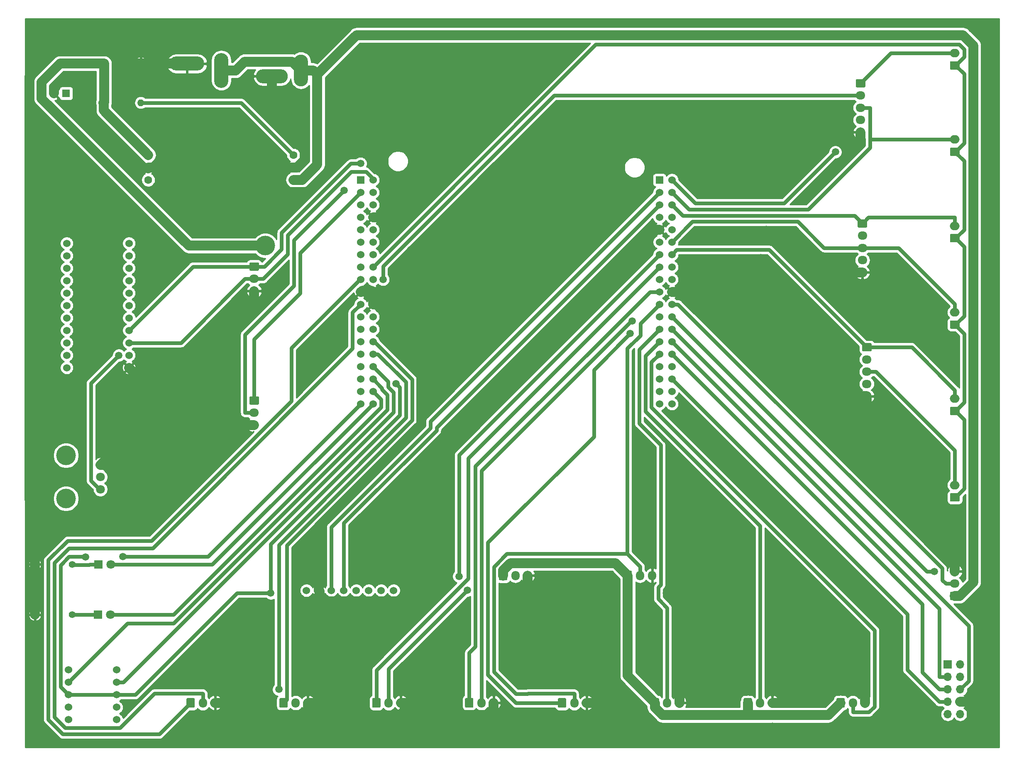
<source format=gbr>
G04 #@! TF.GenerationSoftware,KiCad,Pcbnew,(5.1.0)-1*
G04 #@! TF.CreationDate,2022-07-04T16:44:34+09:00*
G04 #@! TF.ProjectId,2022NHK_Include,32303232-4e48-44b5-9f49-6e636c756465,rev?*
G04 #@! TF.SameCoordinates,Original*
G04 #@! TF.FileFunction,Copper,L1,Top*
G04 #@! TF.FilePolarity,Positive*
%FSLAX46Y46*%
G04 Gerber Fmt 4.6, Leading zero omitted, Abs format (unit mm)*
G04 Created by KiCad (PCBNEW (5.1.0)-1) date 2022-07-04 16:44:34*
%MOMM*%
%LPD*%
G04 APERTURE LIST*
%ADD10C,1.600000*%
%ADD11R,1.600000X1.600000*%
%ADD12O,1.600000X1.600000*%
%ADD13C,1.800000*%
%ADD14R,1.800000X1.800000*%
%ADD15O,2.900000X6.500000*%
%ADD16O,6.500000X2.900000*%
%ADD17O,2.000000X1.700000*%
%ADD18C,0.100000*%
%ADD19C,1.700000*%
%ADD20O,1.700000X1.950000*%
%ADD21O,1.950000X1.700000*%
%ADD22O,1.700000X1.700000*%
%ADD23R,1.700000X1.700000*%
%ADD24O,1.400000X1.400000*%
%ADD25C,1.400000*%
%ADD26C,1.524000*%
%ADD27C,1.530000*%
%ADD28R,1.530000X1.530000*%
%ADD29C,4.000000*%
%ADD30O,2.900000X7.100000*%
%ADD31O,7.100000X2.900000*%
%ADD32C,1.500000*%
%ADD33C,2.000000*%
%ADD34C,1.599800*%
%ADD35C,1.529800*%
%ADD36C,0.750000*%
%ADD37C,0.254000*%
G04 APERTURE END LIST*
D10*
X73660000Y-42037000D03*
X73660000Y-44577000D03*
X73660000Y-47117000D03*
X44069000Y-42037000D03*
X44069000Y-44577000D03*
X44069000Y-47117000D03*
X24805000Y-29464000D03*
D11*
X27305000Y-29464000D03*
D12*
X42552000Y-23368000D03*
D10*
X35052000Y-23368000D03*
D13*
X36449000Y-125603000D03*
D14*
X33909000Y-125603000D03*
D13*
X36322000Y-135890000D03*
D14*
X33782000Y-135890000D03*
D15*
X75208000Y-24765000D03*
D16*
X69308000Y-25940000D03*
D17*
X208588000Y-21249000D03*
D18*
G36*
X209362504Y-22900204D02*
G01*
X209386773Y-22903804D01*
X209410571Y-22909765D01*
X209433671Y-22918030D01*
X209455849Y-22928520D01*
X209476893Y-22941133D01*
X209496598Y-22955747D01*
X209514777Y-22972223D01*
X209531253Y-22990402D01*
X209545867Y-23010107D01*
X209558480Y-23031151D01*
X209568970Y-23053329D01*
X209577235Y-23076429D01*
X209583196Y-23100227D01*
X209586796Y-23124496D01*
X209588000Y-23149000D01*
X209588000Y-24349000D01*
X209586796Y-24373504D01*
X209583196Y-24397773D01*
X209577235Y-24421571D01*
X209568970Y-24444671D01*
X209558480Y-24466849D01*
X209545867Y-24487893D01*
X209531253Y-24507598D01*
X209514777Y-24525777D01*
X209496598Y-24542253D01*
X209476893Y-24556867D01*
X209455849Y-24569480D01*
X209433671Y-24579970D01*
X209410571Y-24588235D01*
X209386773Y-24594196D01*
X209362504Y-24597796D01*
X209338000Y-24599000D01*
X207838000Y-24599000D01*
X207813496Y-24597796D01*
X207789227Y-24594196D01*
X207765429Y-24588235D01*
X207742329Y-24579970D01*
X207720151Y-24569480D01*
X207699107Y-24556867D01*
X207679402Y-24542253D01*
X207661223Y-24525777D01*
X207644747Y-24507598D01*
X207630133Y-24487893D01*
X207617520Y-24466849D01*
X207607030Y-24444671D01*
X207598765Y-24421571D01*
X207592804Y-24397773D01*
X207589204Y-24373504D01*
X207588000Y-24349000D01*
X207588000Y-23149000D01*
X207589204Y-23124496D01*
X207592804Y-23100227D01*
X207598765Y-23076429D01*
X207607030Y-23053329D01*
X207617520Y-23031151D01*
X207630133Y-23010107D01*
X207644747Y-22990402D01*
X207661223Y-22972223D01*
X207679402Y-22955747D01*
X207699107Y-22941133D01*
X207720151Y-22928520D01*
X207742329Y-22918030D01*
X207765429Y-22909765D01*
X207789227Y-22903804D01*
X207813496Y-22900204D01*
X207838000Y-22899000D01*
X209338000Y-22899000D01*
X209362504Y-22900204D01*
X209362504Y-22900204D01*
G37*
D19*
X208588000Y-23749000D03*
D17*
X208588000Y-38884900D03*
D18*
G36*
X209362504Y-40536104D02*
G01*
X209386773Y-40539704D01*
X209410571Y-40545665D01*
X209433671Y-40553930D01*
X209455849Y-40564420D01*
X209476893Y-40577033D01*
X209496598Y-40591647D01*
X209514777Y-40608123D01*
X209531253Y-40626302D01*
X209545867Y-40646007D01*
X209558480Y-40667051D01*
X209568970Y-40689229D01*
X209577235Y-40712329D01*
X209583196Y-40736127D01*
X209586796Y-40760396D01*
X209588000Y-40784900D01*
X209588000Y-41984900D01*
X209586796Y-42009404D01*
X209583196Y-42033673D01*
X209577235Y-42057471D01*
X209568970Y-42080571D01*
X209558480Y-42102749D01*
X209545867Y-42123793D01*
X209531253Y-42143498D01*
X209514777Y-42161677D01*
X209496598Y-42178153D01*
X209476893Y-42192767D01*
X209455849Y-42205380D01*
X209433671Y-42215870D01*
X209410571Y-42224135D01*
X209386773Y-42230096D01*
X209362504Y-42233696D01*
X209338000Y-42234900D01*
X207838000Y-42234900D01*
X207813496Y-42233696D01*
X207789227Y-42230096D01*
X207765429Y-42224135D01*
X207742329Y-42215870D01*
X207720151Y-42205380D01*
X207699107Y-42192767D01*
X207679402Y-42178153D01*
X207661223Y-42161677D01*
X207644747Y-42143498D01*
X207630133Y-42123793D01*
X207617520Y-42102749D01*
X207607030Y-42080571D01*
X207598765Y-42057471D01*
X207592804Y-42033673D01*
X207589204Y-42009404D01*
X207588000Y-41984900D01*
X207588000Y-40784900D01*
X207589204Y-40760396D01*
X207592804Y-40736127D01*
X207598765Y-40712329D01*
X207607030Y-40689229D01*
X207617520Y-40667051D01*
X207630133Y-40646007D01*
X207644747Y-40626302D01*
X207661223Y-40608123D01*
X207679402Y-40591647D01*
X207699107Y-40577033D01*
X207720151Y-40564420D01*
X207742329Y-40553930D01*
X207765429Y-40545665D01*
X207789227Y-40539704D01*
X207813496Y-40536104D01*
X207838000Y-40534900D01*
X209338000Y-40534900D01*
X209362504Y-40536104D01*
X209362504Y-40536104D01*
G37*
D19*
X208588000Y-41384900D03*
D17*
X208588000Y-56520700D03*
D18*
G36*
X209362504Y-58171904D02*
G01*
X209386773Y-58175504D01*
X209410571Y-58181465D01*
X209433671Y-58189730D01*
X209455849Y-58200220D01*
X209476893Y-58212833D01*
X209496598Y-58227447D01*
X209514777Y-58243923D01*
X209531253Y-58262102D01*
X209545867Y-58281807D01*
X209558480Y-58302851D01*
X209568970Y-58325029D01*
X209577235Y-58348129D01*
X209583196Y-58371927D01*
X209586796Y-58396196D01*
X209588000Y-58420700D01*
X209588000Y-59620700D01*
X209586796Y-59645204D01*
X209583196Y-59669473D01*
X209577235Y-59693271D01*
X209568970Y-59716371D01*
X209558480Y-59738549D01*
X209545867Y-59759593D01*
X209531253Y-59779298D01*
X209514777Y-59797477D01*
X209496598Y-59813953D01*
X209476893Y-59828567D01*
X209455849Y-59841180D01*
X209433671Y-59851670D01*
X209410571Y-59859935D01*
X209386773Y-59865896D01*
X209362504Y-59869496D01*
X209338000Y-59870700D01*
X207838000Y-59870700D01*
X207813496Y-59869496D01*
X207789227Y-59865896D01*
X207765429Y-59859935D01*
X207742329Y-59851670D01*
X207720151Y-59841180D01*
X207699107Y-59828567D01*
X207679402Y-59813953D01*
X207661223Y-59797477D01*
X207644747Y-59779298D01*
X207630133Y-59759593D01*
X207617520Y-59738549D01*
X207607030Y-59716371D01*
X207598765Y-59693271D01*
X207592804Y-59669473D01*
X207589204Y-59645204D01*
X207588000Y-59620700D01*
X207588000Y-58420700D01*
X207589204Y-58396196D01*
X207592804Y-58371927D01*
X207598765Y-58348129D01*
X207607030Y-58325029D01*
X207617520Y-58302851D01*
X207630133Y-58281807D01*
X207644747Y-58262102D01*
X207661223Y-58243923D01*
X207679402Y-58227447D01*
X207699107Y-58212833D01*
X207720151Y-58200220D01*
X207742329Y-58189730D01*
X207765429Y-58181465D01*
X207789227Y-58175504D01*
X207813496Y-58171904D01*
X207838000Y-58170700D01*
X209338000Y-58170700D01*
X209362504Y-58171904D01*
X209362504Y-58171904D01*
G37*
D19*
X208588000Y-59020700D03*
D17*
X208588000Y-74156600D03*
D18*
G36*
X209362504Y-75807804D02*
G01*
X209386773Y-75811404D01*
X209410571Y-75817365D01*
X209433671Y-75825630D01*
X209455849Y-75836120D01*
X209476893Y-75848733D01*
X209496598Y-75863347D01*
X209514777Y-75879823D01*
X209531253Y-75898002D01*
X209545867Y-75917707D01*
X209558480Y-75938751D01*
X209568970Y-75960929D01*
X209577235Y-75984029D01*
X209583196Y-76007827D01*
X209586796Y-76032096D01*
X209588000Y-76056600D01*
X209588000Y-77256600D01*
X209586796Y-77281104D01*
X209583196Y-77305373D01*
X209577235Y-77329171D01*
X209568970Y-77352271D01*
X209558480Y-77374449D01*
X209545867Y-77395493D01*
X209531253Y-77415198D01*
X209514777Y-77433377D01*
X209496598Y-77449853D01*
X209476893Y-77464467D01*
X209455849Y-77477080D01*
X209433671Y-77487570D01*
X209410571Y-77495835D01*
X209386773Y-77501796D01*
X209362504Y-77505396D01*
X209338000Y-77506600D01*
X207838000Y-77506600D01*
X207813496Y-77505396D01*
X207789227Y-77501796D01*
X207765429Y-77495835D01*
X207742329Y-77487570D01*
X207720151Y-77477080D01*
X207699107Y-77464467D01*
X207679402Y-77449853D01*
X207661223Y-77433377D01*
X207644747Y-77415198D01*
X207630133Y-77395493D01*
X207617520Y-77374449D01*
X207607030Y-77352271D01*
X207598765Y-77329171D01*
X207592804Y-77305373D01*
X207589204Y-77281104D01*
X207588000Y-77256600D01*
X207588000Y-76056600D01*
X207589204Y-76032096D01*
X207592804Y-76007827D01*
X207598765Y-75984029D01*
X207607030Y-75960929D01*
X207617520Y-75938751D01*
X207630133Y-75917707D01*
X207644747Y-75898002D01*
X207661223Y-75879823D01*
X207679402Y-75863347D01*
X207699107Y-75848733D01*
X207720151Y-75836120D01*
X207742329Y-75825630D01*
X207765429Y-75817365D01*
X207789227Y-75811404D01*
X207813496Y-75807804D01*
X207838000Y-75806600D01*
X209338000Y-75806600D01*
X209362504Y-75807804D01*
X209362504Y-75807804D01*
G37*
D19*
X208588000Y-76656600D03*
D17*
X208588000Y-91792400D03*
D18*
G36*
X209362504Y-93443604D02*
G01*
X209386773Y-93447204D01*
X209410571Y-93453165D01*
X209433671Y-93461430D01*
X209455849Y-93471920D01*
X209476893Y-93484533D01*
X209496598Y-93499147D01*
X209514777Y-93515623D01*
X209531253Y-93533802D01*
X209545867Y-93553507D01*
X209558480Y-93574551D01*
X209568970Y-93596729D01*
X209577235Y-93619829D01*
X209583196Y-93643627D01*
X209586796Y-93667896D01*
X209588000Y-93692400D01*
X209588000Y-94892400D01*
X209586796Y-94916904D01*
X209583196Y-94941173D01*
X209577235Y-94964971D01*
X209568970Y-94988071D01*
X209558480Y-95010249D01*
X209545867Y-95031293D01*
X209531253Y-95050998D01*
X209514777Y-95069177D01*
X209496598Y-95085653D01*
X209476893Y-95100267D01*
X209455849Y-95112880D01*
X209433671Y-95123370D01*
X209410571Y-95131635D01*
X209386773Y-95137596D01*
X209362504Y-95141196D01*
X209338000Y-95142400D01*
X207838000Y-95142400D01*
X207813496Y-95141196D01*
X207789227Y-95137596D01*
X207765429Y-95131635D01*
X207742329Y-95123370D01*
X207720151Y-95112880D01*
X207699107Y-95100267D01*
X207679402Y-95085653D01*
X207661223Y-95069177D01*
X207644747Y-95050998D01*
X207630133Y-95031293D01*
X207617520Y-95010249D01*
X207607030Y-94988071D01*
X207598765Y-94964971D01*
X207592804Y-94941173D01*
X207589204Y-94916904D01*
X207588000Y-94892400D01*
X207588000Y-93692400D01*
X207589204Y-93667896D01*
X207592804Y-93643627D01*
X207598765Y-93619829D01*
X207607030Y-93596729D01*
X207617520Y-93574551D01*
X207630133Y-93553507D01*
X207644747Y-93533802D01*
X207661223Y-93515623D01*
X207679402Y-93499147D01*
X207699107Y-93484533D01*
X207720151Y-93471920D01*
X207742329Y-93461430D01*
X207765429Y-93453165D01*
X207789227Y-93447204D01*
X207813496Y-93443604D01*
X207838000Y-93442400D01*
X209338000Y-93442400D01*
X209362504Y-93443604D01*
X209362504Y-93443604D01*
G37*
D19*
X208588000Y-94292400D03*
D17*
X208588000Y-109428000D03*
D18*
G36*
X209362504Y-111079204D02*
G01*
X209386773Y-111082804D01*
X209410571Y-111088765D01*
X209433671Y-111097030D01*
X209455849Y-111107520D01*
X209476893Y-111120133D01*
X209496598Y-111134747D01*
X209514777Y-111151223D01*
X209531253Y-111169402D01*
X209545867Y-111189107D01*
X209558480Y-111210151D01*
X209568970Y-111232329D01*
X209577235Y-111255429D01*
X209583196Y-111279227D01*
X209586796Y-111303496D01*
X209588000Y-111328000D01*
X209588000Y-112528000D01*
X209586796Y-112552504D01*
X209583196Y-112576773D01*
X209577235Y-112600571D01*
X209568970Y-112623671D01*
X209558480Y-112645849D01*
X209545867Y-112666893D01*
X209531253Y-112686598D01*
X209514777Y-112704777D01*
X209496598Y-112721253D01*
X209476893Y-112735867D01*
X209455849Y-112748480D01*
X209433671Y-112758970D01*
X209410571Y-112767235D01*
X209386773Y-112773196D01*
X209362504Y-112776796D01*
X209338000Y-112778000D01*
X207838000Y-112778000D01*
X207813496Y-112776796D01*
X207789227Y-112773196D01*
X207765429Y-112767235D01*
X207742329Y-112758970D01*
X207720151Y-112748480D01*
X207699107Y-112735867D01*
X207679402Y-112721253D01*
X207661223Y-112704777D01*
X207644747Y-112686598D01*
X207630133Y-112666893D01*
X207617520Y-112645849D01*
X207607030Y-112623671D01*
X207598765Y-112600571D01*
X207592804Y-112576773D01*
X207589204Y-112552504D01*
X207588000Y-112528000D01*
X207588000Y-111328000D01*
X207589204Y-111303496D01*
X207592804Y-111279227D01*
X207598765Y-111255429D01*
X207607030Y-111232329D01*
X207617520Y-111210151D01*
X207630133Y-111189107D01*
X207644747Y-111169402D01*
X207661223Y-111151223D01*
X207679402Y-111134747D01*
X207699107Y-111120133D01*
X207720151Y-111107520D01*
X207742329Y-111097030D01*
X207765429Y-111088765D01*
X207789227Y-111082804D01*
X207813496Y-111079204D01*
X207838000Y-111078000D01*
X209338000Y-111078000D01*
X209362504Y-111079204D01*
X209362504Y-111079204D01*
G37*
D19*
X208588000Y-111928000D03*
D20*
X95587300Y-153889000D03*
X93087300Y-153889000D03*
D18*
G36*
X91211804Y-152915204D02*
G01*
X91236073Y-152918804D01*
X91259871Y-152924765D01*
X91282971Y-152933030D01*
X91305149Y-152943520D01*
X91326193Y-152956133D01*
X91345898Y-152970747D01*
X91364077Y-152987223D01*
X91380553Y-153005402D01*
X91395167Y-153025107D01*
X91407780Y-153046151D01*
X91418270Y-153068329D01*
X91426535Y-153091429D01*
X91432496Y-153115227D01*
X91436096Y-153139496D01*
X91437300Y-153164000D01*
X91437300Y-154614000D01*
X91436096Y-154638504D01*
X91432496Y-154662773D01*
X91426535Y-154686571D01*
X91418270Y-154709671D01*
X91407780Y-154731849D01*
X91395167Y-154752893D01*
X91380553Y-154772598D01*
X91364077Y-154790777D01*
X91345898Y-154807253D01*
X91326193Y-154821867D01*
X91305149Y-154834480D01*
X91282971Y-154844970D01*
X91259871Y-154853235D01*
X91236073Y-154859196D01*
X91211804Y-154862796D01*
X91187300Y-154864000D01*
X89987300Y-154864000D01*
X89962796Y-154862796D01*
X89938527Y-154859196D01*
X89914729Y-154853235D01*
X89891629Y-154844970D01*
X89869451Y-154834480D01*
X89848407Y-154821867D01*
X89828702Y-154807253D01*
X89810523Y-154790777D01*
X89794047Y-154772598D01*
X89779433Y-154752893D01*
X89766820Y-154731849D01*
X89756330Y-154709671D01*
X89748065Y-154686571D01*
X89742104Y-154662773D01*
X89738504Y-154638504D01*
X89737300Y-154614000D01*
X89737300Y-153164000D01*
X89738504Y-153139496D01*
X89742104Y-153115227D01*
X89748065Y-153091429D01*
X89756330Y-153068329D01*
X89766820Y-153046151D01*
X89779433Y-153025107D01*
X89794047Y-153005402D01*
X89810523Y-152987223D01*
X89828702Y-152970747D01*
X89848407Y-152956133D01*
X89869451Y-152943520D01*
X89891629Y-152933030D01*
X89914729Y-152924765D01*
X89938527Y-152918804D01*
X89962796Y-152915204D01*
X89987300Y-152914000D01*
X91187300Y-152914000D01*
X91211804Y-152915204D01*
X91211804Y-152915204D01*
G37*
D19*
X90587300Y-153889000D03*
D20*
X114528000Y-153889000D03*
X112028000Y-153889000D03*
D18*
G36*
X110152504Y-152915204D02*
G01*
X110176773Y-152918804D01*
X110200571Y-152924765D01*
X110223671Y-152933030D01*
X110245849Y-152943520D01*
X110266893Y-152956133D01*
X110286598Y-152970747D01*
X110304777Y-152987223D01*
X110321253Y-153005402D01*
X110335867Y-153025107D01*
X110348480Y-153046151D01*
X110358970Y-153068329D01*
X110367235Y-153091429D01*
X110373196Y-153115227D01*
X110376796Y-153139496D01*
X110378000Y-153164000D01*
X110378000Y-154614000D01*
X110376796Y-154638504D01*
X110373196Y-154662773D01*
X110367235Y-154686571D01*
X110358970Y-154709671D01*
X110348480Y-154731849D01*
X110335867Y-154752893D01*
X110321253Y-154772598D01*
X110304777Y-154790777D01*
X110286598Y-154807253D01*
X110266893Y-154821867D01*
X110245849Y-154834480D01*
X110223671Y-154844970D01*
X110200571Y-154853235D01*
X110176773Y-154859196D01*
X110152504Y-154862796D01*
X110128000Y-154864000D01*
X108928000Y-154864000D01*
X108903496Y-154862796D01*
X108879227Y-154859196D01*
X108855429Y-154853235D01*
X108832329Y-154844970D01*
X108810151Y-154834480D01*
X108789107Y-154821867D01*
X108769402Y-154807253D01*
X108751223Y-154790777D01*
X108734747Y-154772598D01*
X108720133Y-154752893D01*
X108707520Y-154731849D01*
X108697030Y-154709671D01*
X108688765Y-154686571D01*
X108682804Y-154662773D01*
X108679204Y-154638504D01*
X108678000Y-154614000D01*
X108678000Y-153164000D01*
X108679204Y-153139496D01*
X108682804Y-153115227D01*
X108688765Y-153091429D01*
X108697030Y-153068329D01*
X108707520Y-153046151D01*
X108720133Y-153025107D01*
X108734747Y-153005402D01*
X108751223Y-152987223D01*
X108769402Y-152970747D01*
X108789107Y-152956133D01*
X108810151Y-152943520D01*
X108832329Y-152933030D01*
X108855429Y-152924765D01*
X108879227Y-152918804D01*
X108903496Y-152915204D01*
X108928000Y-152914000D01*
X110128000Y-152914000D01*
X110152504Y-152915204D01*
X110152504Y-152915204D01*
G37*
D19*
X109528000Y-153889000D03*
D20*
X133470000Y-153889000D03*
X130970000Y-153889000D03*
D18*
G36*
X129094504Y-152915204D02*
G01*
X129118773Y-152918804D01*
X129142571Y-152924765D01*
X129165671Y-152933030D01*
X129187849Y-152943520D01*
X129208893Y-152956133D01*
X129228598Y-152970747D01*
X129246777Y-152987223D01*
X129263253Y-153005402D01*
X129277867Y-153025107D01*
X129290480Y-153046151D01*
X129300970Y-153068329D01*
X129309235Y-153091429D01*
X129315196Y-153115227D01*
X129318796Y-153139496D01*
X129320000Y-153164000D01*
X129320000Y-154614000D01*
X129318796Y-154638504D01*
X129315196Y-154662773D01*
X129309235Y-154686571D01*
X129300970Y-154709671D01*
X129290480Y-154731849D01*
X129277867Y-154752893D01*
X129263253Y-154772598D01*
X129246777Y-154790777D01*
X129228598Y-154807253D01*
X129208893Y-154821867D01*
X129187849Y-154834480D01*
X129165671Y-154844970D01*
X129142571Y-154853235D01*
X129118773Y-154859196D01*
X129094504Y-154862796D01*
X129070000Y-154864000D01*
X127870000Y-154864000D01*
X127845496Y-154862796D01*
X127821227Y-154859196D01*
X127797429Y-154853235D01*
X127774329Y-154844970D01*
X127752151Y-154834480D01*
X127731107Y-154821867D01*
X127711402Y-154807253D01*
X127693223Y-154790777D01*
X127676747Y-154772598D01*
X127662133Y-154752893D01*
X127649520Y-154731849D01*
X127639030Y-154709671D01*
X127630765Y-154686571D01*
X127624804Y-154662773D01*
X127621204Y-154638504D01*
X127620000Y-154614000D01*
X127620000Y-153164000D01*
X127621204Y-153139496D01*
X127624804Y-153115227D01*
X127630765Y-153091429D01*
X127639030Y-153068329D01*
X127649520Y-153046151D01*
X127662133Y-153025107D01*
X127676747Y-153005402D01*
X127693223Y-152987223D01*
X127711402Y-152970747D01*
X127731107Y-152956133D01*
X127752151Y-152943520D01*
X127774329Y-152933030D01*
X127797429Y-152924765D01*
X127821227Y-152918804D01*
X127845496Y-152915204D01*
X127870000Y-152914000D01*
X129070000Y-152914000D01*
X129094504Y-152915204D01*
X129094504Y-152915204D01*
G37*
D19*
X128470000Y-153889000D03*
D21*
X208588000Y-127064000D03*
X208588000Y-129564000D03*
D18*
G36*
X209337504Y-131215204D02*
G01*
X209361773Y-131218804D01*
X209385571Y-131224765D01*
X209408671Y-131233030D01*
X209430849Y-131243520D01*
X209451893Y-131256133D01*
X209471598Y-131270747D01*
X209489777Y-131287223D01*
X209506253Y-131305402D01*
X209520867Y-131325107D01*
X209533480Y-131346151D01*
X209543970Y-131368329D01*
X209552235Y-131391429D01*
X209558196Y-131415227D01*
X209561796Y-131439496D01*
X209563000Y-131464000D01*
X209563000Y-132664000D01*
X209561796Y-132688504D01*
X209558196Y-132712773D01*
X209552235Y-132736571D01*
X209543970Y-132759671D01*
X209533480Y-132781849D01*
X209520867Y-132802893D01*
X209506253Y-132822598D01*
X209489777Y-132840777D01*
X209471598Y-132857253D01*
X209451893Y-132871867D01*
X209430849Y-132884480D01*
X209408671Y-132894970D01*
X209385571Y-132903235D01*
X209361773Y-132909196D01*
X209337504Y-132912796D01*
X209313000Y-132914000D01*
X207863000Y-132914000D01*
X207838496Y-132912796D01*
X207814227Y-132909196D01*
X207790429Y-132903235D01*
X207767329Y-132894970D01*
X207745151Y-132884480D01*
X207724107Y-132871867D01*
X207704402Y-132857253D01*
X207686223Y-132840777D01*
X207669747Y-132822598D01*
X207655133Y-132802893D01*
X207642520Y-132781849D01*
X207632030Y-132759671D01*
X207623765Y-132736571D01*
X207617804Y-132712773D01*
X207614204Y-132688504D01*
X207613000Y-132664000D01*
X207613000Y-131464000D01*
X207614204Y-131439496D01*
X207617804Y-131415227D01*
X207623765Y-131391429D01*
X207632030Y-131368329D01*
X207642520Y-131346151D01*
X207655133Y-131325107D01*
X207669747Y-131305402D01*
X207686223Y-131287223D01*
X207704402Y-131270747D01*
X207724107Y-131256133D01*
X207745151Y-131243520D01*
X207767329Y-131233030D01*
X207790429Y-131224765D01*
X207814227Y-131218804D01*
X207838496Y-131215204D01*
X207863000Y-131214000D01*
X209313000Y-131214000D01*
X209337504Y-131215204D01*
X209337504Y-131215204D01*
G37*
D19*
X208588000Y-132064000D03*
D20*
X190293000Y-153889000D03*
X187793000Y-153889000D03*
D18*
G36*
X185917504Y-152915204D02*
G01*
X185941773Y-152918804D01*
X185965571Y-152924765D01*
X185988671Y-152933030D01*
X186010849Y-152943520D01*
X186031893Y-152956133D01*
X186051598Y-152970747D01*
X186069777Y-152987223D01*
X186086253Y-153005402D01*
X186100867Y-153025107D01*
X186113480Y-153046151D01*
X186123970Y-153068329D01*
X186132235Y-153091429D01*
X186138196Y-153115227D01*
X186141796Y-153139496D01*
X186143000Y-153164000D01*
X186143000Y-154614000D01*
X186141796Y-154638504D01*
X186138196Y-154662773D01*
X186132235Y-154686571D01*
X186123970Y-154709671D01*
X186113480Y-154731849D01*
X186100867Y-154752893D01*
X186086253Y-154772598D01*
X186069777Y-154790777D01*
X186051598Y-154807253D01*
X186031893Y-154821867D01*
X186010849Y-154834480D01*
X185988671Y-154844970D01*
X185965571Y-154853235D01*
X185941773Y-154859196D01*
X185917504Y-154862796D01*
X185893000Y-154864000D01*
X184693000Y-154864000D01*
X184668496Y-154862796D01*
X184644227Y-154859196D01*
X184620429Y-154853235D01*
X184597329Y-154844970D01*
X184575151Y-154834480D01*
X184554107Y-154821867D01*
X184534402Y-154807253D01*
X184516223Y-154790777D01*
X184499747Y-154772598D01*
X184485133Y-154752893D01*
X184472520Y-154731849D01*
X184462030Y-154709671D01*
X184453765Y-154686571D01*
X184447804Y-154662773D01*
X184444204Y-154638504D01*
X184443000Y-154614000D01*
X184443000Y-153164000D01*
X184444204Y-153139496D01*
X184447804Y-153115227D01*
X184453765Y-153091429D01*
X184462030Y-153068329D01*
X184472520Y-153046151D01*
X184485133Y-153025107D01*
X184499747Y-153005402D01*
X184516223Y-152987223D01*
X184534402Y-152970747D01*
X184554107Y-152956133D01*
X184575151Y-152943520D01*
X184597329Y-152933030D01*
X184620429Y-152924765D01*
X184644227Y-152918804D01*
X184668496Y-152915204D01*
X184693000Y-152914000D01*
X185893000Y-152914000D01*
X185917504Y-152915204D01*
X185917504Y-152915204D01*
G37*
D19*
X185293000Y-153889000D03*
D20*
X171352000Y-153889000D03*
X168852000Y-153889000D03*
D18*
G36*
X166976504Y-152915204D02*
G01*
X167000773Y-152918804D01*
X167024571Y-152924765D01*
X167047671Y-152933030D01*
X167069849Y-152943520D01*
X167090893Y-152956133D01*
X167110598Y-152970747D01*
X167128777Y-152987223D01*
X167145253Y-153005402D01*
X167159867Y-153025107D01*
X167172480Y-153046151D01*
X167182970Y-153068329D01*
X167191235Y-153091429D01*
X167197196Y-153115227D01*
X167200796Y-153139496D01*
X167202000Y-153164000D01*
X167202000Y-154614000D01*
X167200796Y-154638504D01*
X167197196Y-154662773D01*
X167191235Y-154686571D01*
X167182970Y-154709671D01*
X167172480Y-154731849D01*
X167159867Y-154752893D01*
X167145253Y-154772598D01*
X167128777Y-154790777D01*
X167110598Y-154807253D01*
X167090893Y-154821867D01*
X167069849Y-154834480D01*
X167047671Y-154844970D01*
X167024571Y-154853235D01*
X167000773Y-154859196D01*
X166976504Y-154862796D01*
X166952000Y-154864000D01*
X165752000Y-154864000D01*
X165727496Y-154862796D01*
X165703227Y-154859196D01*
X165679429Y-154853235D01*
X165656329Y-154844970D01*
X165634151Y-154834480D01*
X165613107Y-154821867D01*
X165593402Y-154807253D01*
X165575223Y-154790777D01*
X165558747Y-154772598D01*
X165544133Y-154752893D01*
X165531520Y-154731849D01*
X165521030Y-154709671D01*
X165512765Y-154686571D01*
X165506804Y-154662773D01*
X165503204Y-154638504D01*
X165502000Y-154614000D01*
X165502000Y-153164000D01*
X165503204Y-153139496D01*
X165506804Y-153115227D01*
X165512765Y-153091429D01*
X165521030Y-153068329D01*
X165531520Y-153046151D01*
X165544133Y-153025107D01*
X165558747Y-153005402D01*
X165575223Y-152987223D01*
X165593402Y-152970747D01*
X165613107Y-152956133D01*
X165634151Y-152943520D01*
X165656329Y-152933030D01*
X165679429Y-152924765D01*
X165703227Y-152918804D01*
X165727496Y-152915204D01*
X165752000Y-152914000D01*
X166952000Y-152914000D01*
X166976504Y-152915204D01*
X166976504Y-152915204D01*
G37*
D19*
X166352000Y-153889000D03*
D20*
X152411000Y-153889000D03*
X149911000Y-153889000D03*
D18*
G36*
X148035504Y-152915204D02*
G01*
X148059773Y-152918804D01*
X148083571Y-152924765D01*
X148106671Y-152933030D01*
X148128849Y-152943520D01*
X148149893Y-152956133D01*
X148169598Y-152970747D01*
X148187777Y-152987223D01*
X148204253Y-153005402D01*
X148218867Y-153025107D01*
X148231480Y-153046151D01*
X148241970Y-153068329D01*
X148250235Y-153091429D01*
X148256196Y-153115227D01*
X148259796Y-153139496D01*
X148261000Y-153164000D01*
X148261000Y-154614000D01*
X148259796Y-154638504D01*
X148256196Y-154662773D01*
X148250235Y-154686571D01*
X148241970Y-154709671D01*
X148231480Y-154731849D01*
X148218867Y-154752893D01*
X148204253Y-154772598D01*
X148187777Y-154790777D01*
X148169598Y-154807253D01*
X148149893Y-154821867D01*
X148128849Y-154834480D01*
X148106671Y-154844970D01*
X148083571Y-154853235D01*
X148059773Y-154859196D01*
X148035504Y-154862796D01*
X148011000Y-154864000D01*
X146811000Y-154864000D01*
X146786496Y-154862796D01*
X146762227Y-154859196D01*
X146738429Y-154853235D01*
X146715329Y-154844970D01*
X146693151Y-154834480D01*
X146672107Y-154821867D01*
X146652402Y-154807253D01*
X146634223Y-154790777D01*
X146617747Y-154772598D01*
X146603133Y-154752893D01*
X146590520Y-154731849D01*
X146580030Y-154709671D01*
X146571765Y-154686571D01*
X146565804Y-154662773D01*
X146562204Y-154638504D01*
X146561000Y-154614000D01*
X146561000Y-153164000D01*
X146562204Y-153139496D01*
X146565804Y-153115227D01*
X146571765Y-153091429D01*
X146580030Y-153068329D01*
X146590520Y-153046151D01*
X146603133Y-153025107D01*
X146617747Y-153005402D01*
X146634223Y-152987223D01*
X146652402Y-152970747D01*
X146672107Y-152956133D01*
X146693151Y-152943520D01*
X146715329Y-152933030D01*
X146738429Y-152924765D01*
X146762227Y-152918804D01*
X146786496Y-152915204D01*
X146811000Y-152914000D01*
X148011000Y-152914000D01*
X148035504Y-152915204D01*
X148035504Y-152915204D01*
G37*
D19*
X147411000Y-153889000D03*
D22*
X209677000Y-156210000D03*
X207137000Y-156210000D03*
X209677000Y-153670000D03*
X207137000Y-153670000D03*
X209677000Y-151130000D03*
X207137000Y-151130000D03*
X209677000Y-148590000D03*
X207137000Y-148590000D03*
X209677000Y-146050000D03*
D23*
X207137000Y-146050000D03*
D24*
X20955000Y-125603000D03*
D25*
X28575000Y-125603000D03*
D24*
X20955000Y-135890000D03*
D25*
X28575000Y-135890000D03*
D26*
X27432000Y-85471000D03*
X27432000Y-82931000D03*
X27432000Y-80391000D03*
X27432000Y-77851000D03*
X27432000Y-75311000D03*
X27432000Y-72771000D03*
X27432000Y-70231000D03*
X27432000Y-67691000D03*
X27432000Y-65151000D03*
X27432000Y-62611000D03*
X27432000Y-60071000D03*
X40132000Y-60071000D03*
X40132000Y-62611000D03*
X40132000Y-65151000D03*
X40132000Y-67691000D03*
X40132000Y-70231000D03*
X40132000Y-72771000D03*
X40132000Y-75311000D03*
X40132000Y-77851000D03*
X40132000Y-80391000D03*
X40132000Y-82931000D03*
X40132000Y-85471000D03*
X94107000Y-130937000D03*
X91567000Y-130937000D03*
X89027000Y-130937000D03*
X86487000Y-130937000D03*
X83947000Y-130937000D03*
X81407000Y-130937000D03*
X78867000Y-130937000D03*
X76327000Y-130937000D03*
D24*
X42545000Y-31369000D03*
D25*
X34925000Y-31369000D03*
D26*
X27813000Y-157331000D03*
X27813000Y-147171000D03*
X27813000Y-154791000D03*
X27813000Y-149711000D03*
X27813000Y-152251000D03*
X37592000Y-157331000D03*
X37592000Y-147171000D03*
X37592000Y-154791000D03*
X37592000Y-149711000D03*
X37592000Y-152251000D03*
D27*
X87376000Y-62372000D03*
X87376000Y-72532000D03*
X89916000Y-64912000D03*
X87376000Y-87772000D03*
D28*
X87376000Y-47132000D03*
D27*
X89916000Y-72532000D03*
X89916000Y-92852000D03*
X87376000Y-59832000D03*
X89916000Y-67452000D03*
X89916000Y-69992000D03*
X89916000Y-75072000D03*
X89916000Y-80152000D03*
X150876000Y-47132000D03*
X148336000Y-92852000D03*
X148336000Y-49672000D03*
X148336000Y-52212000D03*
X150876000Y-52212000D03*
X148336000Y-54752000D03*
X150876000Y-54752000D03*
X148336000Y-57292000D03*
X89916000Y-62372000D03*
X87376000Y-54752000D03*
X87376000Y-67452000D03*
X89916000Y-77612000D03*
X89916000Y-85232000D03*
X150876000Y-49672000D03*
X150876000Y-57292000D03*
X148336000Y-59832000D03*
X150876000Y-59832000D03*
X89916000Y-59832000D03*
X89916000Y-54752000D03*
X89916000Y-52212000D03*
X87376000Y-57292000D03*
X89916000Y-47132000D03*
X87376000Y-75072000D03*
X87376000Y-82692000D03*
X89916000Y-82692000D03*
X89916000Y-87772000D03*
X89916000Y-90312000D03*
X87376000Y-64912000D03*
D28*
X148336000Y-47132000D03*
D27*
X87376000Y-69992000D03*
X87376000Y-85232000D03*
X87376000Y-52212000D03*
X87376000Y-49672000D03*
X87376000Y-77612000D03*
X87376000Y-92852000D03*
X87376000Y-80152000D03*
X87376000Y-90312000D03*
X89916000Y-49672000D03*
X89916000Y-57292000D03*
X150876000Y-72532000D03*
X148336000Y-62372000D03*
X148336000Y-64912000D03*
X150876000Y-85232000D03*
X150876000Y-87772000D03*
X150876000Y-64912000D03*
X148336000Y-67452000D03*
X148336000Y-90312000D03*
X150876000Y-82692000D03*
X148336000Y-75072000D03*
X148336000Y-69992000D03*
X150876000Y-80152000D03*
X148336000Y-80152000D03*
X148336000Y-82692000D03*
X150876000Y-69992000D03*
X150876000Y-62372000D03*
X148336000Y-87772000D03*
X150876000Y-90312000D03*
X148336000Y-72532000D03*
X148336000Y-77612000D03*
X148336000Y-85232000D03*
X150876000Y-92852000D03*
X150876000Y-75072000D03*
X150876000Y-77612000D03*
X150876000Y-67452000D03*
D13*
X34290000Y-110283000D03*
X34290000Y-107783000D03*
X34290000Y-105283000D03*
D29*
X27290000Y-112183000D03*
X27290000Y-103383000D03*
D18*
G36*
X72270604Y-152915204D02*
G01*
X72294873Y-152918804D01*
X72318671Y-152924765D01*
X72341771Y-152933030D01*
X72363949Y-152943520D01*
X72384993Y-152956133D01*
X72404698Y-152970747D01*
X72422877Y-152987223D01*
X72439353Y-153005402D01*
X72453967Y-153025107D01*
X72466580Y-153046151D01*
X72477070Y-153068329D01*
X72485335Y-153091429D01*
X72491296Y-153115227D01*
X72494896Y-153139496D01*
X72496100Y-153164000D01*
X72496100Y-154614000D01*
X72494896Y-154638504D01*
X72491296Y-154662773D01*
X72485335Y-154686571D01*
X72477070Y-154709671D01*
X72466580Y-154731849D01*
X72453967Y-154752893D01*
X72439353Y-154772598D01*
X72422877Y-154790777D01*
X72404698Y-154807253D01*
X72384993Y-154821867D01*
X72363949Y-154834480D01*
X72341771Y-154844970D01*
X72318671Y-154853235D01*
X72294873Y-154859196D01*
X72270604Y-154862796D01*
X72246100Y-154864000D01*
X71046100Y-154864000D01*
X71021596Y-154862796D01*
X70997327Y-154859196D01*
X70973529Y-154853235D01*
X70950429Y-154844970D01*
X70928251Y-154834480D01*
X70907207Y-154821867D01*
X70887502Y-154807253D01*
X70869323Y-154790777D01*
X70852847Y-154772598D01*
X70838233Y-154752893D01*
X70825620Y-154731849D01*
X70815130Y-154709671D01*
X70806865Y-154686571D01*
X70800904Y-154662773D01*
X70797304Y-154638504D01*
X70796100Y-154614000D01*
X70796100Y-153164000D01*
X70797304Y-153139496D01*
X70800904Y-153115227D01*
X70806865Y-153091429D01*
X70815130Y-153068329D01*
X70825620Y-153046151D01*
X70838233Y-153025107D01*
X70852847Y-153005402D01*
X70869323Y-152987223D01*
X70887502Y-152970747D01*
X70907207Y-152956133D01*
X70928251Y-152943520D01*
X70950429Y-152933030D01*
X70973529Y-152924765D01*
X70997327Y-152918804D01*
X71021596Y-152915204D01*
X71046100Y-152914000D01*
X72246100Y-152914000D01*
X72270604Y-152915204D01*
X72270604Y-152915204D01*
G37*
D19*
X71646100Y-153889000D03*
D20*
X74146100Y-153889000D03*
X76646100Y-153889000D03*
D18*
G36*
X190106504Y-26536204D02*
G01*
X190130773Y-26539804D01*
X190154571Y-26545765D01*
X190177671Y-26554030D01*
X190199849Y-26564520D01*
X190220893Y-26577133D01*
X190240598Y-26591747D01*
X190258777Y-26608223D01*
X190275253Y-26626402D01*
X190289867Y-26646107D01*
X190302480Y-26667151D01*
X190312970Y-26689329D01*
X190321235Y-26712429D01*
X190327196Y-26736227D01*
X190330796Y-26760496D01*
X190332000Y-26785000D01*
X190332000Y-27985000D01*
X190330796Y-28009504D01*
X190327196Y-28033773D01*
X190321235Y-28057571D01*
X190312970Y-28080671D01*
X190302480Y-28102849D01*
X190289867Y-28123893D01*
X190275253Y-28143598D01*
X190258777Y-28161777D01*
X190240598Y-28178253D01*
X190220893Y-28192867D01*
X190199849Y-28205480D01*
X190177671Y-28215970D01*
X190154571Y-28224235D01*
X190130773Y-28230196D01*
X190106504Y-28233796D01*
X190082000Y-28235000D01*
X188632000Y-28235000D01*
X188607496Y-28233796D01*
X188583227Y-28230196D01*
X188559429Y-28224235D01*
X188536329Y-28215970D01*
X188514151Y-28205480D01*
X188493107Y-28192867D01*
X188473402Y-28178253D01*
X188455223Y-28161777D01*
X188438747Y-28143598D01*
X188424133Y-28123893D01*
X188411520Y-28102849D01*
X188401030Y-28080671D01*
X188392765Y-28057571D01*
X188386804Y-28033773D01*
X188383204Y-28009504D01*
X188382000Y-27985000D01*
X188382000Y-26785000D01*
X188383204Y-26760496D01*
X188386804Y-26736227D01*
X188392765Y-26712429D01*
X188401030Y-26689329D01*
X188411520Y-26667151D01*
X188424133Y-26646107D01*
X188438747Y-26626402D01*
X188455223Y-26608223D01*
X188473402Y-26591747D01*
X188493107Y-26577133D01*
X188514151Y-26564520D01*
X188536329Y-26554030D01*
X188559429Y-26545765D01*
X188583227Y-26539804D01*
X188607496Y-26536204D01*
X188632000Y-26535000D01*
X190082000Y-26535000D01*
X190106504Y-26536204D01*
X190106504Y-26536204D01*
G37*
D19*
X189357000Y-27385000D03*
D21*
X189357000Y-29885000D03*
X189357000Y-32385000D03*
X189357000Y-34885000D03*
X189357000Y-37385000D03*
D18*
G36*
X190487504Y-55158204D02*
G01*
X190511773Y-55161804D01*
X190535571Y-55167765D01*
X190558671Y-55176030D01*
X190580849Y-55186520D01*
X190601893Y-55199133D01*
X190621598Y-55213747D01*
X190639777Y-55230223D01*
X190656253Y-55248402D01*
X190670867Y-55268107D01*
X190683480Y-55289151D01*
X190693970Y-55311329D01*
X190702235Y-55334429D01*
X190708196Y-55358227D01*
X190711796Y-55382496D01*
X190713000Y-55407000D01*
X190713000Y-56607000D01*
X190711796Y-56631504D01*
X190708196Y-56655773D01*
X190702235Y-56679571D01*
X190693970Y-56702671D01*
X190683480Y-56724849D01*
X190670867Y-56745893D01*
X190656253Y-56765598D01*
X190639777Y-56783777D01*
X190621598Y-56800253D01*
X190601893Y-56814867D01*
X190580849Y-56827480D01*
X190558671Y-56837970D01*
X190535571Y-56846235D01*
X190511773Y-56852196D01*
X190487504Y-56855796D01*
X190463000Y-56857000D01*
X189013000Y-56857000D01*
X188988496Y-56855796D01*
X188964227Y-56852196D01*
X188940429Y-56846235D01*
X188917329Y-56837970D01*
X188895151Y-56827480D01*
X188874107Y-56814867D01*
X188854402Y-56800253D01*
X188836223Y-56783777D01*
X188819747Y-56765598D01*
X188805133Y-56745893D01*
X188792520Y-56724849D01*
X188782030Y-56702671D01*
X188773765Y-56679571D01*
X188767804Y-56655773D01*
X188764204Y-56631504D01*
X188763000Y-56607000D01*
X188763000Y-55407000D01*
X188764204Y-55382496D01*
X188767804Y-55358227D01*
X188773765Y-55334429D01*
X188782030Y-55311329D01*
X188792520Y-55289151D01*
X188805133Y-55268107D01*
X188819747Y-55248402D01*
X188836223Y-55230223D01*
X188854402Y-55213747D01*
X188874107Y-55199133D01*
X188895151Y-55186520D01*
X188917329Y-55176030D01*
X188940429Y-55167765D01*
X188964227Y-55161804D01*
X188988496Y-55158204D01*
X189013000Y-55157000D01*
X190463000Y-55157000D01*
X190487504Y-55158204D01*
X190487504Y-55158204D01*
G37*
D19*
X189738000Y-56007000D03*
D21*
X189738000Y-58507000D03*
X189738000Y-61007000D03*
X189738000Y-63507000D03*
X189738000Y-66007000D03*
X190627000Y-91280000D03*
X190627000Y-88780000D03*
X190627000Y-86280000D03*
X190627000Y-83780000D03*
D18*
G36*
X191376504Y-80431204D02*
G01*
X191400773Y-80434804D01*
X191424571Y-80440765D01*
X191447671Y-80449030D01*
X191469849Y-80459520D01*
X191490893Y-80472133D01*
X191510598Y-80486747D01*
X191528777Y-80503223D01*
X191545253Y-80521402D01*
X191559867Y-80541107D01*
X191572480Y-80562151D01*
X191582970Y-80584329D01*
X191591235Y-80607429D01*
X191597196Y-80631227D01*
X191600796Y-80655496D01*
X191602000Y-80680000D01*
X191602000Y-81880000D01*
X191600796Y-81904504D01*
X191597196Y-81928773D01*
X191591235Y-81952571D01*
X191582970Y-81975671D01*
X191572480Y-81997849D01*
X191559867Y-82018893D01*
X191545253Y-82038598D01*
X191528777Y-82056777D01*
X191510598Y-82073253D01*
X191490893Y-82087867D01*
X191469849Y-82100480D01*
X191447671Y-82110970D01*
X191424571Y-82119235D01*
X191400773Y-82125196D01*
X191376504Y-82128796D01*
X191352000Y-82130000D01*
X189902000Y-82130000D01*
X189877496Y-82128796D01*
X189853227Y-82125196D01*
X189829429Y-82119235D01*
X189806329Y-82110970D01*
X189784151Y-82100480D01*
X189763107Y-82087867D01*
X189743402Y-82073253D01*
X189725223Y-82056777D01*
X189708747Y-82038598D01*
X189694133Y-82018893D01*
X189681520Y-81997849D01*
X189671030Y-81975671D01*
X189662765Y-81952571D01*
X189656804Y-81928773D01*
X189653204Y-81904504D01*
X189652000Y-81880000D01*
X189652000Y-80680000D01*
X189653204Y-80655496D01*
X189656804Y-80631227D01*
X189662765Y-80607429D01*
X189671030Y-80584329D01*
X189681520Y-80562151D01*
X189694133Y-80541107D01*
X189708747Y-80521402D01*
X189725223Y-80503223D01*
X189743402Y-80486747D01*
X189763107Y-80472133D01*
X189784151Y-80459520D01*
X189806329Y-80449030D01*
X189829429Y-80440765D01*
X189853227Y-80434804D01*
X189877496Y-80431204D01*
X189902000Y-80430000D01*
X191352000Y-80430000D01*
X191376504Y-80431204D01*
X191376504Y-80431204D01*
G37*
D19*
X190627000Y-81280000D03*
D30*
X58959000Y-24765000D03*
D31*
X51959000Y-23390000D03*
D18*
G36*
X66408504Y-63961204D02*
G01*
X66432773Y-63964804D01*
X66456571Y-63970765D01*
X66479671Y-63979030D01*
X66501849Y-63989520D01*
X66522893Y-64002133D01*
X66542598Y-64016747D01*
X66560777Y-64033223D01*
X66577253Y-64051402D01*
X66591867Y-64071107D01*
X66604480Y-64092151D01*
X66614970Y-64114329D01*
X66623235Y-64137429D01*
X66629196Y-64161227D01*
X66632796Y-64185496D01*
X66634000Y-64210000D01*
X66634000Y-65410000D01*
X66632796Y-65434504D01*
X66629196Y-65458773D01*
X66623235Y-65482571D01*
X66614970Y-65505671D01*
X66604480Y-65527849D01*
X66591867Y-65548893D01*
X66577253Y-65568598D01*
X66560777Y-65586777D01*
X66542598Y-65603253D01*
X66522893Y-65617867D01*
X66501849Y-65630480D01*
X66479671Y-65640970D01*
X66456571Y-65649235D01*
X66432773Y-65655196D01*
X66408504Y-65658796D01*
X66384000Y-65660000D01*
X64934000Y-65660000D01*
X64909496Y-65658796D01*
X64885227Y-65655196D01*
X64861429Y-65649235D01*
X64838329Y-65640970D01*
X64816151Y-65630480D01*
X64795107Y-65617867D01*
X64775402Y-65603253D01*
X64757223Y-65586777D01*
X64740747Y-65568598D01*
X64726133Y-65548893D01*
X64713520Y-65527849D01*
X64703030Y-65505671D01*
X64694765Y-65482571D01*
X64688804Y-65458773D01*
X64685204Y-65434504D01*
X64684000Y-65410000D01*
X64684000Y-64210000D01*
X64685204Y-64185496D01*
X64688804Y-64161227D01*
X64694765Y-64137429D01*
X64703030Y-64114329D01*
X64713520Y-64092151D01*
X64726133Y-64071107D01*
X64740747Y-64051402D01*
X64757223Y-64033223D01*
X64775402Y-64016747D01*
X64795107Y-64002133D01*
X64816151Y-63989520D01*
X64838329Y-63979030D01*
X64861429Y-63970765D01*
X64885227Y-63964804D01*
X64909496Y-63961204D01*
X64934000Y-63960000D01*
X66384000Y-63960000D01*
X66408504Y-63961204D01*
X66408504Y-63961204D01*
G37*
D19*
X65659000Y-64810000D03*
D21*
X65659000Y-67310000D03*
X65659000Y-69810000D03*
X65659000Y-97155000D03*
X65659000Y-94655000D03*
D18*
G36*
X66408504Y-91306204D02*
G01*
X66432773Y-91309804D01*
X66456571Y-91315765D01*
X66479671Y-91324030D01*
X66501849Y-91334520D01*
X66522893Y-91347133D01*
X66542598Y-91361747D01*
X66560777Y-91378223D01*
X66577253Y-91396402D01*
X66591867Y-91416107D01*
X66604480Y-91437151D01*
X66614970Y-91459329D01*
X66623235Y-91482429D01*
X66629196Y-91506227D01*
X66632796Y-91530496D01*
X66634000Y-91555000D01*
X66634000Y-92755000D01*
X66632796Y-92779504D01*
X66629196Y-92803773D01*
X66623235Y-92827571D01*
X66614970Y-92850671D01*
X66604480Y-92872849D01*
X66591867Y-92893893D01*
X66577253Y-92913598D01*
X66560777Y-92931777D01*
X66542598Y-92948253D01*
X66522893Y-92962867D01*
X66501849Y-92975480D01*
X66479671Y-92985970D01*
X66456571Y-92994235D01*
X66432773Y-93000196D01*
X66408504Y-93003796D01*
X66384000Y-93005000D01*
X64934000Y-93005000D01*
X64909496Y-93003796D01*
X64885227Y-93000196D01*
X64861429Y-92994235D01*
X64838329Y-92985970D01*
X64816151Y-92975480D01*
X64795107Y-92962867D01*
X64775402Y-92948253D01*
X64757223Y-92931777D01*
X64740747Y-92913598D01*
X64726133Y-92893893D01*
X64713520Y-92872849D01*
X64703030Y-92850671D01*
X64694765Y-92827571D01*
X64688804Y-92803773D01*
X64685204Y-92779504D01*
X64684000Y-92755000D01*
X64684000Y-91555000D01*
X64685204Y-91530496D01*
X64688804Y-91506227D01*
X64694765Y-91482429D01*
X64703030Y-91459329D01*
X64713520Y-91437151D01*
X64726133Y-91416107D01*
X64740747Y-91396402D01*
X64757223Y-91378223D01*
X64775402Y-91361747D01*
X64795107Y-91347133D01*
X64816151Y-91334520D01*
X64838329Y-91324030D01*
X64861429Y-91315765D01*
X64885227Y-91309804D01*
X64909496Y-91306204D01*
X64934000Y-91305000D01*
X66384000Y-91305000D01*
X66408504Y-91306204D01*
X66408504Y-91306204D01*
G37*
D19*
X65659000Y-92155000D03*
D18*
G36*
X53329504Y-152915204D02*
G01*
X53353773Y-152918804D01*
X53377571Y-152924765D01*
X53400671Y-152933030D01*
X53422849Y-152943520D01*
X53443893Y-152956133D01*
X53463598Y-152970747D01*
X53481777Y-152987223D01*
X53498253Y-153005402D01*
X53512867Y-153025107D01*
X53525480Y-153046151D01*
X53535970Y-153068329D01*
X53544235Y-153091429D01*
X53550196Y-153115227D01*
X53553796Y-153139496D01*
X53555000Y-153164000D01*
X53555000Y-154614000D01*
X53553796Y-154638504D01*
X53550196Y-154662773D01*
X53544235Y-154686571D01*
X53535970Y-154709671D01*
X53525480Y-154731849D01*
X53512867Y-154752893D01*
X53498253Y-154772598D01*
X53481777Y-154790777D01*
X53463598Y-154807253D01*
X53443893Y-154821867D01*
X53422849Y-154834480D01*
X53400671Y-154844970D01*
X53377571Y-154853235D01*
X53353773Y-154859196D01*
X53329504Y-154862796D01*
X53305000Y-154864000D01*
X52105000Y-154864000D01*
X52080496Y-154862796D01*
X52056227Y-154859196D01*
X52032429Y-154853235D01*
X52009329Y-154844970D01*
X51987151Y-154834480D01*
X51966107Y-154821867D01*
X51946402Y-154807253D01*
X51928223Y-154790777D01*
X51911747Y-154772598D01*
X51897133Y-154752893D01*
X51884520Y-154731849D01*
X51874030Y-154709671D01*
X51865765Y-154686571D01*
X51859804Y-154662773D01*
X51856204Y-154638504D01*
X51855000Y-154614000D01*
X51855000Y-153164000D01*
X51856204Y-153139496D01*
X51859804Y-153115227D01*
X51865765Y-153091429D01*
X51874030Y-153068329D01*
X51884520Y-153046151D01*
X51897133Y-153025107D01*
X51911747Y-153005402D01*
X51928223Y-152987223D01*
X51946402Y-152970747D01*
X51966107Y-152956133D01*
X51987151Y-152943520D01*
X52009329Y-152933030D01*
X52032429Y-152924765D01*
X52056227Y-152918804D01*
X52080496Y-152915204D01*
X52105000Y-152914000D01*
X53305000Y-152914000D01*
X53329504Y-152915204D01*
X53329504Y-152915204D01*
G37*
D19*
X52705000Y-153889000D03*
D20*
X55205000Y-153889000D03*
X57705000Y-153889000D03*
X146859000Y-127889000D03*
X144359000Y-127889000D03*
D18*
G36*
X142483504Y-126915204D02*
G01*
X142507773Y-126918804D01*
X142531571Y-126924765D01*
X142554671Y-126933030D01*
X142576849Y-126943520D01*
X142597893Y-126956133D01*
X142617598Y-126970747D01*
X142635777Y-126987223D01*
X142652253Y-127005402D01*
X142666867Y-127025107D01*
X142679480Y-127046151D01*
X142689970Y-127068329D01*
X142698235Y-127091429D01*
X142704196Y-127115227D01*
X142707796Y-127139496D01*
X142709000Y-127164000D01*
X142709000Y-128614000D01*
X142707796Y-128638504D01*
X142704196Y-128662773D01*
X142698235Y-128686571D01*
X142689970Y-128709671D01*
X142679480Y-128731849D01*
X142666867Y-128752893D01*
X142652253Y-128772598D01*
X142635777Y-128790777D01*
X142617598Y-128807253D01*
X142597893Y-128821867D01*
X142576849Y-128834480D01*
X142554671Y-128844970D01*
X142531571Y-128853235D01*
X142507773Y-128859196D01*
X142483504Y-128862796D01*
X142459000Y-128864000D01*
X141259000Y-128864000D01*
X141234496Y-128862796D01*
X141210227Y-128859196D01*
X141186429Y-128853235D01*
X141163329Y-128844970D01*
X141141151Y-128834480D01*
X141120107Y-128821867D01*
X141100402Y-128807253D01*
X141082223Y-128790777D01*
X141065747Y-128772598D01*
X141051133Y-128752893D01*
X141038520Y-128731849D01*
X141028030Y-128709671D01*
X141019765Y-128686571D01*
X141013804Y-128662773D01*
X141010204Y-128638504D01*
X141009000Y-128614000D01*
X141009000Y-127164000D01*
X141010204Y-127139496D01*
X141013804Y-127115227D01*
X141019765Y-127091429D01*
X141028030Y-127068329D01*
X141038520Y-127046151D01*
X141051133Y-127025107D01*
X141065747Y-127005402D01*
X141082223Y-126987223D01*
X141100402Y-126970747D01*
X141120107Y-126956133D01*
X141141151Y-126943520D01*
X141163329Y-126933030D01*
X141186429Y-126924765D01*
X141210227Y-126918804D01*
X141234496Y-126915204D01*
X141259000Y-126914000D01*
X142459000Y-126914000D01*
X142483504Y-126915204D01*
X142483504Y-126915204D01*
G37*
D19*
X141859000Y-127889000D03*
D18*
G36*
X117083504Y-126915204D02*
G01*
X117107773Y-126918804D01*
X117131571Y-126924765D01*
X117154671Y-126933030D01*
X117176849Y-126943520D01*
X117197893Y-126956133D01*
X117217598Y-126970747D01*
X117235777Y-126987223D01*
X117252253Y-127005402D01*
X117266867Y-127025107D01*
X117279480Y-127046151D01*
X117289970Y-127068329D01*
X117298235Y-127091429D01*
X117304196Y-127115227D01*
X117307796Y-127139496D01*
X117309000Y-127164000D01*
X117309000Y-128614000D01*
X117307796Y-128638504D01*
X117304196Y-128662773D01*
X117298235Y-128686571D01*
X117289970Y-128709671D01*
X117279480Y-128731849D01*
X117266867Y-128752893D01*
X117252253Y-128772598D01*
X117235777Y-128790777D01*
X117217598Y-128807253D01*
X117197893Y-128821867D01*
X117176849Y-128834480D01*
X117154671Y-128844970D01*
X117131571Y-128853235D01*
X117107773Y-128859196D01*
X117083504Y-128862796D01*
X117059000Y-128864000D01*
X115859000Y-128864000D01*
X115834496Y-128862796D01*
X115810227Y-128859196D01*
X115786429Y-128853235D01*
X115763329Y-128844970D01*
X115741151Y-128834480D01*
X115720107Y-128821867D01*
X115700402Y-128807253D01*
X115682223Y-128790777D01*
X115665747Y-128772598D01*
X115651133Y-128752893D01*
X115638520Y-128731849D01*
X115628030Y-128709671D01*
X115619765Y-128686571D01*
X115613804Y-128662773D01*
X115610204Y-128638504D01*
X115609000Y-128614000D01*
X115609000Y-127164000D01*
X115610204Y-127139496D01*
X115613804Y-127115227D01*
X115619765Y-127091429D01*
X115628030Y-127068329D01*
X115638520Y-127046151D01*
X115651133Y-127025107D01*
X115665747Y-127005402D01*
X115682223Y-126987223D01*
X115700402Y-126970747D01*
X115720107Y-126956133D01*
X115741151Y-126943520D01*
X115763329Y-126933030D01*
X115786429Y-126924765D01*
X115810227Y-126918804D01*
X115834496Y-126915204D01*
X115859000Y-126914000D01*
X117059000Y-126914000D01*
X117083504Y-126915204D01*
X117083504Y-126915204D01*
G37*
D19*
X116459000Y-127889000D03*
D20*
X118959000Y-127889000D03*
X121459000Y-127889000D03*
D29*
X120270800Y-149161000D03*
X98489200Y-62292700D03*
X93458800Y-57262300D03*
X169024900Y-64276400D03*
X171352000Y-159908000D03*
X170139600Y-58525700D03*
X170193500Y-49013800D03*
X152411000Y-160002300D03*
X150971100Y-131503200D03*
X67947000Y-60541100D03*
D32*
X91957900Y-67452000D03*
X184223800Y-41416700D03*
X204378100Y-127109400D03*
X94631200Y-88732100D03*
X69050600Y-131503200D03*
X31259800Y-124074600D03*
X38062200Y-82931000D03*
X107429400Y-128051700D03*
X109168700Y-130909300D03*
X142804600Y-75896200D03*
X142347800Y-78490300D03*
X87376000Y-43767600D03*
X83986500Y-49230300D03*
X38889800Y-124007700D03*
X70681700Y-151148600D03*
D33*
X208588000Y-132064000D02*
X209547300Y-132064000D01*
X209547300Y-132064000D02*
X212370400Y-129240900D01*
X212370400Y-129240900D02*
X212370400Y-19688700D01*
X212370400Y-19688700D02*
X210242100Y-17560400D01*
X210242100Y-17560400D02*
X86547600Y-17560400D01*
X86547600Y-17560400D02*
X78525700Y-25582300D01*
X78525700Y-25582300D02*
X78525700Y-44044700D01*
X78525700Y-44044700D02*
X75453400Y-47117000D01*
X75453400Y-47117000D02*
X73660000Y-47117000D01*
X77483500Y-24765000D02*
X77708400Y-24765000D01*
X77708400Y-24765000D02*
X78525700Y-25582300D01*
X75208000Y-24765000D02*
X77483500Y-24765000D01*
X75208000Y-24765000D02*
X73418000Y-22975000D01*
X73418000Y-22975000D02*
X63699300Y-22975000D01*
X63699300Y-22975000D02*
X61909300Y-24765000D01*
X58959000Y-24765000D02*
X61909300Y-24765000D01*
X129231000Y-140200800D02*
X139369800Y-150339500D01*
X121459000Y-127889000D02*
X121459000Y-132428800D01*
X121459000Y-132428800D02*
X129231000Y-140200800D01*
X129231000Y-140200800D02*
X120270800Y-149161000D01*
X90948500Y-54752000D02*
X92208500Y-53492000D01*
X92208500Y-53492000D02*
X92208500Y-45409000D01*
X92208500Y-45409000D02*
X88271200Y-41471700D01*
X88271200Y-41471700D02*
X85026600Y-41471700D01*
X85026600Y-41471700D02*
X76874000Y-49624300D01*
X76874000Y-49624300D02*
X72562900Y-49624300D01*
X72562900Y-49624300D02*
X71143400Y-48204800D01*
X71143400Y-48204800D02*
X71143400Y-44577000D01*
X71143400Y-44577000D02*
X73660000Y-44577000D01*
X46634600Y-44577000D02*
X71143400Y-44577000D01*
X90948500Y-54752000D02*
X93458800Y-57262300D01*
X89916000Y-54752000D02*
X90948500Y-54752000D01*
X78867000Y-130937000D02*
X78867000Y-117858700D01*
X78867000Y-117858700D02*
X99740500Y-96985200D01*
X99740500Y-96985200D02*
X99740500Y-83864300D01*
X99740500Y-83864300D02*
X100826500Y-82778300D01*
X42552000Y-23368000D02*
X40251700Y-23368000D01*
X25904700Y-118453000D02*
X20955000Y-123402700D01*
X34290000Y-105283000D02*
X35243000Y-105283000D01*
X35243000Y-105283000D02*
X36742700Y-106782700D01*
X36742700Y-106782700D02*
X36742700Y-111291100D01*
X36742700Y-111291100D02*
X29580800Y-118453000D01*
X29580800Y-118453000D02*
X25904700Y-118453000D01*
X40251700Y-23368000D02*
X37707500Y-20823800D01*
X37707500Y-20823800D02*
X25035000Y-20823800D01*
X25035000Y-20823800D02*
X19798400Y-26060400D01*
X19798400Y-26060400D02*
X19798400Y-112346700D01*
X19798400Y-112346700D02*
X25904700Y-118453000D01*
X42552000Y-24518100D02*
X42552000Y-23368000D01*
X42552000Y-24518100D02*
X42552000Y-25668300D01*
X209677000Y-153670000D02*
X212027300Y-153670000D01*
X212027300Y-153670000D02*
X212027300Y-157238100D01*
X212027300Y-157238100D02*
X209357400Y-159908000D01*
X209357400Y-159908000D02*
X171352000Y-159908000D01*
X43312500Y-44816600D02*
X30372600Y-31876700D01*
X30372600Y-31876700D02*
X30372600Y-28764700D01*
X30372600Y-28764700D02*
X28728600Y-27120700D01*
X28728600Y-27120700D02*
X25900900Y-27120700D01*
X25900900Y-27120700D02*
X24805000Y-28216600D01*
X24805000Y-28216600D02*
X24805000Y-29464000D01*
X51959000Y-23390000D02*
X50446600Y-23390000D01*
X189738000Y-66007000D02*
X178558600Y-66007000D01*
X178558600Y-66007000D02*
X171077300Y-58525700D01*
X171077300Y-58525700D02*
X170139600Y-58525700D01*
X169024900Y-64276400D02*
X169024900Y-67830800D01*
X169024900Y-67830800D02*
X166863700Y-69992000D01*
X189357000Y-39735300D02*
X185724800Y-39735300D01*
X185724800Y-39735300D02*
X185155900Y-39166400D01*
X185155900Y-39166400D02*
X172570400Y-39166400D01*
X172570400Y-39166400D02*
X170193500Y-41543300D01*
X20955000Y-125603000D02*
X20955000Y-123402700D01*
X20955000Y-135890000D02*
X20955000Y-125603000D01*
X208588000Y-125888800D02*
X208588000Y-125621200D01*
X208588000Y-125621200D02*
X208588000Y-124713700D01*
X208588000Y-127064000D02*
X208588000Y-125888800D01*
X170193500Y-41543300D02*
X170193500Y-49013800D01*
X135820300Y-153889000D02*
X139369800Y-150339500D01*
X139369800Y-150339500D02*
X149032500Y-160002300D01*
X149032500Y-160002300D02*
X152411000Y-160002300D01*
X171352000Y-159908000D02*
X171257700Y-160002300D01*
X171257700Y-160002300D02*
X152411000Y-160002300D01*
X42418000Y-97155000D02*
X34290000Y-105283000D01*
X114528000Y-153889000D02*
X114528000Y-156364300D01*
X133470000Y-153889000D02*
X135820300Y-153889000D01*
X170193500Y-41543300D02*
X142061500Y-41543300D01*
X142061500Y-41543300D02*
X100826500Y-82778300D01*
X100826500Y-82778300D02*
X90580200Y-72532000D01*
X90580200Y-72532000D02*
X89916000Y-72532000D01*
X98489200Y-62292700D02*
X98489200Y-64136000D01*
X98489200Y-64136000D02*
X92633200Y-69992000D01*
X92633200Y-69992000D02*
X89916000Y-69992000D01*
X87489900Y-69992000D02*
X87376000Y-69992000D01*
X76646100Y-156364300D02*
X76611900Y-156398500D01*
X76611900Y-156398500D02*
X62564800Y-156398500D01*
X62564800Y-156398500D02*
X60055300Y-153889000D01*
X42418000Y-87757000D02*
X40132000Y-85471000D01*
X42418000Y-87757000D02*
X42418000Y-97155000D01*
X42418000Y-97155000D02*
X65659000Y-97155000D01*
X190293000Y-151413700D02*
X190219300Y-151340000D01*
X190219300Y-151340000D02*
X176251300Y-151340000D01*
X176251300Y-151340000D02*
X173702300Y-153889000D01*
X166863700Y-69992000D02*
X188151700Y-91280000D01*
X150876000Y-69992000D02*
X166863700Y-69992000D01*
X89916000Y-69992000D02*
X89916000Y-72532000D01*
X49433900Y-23390000D02*
X46908700Y-23390000D01*
X49433900Y-23390000D02*
X50446600Y-23390000D01*
X44069000Y-44577000D02*
X46634600Y-44577000D01*
X78996400Y-133206000D02*
X78996400Y-131066400D01*
X78996400Y-131066400D02*
X78867000Y-130937000D01*
X208588000Y-124713700D02*
X190627000Y-106752700D01*
X190627000Y-106752700D02*
X190627000Y-91280000D01*
X152411000Y-153889000D02*
X152411000Y-132943100D01*
X152411000Y-132943100D02*
X150971100Y-131503200D01*
X189357000Y-37385000D02*
X189357000Y-39735300D01*
X65659000Y-69810000D02*
X65659000Y-72160300D01*
X65659000Y-72160300D02*
X50062300Y-87757000D01*
X50062300Y-87757000D02*
X42418000Y-87757000D01*
X46634600Y-44577000D02*
X46634600Y-41066500D01*
X46634600Y-41066500D02*
X40300500Y-34732400D01*
X40300500Y-34732400D02*
X40300500Y-27919800D01*
X40300500Y-27919800D02*
X42552000Y-25668300D01*
X78996400Y-153889000D02*
X78996400Y-133206000D01*
X78996400Y-133206000D02*
X95139200Y-133206000D01*
X95139200Y-133206000D02*
X99817200Y-128528000D01*
X99817200Y-128528000D02*
X99817200Y-105128000D01*
X99817200Y-105128000D02*
X147653200Y-57292000D01*
X147653200Y-57292000D02*
X148336000Y-57292000D01*
X190627000Y-91280000D02*
X188151700Y-91280000D01*
X97937600Y-153889000D02*
X100419200Y-156370600D01*
X100419200Y-156370600D02*
X114521700Y-156370600D01*
X114521700Y-156370600D02*
X114528000Y-156364300D01*
X44069000Y-44816600D02*
X44069000Y-44577000D01*
D34*
X44069000Y-44816600D02*
X43312500Y-44816600D01*
D33*
X69308000Y-28890300D02*
X76008400Y-35590700D01*
X76008400Y-35590700D02*
X76008400Y-42961100D01*
X76008400Y-42961100D02*
X74392500Y-44577000D01*
X74392500Y-44577000D02*
X73660000Y-44577000D01*
X69308000Y-25940000D02*
X69308000Y-28890300D01*
X78781500Y-153889000D02*
X81314800Y-156422300D01*
X81314800Y-156422300D02*
X95404300Y-156422300D01*
X95404300Y-156422300D02*
X97937600Y-153889000D01*
X78781500Y-153889000D02*
X78996400Y-153889000D01*
X76646100Y-153889000D02*
X77821300Y-153889000D01*
X77821300Y-153889000D02*
X78781500Y-153889000D01*
X95587300Y-153889000D02*
X97937600Y-153889000D01*
X190293000Y-153889000D02*
X190293000Y-151413700D01*
X171352000Y-153889000D02*
X173702300Y-153889000D01*
X76646100Y-155126600D02*
X76646100Y-153889000D01*
X76646100Y-155126600D02*
X76646100Y-156364300D01*
X87765200Y-69717400D02*
X89641400Y-69717400D01*
X89641400Y-69717400D02*
X89916000Y-69992000D01*
D35*
X87765200Y-69717400D02*
X87764500Y-69717400D01*
X87764500Y-69717400D02*
X87489900Y-69992000D01*
D33*
X57705000Y-153889000D02*
X60055300Y-153889000D01*
X42552000Y-23368000D02*
X46886700Y-23368000D01*
X46886700Y-23368000D02*
X46908700Y-23390000D01*
X67947000Y-60541100D02*
X52322500Y-60541100D01*
X52322500Y-60541100D02*
X22304200Y-30522800D01*
X22304200Y-30522800D02*
X22304200Y-27142100D01*
X22304200Y-27142100D02*
X26078300Y-23368000D01*
X26078300Y-23368000D02*
X35052000Y-23368000D01*
X116459000Y-127889000D02*
X116459000Y-126856900D01*
X116459000Y-126856900D02*
X117927300Y-125388600D01*
X117927300Y-125388600D02*
X139358600Y-125388600D01*
X139358600Y-125388600D02*
X141859000Y-127889000D01*
X34988500Y-31369000D02*
X35052000Y-31305500D01*
X35052000Y-31305500D02*
X35052000Y-23368000D01*
X166352000Y-156395600D02*
X182786400Y-156395600D01*
X182786400Y-156395600D02*
X185293000Y-153889000D01*
X147411000Y-153889000D02*
X147411000Y-154844700D01*
X147411000Y-154844700D02*
X148961900Y-156395600D01*
X148961900Y-156395600D02*
X166352000Y-156395600D01*
X147411000Y-153889000D02*
X141859000Y-148337000D01*
X141859000Y-148337000D02*
X141859000Y-127889000D01*
X166352000Y-156395600D02*
X166352000Y-153889000D01*
X34988500Y-31369000D02*
X34988500Y-32956500D01*
X34988500Y-32956500D02*
X44069000Y-42037000D01*
X34925000Y-31369000D02*
X34988500Y-31369000D01*
D36*
X36449000Y-125603000D02*
X36508600Y-125662600D01*
X36508600Y-125662600D02*
X57105400Y-125662600D01*
X57105400Y-125662600D02*
X89916000Y-92852000D01*
X33909000Y-125603000D02*
X32133700Y-125603000D01*
X28575000Y-125603000D02*
X28698800Y-125726800D01*
X28698800Y-125726800D02*
X32009900Y-125726800D01*
X32009900Y-125726800D02*
X32133700Y-125603000D01*
X28575000Y-135890000D02*
X33782000Y-135890000D01*
X89916000Y-90312000D02*
X91556400Y-91952400D01*
X91556400Y-91952400D02*
X91556400Y-93551600D01*
X91556400Y-93551600D02*
X49218000Y-135890000D01*
X49218000Y-135890000D02*
X36322000Y-135890000D01*
X150876000Y-49672000D02*
X154353700Y-53149700D01*
X154353700Y-53149700D02*
X178665000Y-53149700D01*
X178665000Y-53149700D02*
X191245300Y-40569400D01*
X191245300Y-40569400D02*
X191245300Y-38884900D01*
X191207300Y-32385000D02*
X191245300Y-32423000D01*
X191245300Y-32423000D02*
X191245300Y-38884900D01*
X191245300Y-38884900D02*
X208588000Y-38884900D01*
X189357000Y-32385000D02*
X191207300Y-32385000D01*
X189357000Y-29885000D02*
X126830700Y-29885000D01*
X126830700Y-29885000D02*
X91957900Y-64757800D01*
X91957900Y-64757800D02*
X91957900Y-67452000D01*
X184223800Y-41416700D02*
X173741100Y-51899400D01*
X173741100Y-51899400D02*
X155643400Y-51899400D01*
X155643400Y-51899400D02*
X150876000Y-47132000D01*
X189357000Y-27385000D02*
X195493000Y-21249000D01*
X195493000Y-21249000D02*
X208588000Y-21249000D01*
X150876000Y-52212000D02*
X153064000Y-54400000D01*
X153064000Y-54400000D02*
X188131000Y-54400000D01*
X188131000Y-54400000D02*
X189738000Y-56007000D01*
X189738000Y-56007000D02*
X190949600Y-54795400D01*
X190949600Y-54795400D02*
X208588000Y-54795400D01*
X208588000Y-56520700D02*
X208588000Y-54795400D01*
X150876000Y-59832000D02*
X155057700Y-55650300D01*
X155057700Y-55650300D02*
X176546900Y-55650300D01*
X176546900Y-55650300D02*
X181903600Y-61007000D01*
X181903600Y-61007000D02*
X189738000Y-61007000D01*
X208588000Y-74156600D02*
X208588000Y-72431300D01*
X189738000Y-61007000D02*
X197163700Y-61007000D01*
X197163700Y-61007000D02*
X208588000Y-72431300D01*
X208588000Y-91792400D02*
X208588000Y-90067100D01*
X208588000Y-90067100D02*
X199800900Y-81280000D01*
X199800900Y-81280000D02*
X190627000Y-81280000D01*
X150876000Y-62372000D02*
X151847000Y-61401000D01*
X151847000Y-61401000D02*
X170748000Y-61401000D01*
X170748000Y-61401000D02*
X190627000Y-81280000D01*
X204378100Y-127109400D02*
X202913400Y-127109400D01*
X202913400Y-127109400D02*
X150876000Y-75072000D01*
X208588000Y-109428000D02*
X208588000Y-107702700D01*
X208588000Y-107702700D02*
X208588000Y-102390700D01*
X208588000Y-102390700D02*
X192477300Y-86280000D01*
X190627000Y-86280000D02*
X192477300Y-86280000D01*
X94631200Y-88732100D02*
X95364600Y-89465500D01*
X95364600Y-89465500D02*
X95364600Y-95172900D01*
X95364600Y-95172900D02*
X69050600Y-121486900D01*
X69050600Y-121486900D02*
X69050600Y-131503200D01*
X37592000Y-152251000D02*
X41425500Y-152251000D01*
X41425500Y-152251000D02*
X62173300Y-131503200D01*
X62173300Y-131503200D02*
X69050600Y-131503200D01*
X27813000Y-152251000D02*
X37592000Y-152251000D01*
X34290000Y-110283000D02*
X34151000Y-110283000D01*
X34151000Y-110283000D02*
X32384600Y-108516600D01*
X32384600Y-108516600D02*
X32384600Y-88608600D01*
X32384600Y-88608600D02*
X38062200Y-82931000D01*
X89916000Y-64912000D02*
X135346500Y-19481500D01*
X135346500Y-19481500D02*
X209481400Y-19481500D01*
X209481400Y-19481500D02*
X210463400Y-20463500D01*
X210463400Y-20463500D02*
X210463400Y-22036400D01*
X210463400Y-22036400D02*
X208750800Y-23749000D01*
X208588000Y-23749000D02*
X208750800Y-23749000D01*
X208750800Y-23749000D02*
X210482000Y-25480200D01*
X210482000Y-25480200D02*
X210482000Y-39593100D01*
X210482000Y-39593100D02*
X208690200Y-41384900D01*
X208690200Y-41384900D02*
X208588000Y-41384900D01*
X27813000Y-152251000D02*
X26163700Y-150601700D01*
X26163700Y-150601700D02*
X26163700Y-125775900D01*
X26163700Y-125775900D02*
X27920500Y-124019100D01*
X27920500Y-124019100D02*
X31204300Y-124019100D01*
X31204300Y-124019100D02*
X31259800Y-124074600D01*
X208666200Y-76734700D02*
X208588000Y-76656600D01*
X208686400Y-94292400D02*
X210488000Y-92490800D01*
X210488000Y-92490800D02*
X210488000Y-78556600D01*
X210488000Y-78556600D02*
X208666200Y-76734700D01*
X208727200Y-59020700D02*
X210463400Y-60756900D01*
X210463400Y-60756900D02*
X210463400Y-74937500D01*
X210463400Y-74937500D02*
X208666200Y-76734700D01*
X208727200Y-59020700D02*
X208588000Y-59020700D01*
X208588000Y-41384900D02*
X210475400Y-43272300D01*
X210475400Y-43272300D02*
X210475400Y-57272500D01*
X210475400Y-57272500D02*
X208727200Y-59020700D01*
X208588000Y-111928000D02*
X208711400Y-111928000D01*
X208711400Y-111928000D02*
X210478400Y-110161000D01*
X210478400Y-110161000D02*
X210478400Y-96084400D01*
X210478400Y-96084400D02*
X208686400Y-94292400D01*
X208686400Y-94292400D02*
X208588000Y-94292400D01*
X148336000Y-64912000D02*
X109285700Y-103962300D01*
X109285700Y-103962300D02*
X109285700Y-128493900D01*
X109285700Y-128493900D02*
X90587300Y-147192300D01*
X90587300Y-147192300D02*
X90587300Y-153889000D01*
X148336000Y-62372000D02*
X107429400Y-103278600D01*
X107429400Y-103278600D02*
X107429400Y-128051700D01*
X109168700Y-130909300D02*
X93087300Y-146990700D01*
X93087300Y-146990700D02*
X93087300Y-153889000D01*
X148336000Y-69992000D02*
X146382500Y-69992000D01*
X146382500Y-69992000D02*
X110794100Y-105580400D01*
X110794100Y-105580400D02*
X110794100Y-142386000D01*
X110794100Y-142386000D02*
X109528000Y-143652100D01*
X109528000Y-143652100D02*
X109528000Y-153889000D01*
X112028000Y-153889000D02*
X112028000Y-152038700D01*
X112028000Y-152038700D02*
X112044400Y-152022300D01*
X112044400Y-152022300D02*
X112044400Y-106484400D01*
X112044400Y-106484400D02*
X142632500Y-75896300D01*
X142632500Y-75896300D02*
X142804600Y-75896300D01*
X142804600Y-75896300D02*
X142804600Y-75896200D01*
X130970000Y-152038700D02*
X130890600Y-151959300D01*
X130890600Y-151959300D02*
X121539000Y-151959300D01*
X121539000Y-151959300D02*
X121427800Y-152070500D01*
X121427800Y-152070500D02*
X119043500Y-152070500D01*
X119043500Y-152070500D02*
X114545100Y-147572100D01*
X114545100Y-147572100D02*
X114545100Y-126118700D01*
X114545100Y-126118700D02*
X117196900Y-123466900D01*
X117196900Y-123466900D02*
X141787200Y-123466900D01*
X141787200Y-123466900D02*
X141787200Y-81507500D01*
X141787200Y-81507500D02*
X144429900Y-78864800D01*
X144429900Y-78864800D02*
X144429900Y-76438100D01*
X144429900Y-76438100D02*
X148336000Y-72532000D01*
X144359000Y-126038700D02*
X141787200Y-123466900D01*
X130970000Y-153889000D02*
X130970000Y-152038700D01*
X144359000Y-127889000D02*
X144359000Y-126038700D01*
X128470000Y-153889000D02*
X119027800Y-153889000D01*
X119027800Y-153889000D02*
X113294700Y-148155900D01*
X113294700Y-148155900D02*
X113294700Y-121177300D01*
X113294700Y-121177300D02*
X134951600Y-99520400D01*
X134951600Y-99520400D02*
X134951600Y-85886500D01*
X134951600Y-85886500D02*
X142347800Y-78490300D01*
X206737700Y-129564000D02*
X206003400Y-128829700D01*
X206003400Y-128829700D02*
X206003400Y-126436200D01*
X206003400Y-126436200D02*
X152099200Y-72532000D01*
X152099200Y-72532000D02*
X150876000Y-72532000D01*
X208588000Y-129564000D02*
X206737700Y-129564000D01*
X187793000Y-153889000D02*
X187793000Y-155739300D01*
X148336000Y-82692000D02*
X146695000Y-84333000D01*
X146695000Y-84333000D02*
X146695000Y-93554600D01*
X146695000Y-93554600D02*
X192217500Y-139077100D01*
X192217500Y-139077100D02*
X192217500Y-154631000D01*
X192217500Y-154631000D02*
X191066900Y-155781600D01*
X191066900Y-155781600D02*
X187835300Y-155781600D01*
X187835300Y-155781600D02*
X187793000Y-155739300D01*
X168852000Y-153889000D02*
X168852000Y-152038700D01*
X148336000Y-80152000D02*
X145444700Y-83043300D01*
X145444700Y-83043300D02*
X145444700Y-94385100D01*
X145444700Y-94385100D02*
X168851900Y-117792300D01*
X168851900Y-117792300D02*
X168851900Y-152038700D01*
X168851900Y-152038700D02*
X168852000Y-152038700D01*
X148336000Y-77612000D02*
X144194400Y-81753600D01*
X144194400Y-81753600D02*
X144194400Y-96860900D01*
X144194400Y-96860900D02*
X148622200Y-101288700D01*
X148622200Y-101288700D02*
X148622200Y-129785900D01*
X148622200Y-129785900D02*
X148095800Y-130312300D01*
X148095800Y-130312300D02*
X148095800Y-132694100D01*
X148095800Y-132694100D02*
X149910900Y-134509200D01*
X149910900Y-134509200D02*
X149911000Y-134509200D01*
X149911000Y-134509200D02*
X149911000Y-153889000D01*
X65659000Y-67310000D02*
X67509300Y-67310000D01*
X89916000Y-47132000D02*
X89916000Y-46904100D01*
X89916000Y-46904100D02*
X88463200Y-45451300D01*
X88463200Y-45451300D02*
X85467100Y-45451300D01*
X85467100Y-45451300D02*
X72509200Y-58409200D01*
X72509200Y-58409200D02*
X72509200Y-62310100D01*
X72509200Y-62310100D02*
X67509300Y-67310000D01*
X65046000Y-67310000D02*
X65659000Y-67310000D01*
X65046000Y-67310000D02*
X63808700Y-67310000D01*
X40132000Y-80391000D02*
X50727700Y-80391000D01*
X50727700Y-80391000D02*
X63808700Y-67310000D01*
X87376000Y-43767600D02*
X85382700Y-43767600D01*
X85382700Y-43767600D02*
X71258900Y-57891400D01*
X71258900Y-57891400D02*
X71258900Y-61295600D01*
X71258900Y-61295600D02*
X67744500Y-64810000D01*
X67744500Y-64810000D02*
X65659000Y-64810000D01*
X40132000Y-77851000D02*
X53173000Y-64810000D01*
X53173000Y-64810000D02*
X65659000Y-64810000D01*
X65659000Y-94655000D02*
X63808700Y-94655000D01*
X63808700Y-94655000D02*
X63807600Y-94653900D01*
X63807600Y-94653900D02*
X63807600Y-78704900D01*
X63807600Y-78704900D02*
X73759500Y-68753000D01*
X73759500Y-68753000D02*
X73759500Y-59457300D01*
X73759500Y-59457300D02*
X83986500Y-49230300D01*
X65659000Y-92155000D02*
X65659000Y-79626400D01*
X65659000Y-79626400D02*
X75009900Y-70275500D01*
X75009900Y-70275500D02*
X75009900Y-62038100D01*
X75009900Y-62038100D02*
X87376000Y-49672000D01*
X150876000Y-80152000D02*
X205411700Y-134687700D01*
X205411700Y-134687700D02*
X205411700Y-148590000D01*
X207137000Y-148590000D02*
X205411700Y-148590000D01*
X150876000Y-82692000D02*
X201915500Y-133731500D01*
X201915500Y-133731500D02*
X201915500Y-147633800D01*
X201915500Y-147633800D02*
X205411700Y-151130000D01*
X207137000Y-151130000D02*
X205411700Y-151130000D01*
X209677000Y-151130000D02*
X211402400Y-149404600D01*
X211402400Y-149404600D02*
X211402400Y-138138400D01*
X211402400Y-138138400D02*
X150876000Y-77612000D01*
X207137000Y-153670000D02*
X205411700Y-153670000D01*
X150876000Y-87772000D02*
X198902400Y-135798400D01*
X198902400Y-135798400D02*
X198902400Y-147160700D01*
X198902400Y-147160700D02*
X205411700Y-153670000D01*
X87376000Y-92852000D02*
X56220300Y-124007700D01*
X56220300Y-124007700D02*
X38889800Y-124007700D01*
X89916000Y-87772000D02*
X91755600Y-89611600D01*
X91755600Y-89611600D02*
X91755600Y-89923000D01*
X91755600Y-89923000D02*
X92812200Y-90979600D01*
X92812200Y-90979600D02*
X92812200Y-94069500D01*
X92812200Y-94069500D02*
X49216300Y-137665400D01*
X49216300Y-137665400D02*
X39858600Y-137665400D01*
X39858600Y-137665400D02*
X27813000Y-149711000D01*
X89916000Y-85232000D02*
X93005900Y-88321900D01*
X93005900Y-88321900D02*
X93005900Y-89405200D01*
X93005900Y-89405200D02*
X94062500Y-90461800D01*
X94062500Y-90461800D02*
X94062500Y-94587300D01*
X94062500Y-94587300D02*
X38938800Y-149711000D01*
X38938800Y-149711000D02*
X37592000Y-149711000D01*
X81407000Y-130937000D02*
X81407000Y-117970700D01*
X81407000Y-117970700D02*
X101615800Y-97761900D01*
X101615800Y-97761900D02*
X101615800Y-96392200D01*
X101615800Y-96392200D02*
X148336000Y-49672000D01*
X83947000Y-130937000D02*
X83947000Y-117198800D01*
X83947000Y-117198800D02*
X102866100Y-98279700D01*
X102866100Y-98279700D02*
X102866100Y-97681900D01*
X102866100Y-97681900D02*
X148336000Y-52212000D01*
X42545000Y-31369000D02*
X62992000Y-31369000D01*
X62992000Y-31369000D02*
X73660000Y-42037000D01*
X71646100Y-153889000D02*
X72307000Y-153228100D01*
X72307000Y-153228100D02*
X72307000Y-121766700D01*
X72307000Y-121766700D02*
X97865200Y-96208500D01*
X97865200Y-96208500D02*
X97865200Y-87852200D01*
X97865200Y-87852200D02*
X90165000Y-80152000D01*
X90165000Y-80152000D02*
X89916000Y-80152000D01*
X70681700Y-151148600D02*
X70681700Y-121623900D01*
X70681700Y-121623900D02*
X96614900Y-95690700D01*
X96614900Y-95690700D02*
X96614900Y-88399500D01*
X96614900Y-88399500D02*
X90907400Y-82692000D01*
X90907400Y-82692000D02*
X89916000Y-82692000D01*
X87376000Y-67452000D02*
X87258200Y-67452000D01*
X87258200Y-67452000D02*
X73261900Y-81448300D01*
X73261900Y-81448300D02*
X73261900Y-92239700D01*
X73261900Y-92239700D02*
X44696900Y-120804700D01*
X44696900Y-120804700D02*
X27598700Y-120804700D01*
X27598700Y-120804700D02*
X23663100Y-124740300D01*
X23663100Y-124740300D02*
X23663100Y-157297000D01*
X23663100Y-157297000D02*
X26610300Y-160244200D01*
X26610300Y-160244200D02*
X46349800Y-160244200D01*
X46349800Y-160244200D02*
X52705000Y-153889000D01*
X87376000Y-72532000D02*
X85735600Y-74172400D01*
X85735600Y-74172400D02*
X85735600Y-81534300D01*
X85735600Y-81534300D02*
X44958900Y-122311000D01*
X44958900Y-122311000D02*
X27860500Y-122311000D01*
X27860500Y-122311000D02*
X24913400Y-125258100D01*
X24913400Y-125258100D02*
X24913400Y-156779200D01*
X24913400Y-156779200D02*
X27128100Y-158993900D01*
X27128100Y-158993900D02*
X38291500Y-158993900D01*
X38291500Y-158993900D02*
X45316600Y-151968800D01*
X45316600Y-151968800D02*
X55135100Y-151968800D01*
X55135100Y-151968800D02*
X55205000Y-152038700D01*
X55205000Y-153889000D02*
X55205000Y-152038700D01*
D37*
G36*
X217628000Y-162929000D02*
G01*
X18948000Y-162929000D01*
X18948000Y-136223329D01*
X19662284Y-136223329D01*
X19694953Y-136331044D01*
X19805208Y-136568392D01*
X19959649Y-136779670D01*
X20152340Y-136956759D01*
X20375877Y-137092853D01*
X20621670Y-137182722D01*
X20828000Y-137060201D01*
X20828000Y-136017000D01*
X21082000Y-136017000D01*
X21082000Y-137060201D01*
X21288330Y-137182722D01*
X21534123Y-137092853D01*
X21757660Y-136956759D01*
X21950351Y-136779670D01*
X22104792Y-136568392D01*
X22215047Y-136331044D01*
X22247716Y-136223329D01*
X22124374Y-136017000D01*
X21082000Y-136017000D01*
X20828000Y-136017000D01*
X19785626Y-136017000D01*
X19662284Y-136223329D01*
X18948000Y-136223329D01*
X18948000Y-135556671D01*
X19662284Y-135556671D01*
X19785626Y-135763000D01*
X20828000Y-135763000D01*
X20828000Y-134719799D01*
X21082000Y-134719799D01*
X21082000Y-135763000D01*
X22124374Y-135763000D01*
X22247716Y-135556671D01*
X22215047Y-135448956D01*
X22104792Y-135211608D01*
X21950351Y-135000330D01*
X21757660Y-134823241D01*
X21534123Y-134687147D01*
X21288330Y-134597278D01*
X21082000Y-134719799D01*
X20828000Y-134719799D01*
X20621670Y-134597278D01*
X20375877Y-134687147D01*
X20152340Y-134823241D01*
X19959649Y-135000330D01*
X19805208Y-135211608D01*
X19694953Y-135448956D01*
X19662284Y-135556671D01*
X18948000Y-135556671D01*
X18948000Y-125936329D01*
X19662284Y-125936329D01*
X19694953Y-126044044D01*
X19805208Y-126281392D01*
X19959649Y-126492670D01*
X20152340Y-126669759D01*
X20375877Y-126805853D01*
X20621670Y-126895722D01*
X20828000Y-126773201D01*
X20828000Y-125730000D01*
X21082000Y-125730000D01*
X21082000Y-126773201D01*
X21288330Y-126895722D01*
X21534123Y-126805853D01*
X21757660Y-126669759D01*
X21950351Y-126492670D01*
X22104792Y-126281392D01*
X22215047Y-126044044D01*
X22247716Y-125936329D01*
X22124374Y-125730000D01*
X21082000Y-125730000D01*
X20828000Y-125730000D01*
X19785626Y-125730000D01*
X19662284Y-125936329D01*
X18948000Y-125936329D01*
X18948000Y-125269671D01*
X19662284Y-125269671D01*
X19785626Y-125476000D01*
X20828000Y-125476000D01*
X20828000Y-124432799D01*
X21082000Y-124432799D01*
X21082000Y-125476000D01*
X22124374Y-125476000D01*
X22247716Y-125269671D01*
X22215047Y-125161956D01*
X22104792Y-124924608D01*
X21950351Y-124713330D01*
X21757660Y-124536241D01*
X21534123Y-124400147D01*
X21288330Y-124310278D01*
X21082000Y-124432799D01*
X20828000Y-124432799D01*
X20621670Y-124310278D01*
X20375877Y-124400147D01*
X20152340Y-124536241D01*
X19959649Y-124713330D01*
X19805208Y-124924608D01*
X19694953Y-125161956D01*
X19662284Y-125269671D01*
X18948000Y-125269671D01*
X18948000Y-111923475D01*
X24655000Y-111923475D01*
X24655000Y-112442525D01*
X24756261Y-112951601D01*
X24954893Y-113431141D01*
X25243262Y-113862715D01*
X25610285Y-114229738D01*
X26041859Y-114518107D01*
X26521399Y-114716739D01*
X27030475Y-114818000D01*
X27549525Y-114818000D01*
X28058601Y-114716739D01*
X28538141Y-114518107D01*
X28969715Y-114229738D01*
X29336738Y-113862715D01*
X29625107Y-113431141D01*
X29823739Y-112951601D01*
X29925000Y-112442525D01*
X29925000Y-111923475D01*
X29823739Y-111414399D01*
X29625107Y-110934859D01*
X29336738Y-110503285D01*
X28969715Y-110136262D01*
X28538141Y-109847893D01*
X28058601Y-109649261D01*
X27549525Y-109548000D01*
X27030475Y-109548000D01*
X26521399Y-109649261D01*
X26041859Y-109847893D01*
X25610285Y-110136262D01*
X25243262Y-110503285D01*
X24954893Y-110934859D01*
X24756261Y-111414399D01*
X24655000Y-111923475D01*
X18948000Y-111923475D01*
X18948000Y-103123475D01*
X24655000Y-103123475D01*
X24655000Y-103642525D01*
X24756261Y-104151601D01*
X24954893Y-104631141D01*
X25243262Y-105062715D01*
X25610285Y-105429738D01*
X26041859Y-105718107D01*
X26521399Y-105916739D01*
X27030475Y-106018000D01*
X27549525Y-106018000D01*
X28058601Y-105916739D01*
X28538141Y-105718107D01*
X28969715Y-105429738D01*
X29336738Y-105062715D01*
X29625107Y-104631141D01*
X29823739Y-104151601D01*
X29925000Y-103642525D01*
X29925000Y-103123475D01*
X29823739Y-102614399D01*
X29625107Y-102134859D01*
X29336738Y-101703285D01*
X28969715Y-101336262D01*
X28538141Y-101047893D01*
X28058601Y-100849261D01*
X27549525Y-100748000D01*
X27030475Y-100748000D01*
X26521399Y-100849261D01*
X26041859Y-101047893D01*
X25610285Y-101336262D01*
X25243262Y-101703285D01*
X24954893Y-102134859D01*
X24756261Y-102614399D01*
X24655000Y-103123475D01*
X18948000Y-103123475D01*
X18948000Y-59933408D01*
X26035000Y-59933408D01*
X26035000Y-60208592D01*
X26088686Y-60478490D01*
X26193995Y-60732727D01*
X26346880Y-60961535D01*
X26541465Y-61156120D01*
X26770273Y-61309005D01*
X26847515Y-61341000D01*
X26770273Y-61372995D01*
X26541465Y-61525880D01*
X26346880Y-61720465D01*
X26193995Y-61949273D01*
X26088686Y-62203510D01*
X26035000Y-62473408D01*
X26035000Y-62748592D01*
X26088686Y-63018490D01*
X26193995Y-63272727D01*
X26346880Y-63501535D01*
X26541465Y-63696120D01*
X26770273Y-63849005D01*
X26847515Y-63881000D01*
X26770273Y-63912995D01*
X26541465Y-64065880D01*
X26346880Y-64260465D01*
X26193995Y-64489273D01*
X26088686Y-64743510D01*
X26035000Y-65013408D01*
X26035000Y-65288592D01*
X26088686Y-65558490D01*
X26193995Y-65812727D01*
X26346880Y-66041535D01*
X26541465Y-66236120D01*
X26770273Y-66389005D01*
X26847515Y-66421000D01*
X26770273Y-66452995D01*
X26541465Y-66605880D01*
X26346880Y-66800465D01*
X26193995Y-67029273D01*
X26088686Y-67283510D01*
X26035000Y-67553408D01*
X26035000Y-67828592D01*
X26088686Y-68098490D01*
X26193995Y-68352727D01*
X26346880Y-68581535D01*
X26541465Y-68776120D01*
X26770273Y-68929005D01*
X26847515Y-68961000D01*
X26770273Y-68992995D01*
X26541465Y-69145880D01*
X26346880Y-69340465D01*
X26193995Y-69569273D01*
X26088686Y-69823510D01*
X26035000Y-70093408D01*
X26035000Y-70368592D01*
X26088686Y-70638490D01*
X26193995Y-70892727D01*
X26346880Y-71121535D01*
X26541465Y-71316120D01*
X26770273Y-71469005D01*
X26847515Y-71501000D01*
X26770273Y-71532995D01*
X26541465Y-71685880D01*
X26346880Y-71880465D01*
X26193995Y-72109273D01*
X26088686Y-72363510D01*
X26035000Y-72633408D01*
X26035000Y-72908592D01*
X26088686Y-73178490D01*
X26193995Y-73432727D01*
X26346880Y-73661535D01*
X26541465Y-73856120D01*
X26770273Y-74009005D01*
X26847515Y-74041000D01*
X26770273Y-74072995D01*
X26541465Y-74225880D01*
X26346880Y-74420465D01*
X26193995Y-74649273D01*
X26088686Y-74903510D01*
X26035000Y-75173408D01*
X26035000Y-75448592D01*
X26088686Y-75718490D01*
X26193995Y-75972727D01*
X26346880Y-76201535D01*
X26541465Y-76396120D01*
X26770273Y-76549005D01*
X26847515Y-76581000D01*
X26770273Y-76612995D01*
X26541465Y-76765880D01*
X26346880Y-76960465D01*
X26193995Y-77189273D01*
X26088686Y-77443510D01*
X26035000Y-77713408D01*
X26035000Y-77988592D01*
X26088686Y-78258490D01*
X26193995Y-78512727D01*
X26346880Y-78741535D01*
X26541465Y-78936120D01*
X26770273Y-79089005D01*
X26847515Y-79121000D01*
X26770273Y-79152995D01*
X26541465Y-79305880D01*
X26346880Y-79500465D01*
X26193995Y-79729273D01*
X26088686Y-79983510D01*
X26035000Y-80253408D01*
X26035000Y-80528592D01*
X26088686Y-80798490D01*
X26193995Y-81052727D01*
X26346880Y-81281535D01*
X26541465Y-81476120D01*
X26770273Y-81629005D01*
X26847515Y-81661000D01*
X26770273Y-81692995D01*
X26541465Y-81845880D01*
X26346880Y-82040465D01*
X26193995Y-82269273D01*
X26088686Y-82523510D01*
X26035000Y-82793408D01*
X26035000Y-83068592D01*
X26088686Y-83338490D01*
X26193995Y-83592727D01*
X26346880Y-83821535D01*
X26541465Y-84016120D01*
X26770273Y-84169005D01*
X26847515Y-84201000D01*
X26770273Y-84232995D01*
X26541465Y-84385880D01*
X26346880Y-84580465D01*
X26193995Y-84809273D01*
X26088686Y-85063510D01*
X26035000Y-85333408D01*
X26035000Y-85608592D01*
X26088686Y-85878490D01*
X26193995Y-86132727D01*
X26346880Y-86361535D01*
X26541465Y-86556120D01*
X26770273Y-86709005D01*
X27024510Y-86814314D01*
X27294408Y-86868000D01*
X27569592Y-86868000D01*
X27839490Y-86814314D01*
X28093727Y-86709005D01*
X28322535Y-86556120D01*
X28517120Y-86361535D01*
X28670005Y-86132727D01*
X28775314Y-85878490D01*
X28829000Y-85608592D01*
X28829000Y-85333408D01*
X28775314Y-85063510D01*
X28670005Y-84809273D01*
X28517120Y-84580465D01*
X28322535Y-84385880D01*
X28093727Y-84232995D01*
X28016485Y-84201000D01*
X28093727Y-84169005D01*
X28322535Y-84016120D01*
X28517120Y-83821535D01*
X28670005Y-83592727D01*
X28775314Y-83338490D01*
X28829000Y-83068592D01*
X28829000Y-82793408D01*
X28775314Y-82523510D01*
X28670005Y-82269273D01*
X28517120Y-82040465D01*
X28322535Y-81845880D01*
X28093727Y-81692995D01*
X28016485Y-81661000D01*
X28093727Y-81629005D01*
X28322535Y-81476120D01*
X28517120Y-81281535D01*
X28670005Y-81052727D01*
X28775314Y-80798490D01*
X28829000Y-80528592D01*
X28829000Y-80253408D01*
X28775314Y-79983510D01*
X28670005Y-79729273D01*
X28517120Y-79500465D01*
X28322535Y-79305880D01*
X28093727Y-79152995D01*
X28016485Y-79121000D01*
X28093727Y-79089005D01*
X28322535Y-78936120D01*
X28517120Y-78741535D01*
X28670005Y-78512727D01*
X28775314Y-78258490D01*
X28829000Y-77988592D01*
X28829000Y-77713408D01*
X28775314Y-77443510D01*
X28670005Y-77189273D01*
X28517120Y-76960465D01*
X28322535Y-76765880D01*
X28093727Y-76612995D01*
X28016485Y-76581000D01*
X28093727Y-76549005D01*
X28322535Y-76396120D01*
X28517120Y-76201535D01*
X28670005Y-75972727D01*
X28775314Y-75718490D01*
X28829000Y-75448592D01*
X28829000Y-75173408D01*
X28775314Y-74903510D01*
X28670005Y-74649273D01*
X28517120Y-74420465D01*
X28322535Y-74225880D01*
X28093727Y-74072995D01*
X28016485Y-74041000D01*
X28093727Y-74009005D01*
X28322535Y-73856120D01*
X28517120Y-73661535D01*
X28670005Y-73432727D01*
X28775314Y-73178490D01*
X28829000Y-72908592D01*
X28829000Y-72633408D01*
X28775314Y-72363510D01*
X28670005Y-72109273D01*
X28517120Y-71880465D01*
X28322535Y-71685880D01*
X28093727Y-71532995D01*
X28016485Y-71501000D01*
X28093727Y-71469005D01*
X28322535Y-71316120D01*
X28517120Y-71121535D01*
X28670005Y-70892727D01*
X28775314Y-70638490D01*
X28829000Y-70368592D01*
X28829000Y-70093408D01*
X28775314Y-69823510D01*
X28670005Y-69569273D01*
X28517120Y-69340465D01*
X28322535Y-69145880D01*
X28093727Y-68992995D01*
X28016485Y-68961000D01*
X28093727Y-68929005D01*
X28322535Y-68776120D01*
X28517120Y-68581535D01*
X28670005Y-68352727D01*
X28775314Y-68098490D01*
X28829000Y-67828592D01*
X28829000Y-67553408D01*
X28775314Y-67283510D01*
X28670005Y-67029273D01*
X28517120Y-66800465D01*
X28322535Y-66605880D01*
X28093727Y-66452995D01*
X28016485Y-66421000D01*
X28093727Y-66389005D01*
X28322535Y-66236120D01*
X28517120Y-66041535D01*
X28670005Y-65812727D01*
X28775314Y-65558490D01*
X28829000Y-65288592D01*
X28829000Y-65013408D01*
X28775314Y-64743510D01*
X28670005Y-64489273D01*
X28517120Y-64260465D01*
X28322535Y-64065880D01*
X28093727Y-63912995D01*
X28016485Y-63881000D01*
X28093727Y-63849005D01*
X28322535Y-63696120D01*
X28517120Y-63501535D01*
X28670005Y-63272727D01*
X28775314Y-63018490D01*
X28829000Y-62748592D01*
X28829000Y-62473408D01*
X28775314Y-62203510D01*
X28670005Y-61949273D01*
X28517120Y-61720465D01*
X28322535Y-61525880D01*
X28093727Y-61372995D01*
X28016485Y-61341000D01*
X28093727Y-61309005D01*
X28322535Y-61156120D01*
X28517120Y-60961535D01*
X28670005Y-60732727D01*
X28775314Y-60478490D01*
X28829000Y-60208592D01*
X28829000Y-59933408D01*
X28775314Y-59663510D01*
X28670005Y-59409273D01*
X28517120Y-59180465D01*
X28322535Y-58985880D01*
X28093727Y-58832995D01*
X27839490Y-58727686D01*
X27569592Y-58674000D01*
X27294408Y-58674000D01*
X27024510Y-58727686D01*
X26770273Y-58832995D01*
X26541465Y-58985880D01*
X26346880Y-59180465D01*
X26193995Y-59409273D01*
X26088686Y-59663510D01*
X26035000Y-59933408D01*
X18948000Y-59933408D01*
X18948000Y-27142100D01*
X20661289Y-27142100D01*
X20669201Y-27222429D01*
X20669200Y-30442480D01*
X20661289Y-30522800D01*
X20669200Y-30603119D01*
X20669200Y-30603121D01*
X20692857Y-30843315D01*
X20786348Y-31151514D01*
X20938169Y-31435551D01*
X21142486Y-31684514D01*
X21204887Y-31735725D01*
X51109580Y-61640419D01*
X51160786Y-61702814D01*
X51409748Y-61907131D01*
X51693785Y-62058952D01*
X52001984Y-62152443D01*
X52242178Y-62176100D01*
X52242180Y-62176100D01*
X52322500Y-62184011D01*
X52402819Y-62176100D01*
X65870384Y-62176100D01*
X65900262Y-62220815D01*
X66267285Y-62587838D01*
X66698859Y-62876207D01*
X67178399Y-63074839D01*
X67687475Y-63176100D01*
X67950045Y-63176100D01*
X67326145Y-63800000D01*
X67166976Y-63800000D01*
X67122405Y-63716614D01*
X67011962Y-63582038D01*
X66877386Y-63471595D01*
X66723850Y-63389528D01*
X66557254Y-63338992D01*
X66384000Y-63321928D01*
X64934000Y-63321928D01*
X64760746Y-63338992D01*
X64594150Y-63389528D01*
X64440614Y-63471595D01*
X64306038Y-63582038D01*
X64195595Y-63716614D01*
X64151024Y-63800000D01*
X53222604Y-63800000D01*
X53172999Y-63795114D01*
X53123394Y-63800000D01*
X53123392Y-63800000D01*
X52975006Y-63814615D01*
X52784620Y-63872368D01*
X52609160Y-63966153D01*
X52455367Y-64092367D01*
X52423739Y-64130906D01*
X41504485Y-75050160D01*
X41475314Y-74903510D01*
X41370005Y-74649273D01*
X41217120Y-74420465D01*
X41022535Y-74225880D01*
X40793727Y-74072995D01*
X40716485Y-74041000D01*
X40793727Y-74009005D01*
X41022535Y-73856120D01*
X41217120Y-73661535D01*
X41370005Y-73432727D01*
X41475314Y-73178490D01*
X41529000Y-72908592D01*
X41529000Y-72633408D01*
X41475314Y-72363510D01*
X41370005Y-72109273D01*
X41217120Y-71880465D01*
X41022535Y-71685880D01*
X40793727Y-71532995D01*
X40716485Y-71501000D01*
X40793727Y-71469005D01*
X41022535Y-71316120D01*
X41217120Y-71121535D01*
X41370005Y-70892727D01*
X41475314Y-70638490D01*
X41529000Y-70368592D01*
X41529000Y-70093408D01*
X41475314Y-69823510D01*
X41370005Y-69569273D01*
X41217120Y-69340465D01*
X41022535Y-69145880D01*
X40793727Y-68992995D01*
X40716485Y-68961000D01*
X40793727Y-68929005D01*
X41022535Y-68776120D01*
X41217120Y-68581535D01*
X41370005Y-68352727D01*
X41475314Y-68098490D01*
X41529000Y-67828592D01*
X41529000Y-67553408D01*
X41475314Y-67283510D01*
X41370005Y-67029273D01*
X41217120Y-66800465D01*
X41022535Y-66605880D01*
X40793727Y-66452995D01*
X40716485Y-66421000D01*
X40793727Y-66389005D01*
X41022535Y-66236120D01*
X41217120Y-66041535D01*
X41370005Y-65812727D01*
X41475314Y-65558490D01*
X41529000Y-65288592D01*
X41529000Y-65013408D01*
X41475314Y-64743510D01*
X41370005Y-64489273D01*
X41217120Y-64260465D01*
X41022535Y-64065880D01*
X40793727Y-63912995D01*
X40716485Y-63881000D01*
X40793727Y-63849005D01*
X41022535Y-63696120D01*
X41217120Y-63501535D01*
X41370005Y-63272727D01*
X41475314Y-63018490D01*
X41529000Y-62748592D01*
X41529000Y-62473408D01*
X41475314Y-62203510D01*
X41370005Y-61949273D01*
X41217120Y-61720465D01*
X41022535Y-61525880D01*
X40793727Y-61372995D01*
X40716485Y-61341000D01*
X40793727Y-61309005D01*
X41022535Y-61156120D01*
X41217120Y-60961535D01*
X41370005Y-60732727D01*
X41475314Y-60478490D01*
X41529000Y-60208592D01*
X41529000Y-59933408D01*
X41475314Y-59663510D01*
X41370005Y-59409273D01*
X41217120Y-59180465D01*
X41022535Y-58985880D01*
X40793727Y-58832995D01*
X40539490Y-58727686D01*
X40269592Y-58674000D01*
X39994408Y-58674000D01*
X39724510Y-58727686D01*
X39470273Y-58832995D01*
X39241465Y-58985880D01*
X39046880Y-59180465D01*
X38893995Y-59409273D01*
X38788686Y-59663510D01*
X38735000Y-59933408D01*
X38735000Y-60208592D01*
X38788686Y-60478490D01*
X38893995Y-60732727D01*
X39046880Y-60961535D01*
X39241465Y-61156120D01*
X39470273Y-61309005D01*
X39547515Y-61341000D01*
X39470273Y-61372995D01*
X39241465Y-61525880D01*
X39046880Y-61720465D01*
X38893995Y-61949273D01*
X38788686Y-62203510D01*
X38735000Y-62473408D01*
X38735000Y-62748592D01*
X38788686Y-63018490D01*
X38893995Y-63272727D01*
X39046880Y-63501535D01*
X39241465Y-63696120D01*
X39470273Y-63849005D01*
X39547515Y-63881000D01*
X39470273Y-63912995D01*
X39241465Y-64065880D01*
X39046880Y-64260465D01*
X38893995Y-64489273D01*
X38788686Y-64743510D01*
X38735000Y-65013408D01*
X38735000Y-65288592D01*
X38788686Y-65558490D01*
X38893995Y-65812727D01*
X39046880Y-66041535D01*
X39241465Y-66236120D01*
X39470273Y-66389005D01*
X39547515Y-66421000D01*
X39470273Y-66452995D01*
X39241465Y-66605880D01*
X39046880Y-66800465D01*
X38893995Y-67029273D01*
X38788686Y-67283510D01*
X38735000Y-67553408D01*
X38735000Y-67828592D01*
X38788686Y-68098490D01*
X38893995Y-68352727D01*
X39046880Y-68581535D01*
X39241465Y-68776120D01*
X39470273Y-68929005D01*
X39547515Y-68961000D01*
X39470273Y-68992995D01*
X39241465Y-69145880D01*
X39046880Y-69340465D01*
X38893995Y-69569273D01*
X38788686Y-69823510D01*
X38735000Y-70093408D01*
X38735000Y-70368592D01*
X38788686Y-70638490D01*
X38893995Y-70892727D01*
X39046880Y-71121535D01*
X39241465Y-71316120D01*
X39470273Y-71469005D01*
X39547515Y-71501000D01*
X39470273Y-71532995D01*
X39241465Y-71685880D01*
X39046880Y-71880465D01*
X38893995Y-72109273D01*
X38788686Y-72363510D01*
X38735000Y-72633408D01*
X38735000Y-72908592D01*
X38788686Y-73178490D01*
X38893995Y-73432727D01*
X39046880Y-73661535D01*
X39241465Y-73856120D01*
X39470273Y-74009005D01*
X39547515Y-74041000D01*
X39470273Y-74072995D01*
X39241465Y-74225880D01*
X39046880Y-74420465D01*
X38893995Y-74649273D01*
X38788686Y-74903510D01*
X38735000Y-75173408D01*
X38735000Y-75448592D01*
X38788686Y-75718490D01*
X38893995Y-75972727D01*
X39046880Y-76201535D01*
X39241465Y-76396120D01*
X39470273Y-76549005D01*
X39547515Y-76581000D01*
X39470273Y-76612995D01*
X39241465Y-76765880D01*
X39046880Y-76960465D01*
X38893995Y-77189273D01*
X38788686Y-77443510D01*
X38735000Y-77713408D01*
X38735000Y-77988592D01*
X38788686Y-78258490D01*
X38893995Y-78512727D01*
X39046880Y-78741535D01*
X39241465Y-78936120D01*
X39470273Y-79089005D01*
X39547515Y-79121000D01*
X39470273Y-79152995D01*
X39241465Y-79305880D01*
X39046880Y-79500465D01*
X38893995Y-79729273D01*
X38788686Y-79983510D01*
X38735000Y-80253408D01*
X38735000Y-80528592D01*
X38788686Y-80798490D01*
X38893995Y-81052727D01*
X39046880Y-81281535D01*
X39241465Y-81476120D01*
X39470273Y-81629005D01*
X39547515Y-81661000D01*
X39470273Y-81692995D01*
X39241465Y-81845880D01*
X39088615Y-81998730D01*
X38945086Y-81855201D01*
X38718243Y-81703629D01*
X38466189Y-81599225D01*
X38198611Y-81546000D01*
X37925789Y-81546000D01*
X37658211Y-81599225D01*
X37406157Y-81703629D01*
X37179314Y-81855201D01*
X36986401Y-82048114D01*
X36834829Y-82274957D01*
X36730425Y-82527011D01*
X36677200Y-82794589D01*
X36677200Y-82887644D01*
X31705501Y-87859344D01*
X31666968Y-87890967D01*
X31635345Y-87929500D01*
X31635344Y-87929501D01*
X31540754Y-88044760D01*
X31446968Y-88220221D01*
X31389215Y-88410606D01*
X31369714Y-88608600D01*
X31374601Y-88658218D01*
X31374600Y-108466992D01*
X31369714Y-108516600D01*
X31389215Y-108714594D01*
X31417243Y-108806989D01*
X31446968Y-108904979D01*
X31540753Y-109080440D01*
X31666967Y-109234233D01*
X31705506Y-109265861D01*
X32755000Y-110315356D01*
X32755000Y-110434184D01*
X32813989Y-110730743D01*
X32929701Y-111010095D01*
X33097688Y-111261505D01*
X33311495Y-111475312D01*
X33562905Y-111643299D01*
X33842257Y-111759011D01*
X34138816Y-111818000D01*
X34441184Y-111818000D01*
X34737743Y-111759011D01*
X35017095Y-111643299D01*
X35268505Y-111475312D01*
X35482312Y-111261505D01*
X35650299Y-111010095D01*
X35766011Y-110730743D01*
X35825000Y-110434184D01*
X35825000Y-110131816D01*
X35766011Y-109835257D01*
X35650299Y-109555905D01*
X35482312Y-109304495D01*
X35268505Y-109090688D01*
X35182169Y-109033000D01*
X35268505Y-108975312D01*
X35482312Y-108761505D01*
X35650299Y-108510095D01*
X35766011Y-108230743D01*
X35825000Y-107934184D01*
X35825000Y-107631816D01*
X35766011Y-107335257D01*
X35650299Y-107055905D01*
X35482312Y-106804495D01*
X35268505Y-106590688D01*
X35125690Y-106495262D01*
X35174475Y-106347080D01*
X34290000Y-105462605D01*
X34275858Y-105476748D01*
X34096253Y-105297143D01*
X34110395Y-105283000D01*
X34469605Y-105283000D01*
X35354080Y-106167475D01*
X35608261Y-106083792D01*
X35739158Y-105811225D01*
X35814365Y-105518358D01*
X35830991Y-105216447D01*
X35788397Y-104917093D01*
X35688222Y-104631801D01*
X35608261Y-104482208D01*
X35354080Y-104398525D01*
X34469605Y-105283000D01*
X34110395Y-105283000D01*
X34096253Y-105268858D01*
X34275858Y-105089253D01*
X34290000Y-105103395D01*
X35174475Y-104218920D01*
X35090792Y-103964739D01*
X34818225Y-103833842D01*
X34525358Y-103758635D01*
X34223447Y-103742009D01*
X33924093Y-103784603D01*
X33638801Y-103884778D01*
X33489208Y-103964739D01*
X33405526Y-104218918D01*
X33394600Y-104207992D01*
X33394600Y-89026955D01*
X35984990Y-86436565D01*
X39346040Y-86436565D01*
X39413020Y-86676656D01*
X39662048Y-86793756D01*
X39929135Y-86860023D01*
X40204017Y-86872910D01*
X40476133Y-86831922D01*
X40735023Y-86738636D01*
X40850980Y-86676656D01*
X40917960Y-86436565D01*
X40132000Y-85650605D01*
X39346040Y-86436565D01*
X35984990Y-86436565D01*
X36878538Y-85543017D01*
X38730090Y-85543017D01*
X38771078Y-85815133D01*
X38864364Y-86074023D01*
X38926344Y-86189980D01*
X39166435Y-86256960D01*
X39952395Y-85471000D01*
X40311605Y-85471000D01*
X41097565Y-86256960D01*
X41337656Y-86189980D01*
X41454756Y-85940952D01*
X41521023Y-85673865D01*
X41533910Y-85398983D01*
X41492922Y-85126867D01*
X41399636Y-84867977D01*
X41337656Y-84752020D01*
X41097565Y-84685040D01*
X40311605Y-85471000D01*
X39952395Y-85471000D01*
X39166435Y-84685040D01*
X38926344Y-84752020D01*
X38809244Y-85001048D01*
X38742977Y-85268135D01*
X38730090Y-85543017D01*
X36878538Y-85543017D01*
X38105556Y-84316000D01*
X38198611Y-84316000D01*
X38466189Y-84262775D01*
X38718243Y-84158371D01*
X38945086Y-84006799D01*
X39088615Y-83863270D01*
X39241465Y-84016120D01*
X39470273Y-84169005D01*
X39541943Y-84198692D01*
X39528977Y-84203364D01*
X39413020Y-84265344D01*
X39346040Y-84505435D01*
X40132000Y-85291395D01*
X40917960Y-84505435D01*
X40850980Y-84265344D01*
X40715240Y-84201515D01*
X40793727Y-84169005D01*
X41022535Y-84016120D01*
X41217120Y-83821535D01*
X41370005Y-83592727D01*
X41475314Y-83338490D01*
X41529000Y-83068592D01*
X41529000Y-82793408D01*
X41475314Y-82523510D01*
X41370005Y-82269273D01*
X41217120Y-82040465D01*
X41022535Y-81845880D01*
X40793727Y-81692995D01*
X40716485Y-81661000D01*
X40793727Y-81629005D01*
X41022535Y-81476120D01*
X41097655Y-81401000D01*
X50678092Y-81401000D01*
X50727700Y-81405886D01*
X50925694Y-81386385D01*
X50995462Y-81365221D01*
X51116080Y-81328632D01*
X51291540Y-81234847D01*
X51445333Y-81108633D01*
X51476961Y-81070094D01*
X62380165Y-70166890D01*
X64092524Y-70166890D01*
X64184648Y-70429858D01*
X64331504Y-70681193D01*
X64524571Y-70899049D01*
X64756430Y-71075053D01*
X65018170Y-71202442D01*
X65299733Y-71276320D01*
X65532000Y-71136165D01*
X65532000Y-69937000D01*
X65786000Y-69937000D01*
X65786000Y-71136165D01*
X66018267Y-71276320D01*
X66299830Y-71202442D01*
X66561570Y-71075053D01*
X66793429Y-70899049D01*
X66986496Y-70681193D01*
X67133352Y-70429858D01*
X67225476Y-70166890D01*
X67104155Y-69937000D01*
X65786000Y-69937000D01*
X65532000Y-69937000D01*
X64213845Y-69937000D01*
X64092524Y-70166890D01*
X62380165Y-70166890D01*
X64227056Y-68320000D01*
X64441825Y-68320000D01*
X64478866Y-68365134D01*
X64704986Y-68550706D01*
X64730722Y-68564462D01*
X64524571Y-68720951D01*
X64331504Y-68938807D01*
X64184648Y-69190142D01*
X64092524Y-69453110D01*
X64213845Y-69683000D01*
X65532000Y-69683000D01*
X65532000Y-69663000D01*
X65786000Y-69663000D01*
X65786000Y-69683000D01*
X67104155Y-69683000D01*
X67225476Y-69453110D01*
X67133352Y-69190142D01*
X66986496Y-68938807D01*
X66793429Y-68720951D01*
X66587278Y-68564462D01*
X66613014Y-68550706D01*
X66839134Y-68365134D01*
X66876175Y-68320000D01*
X67459692Y-68320000D01*
X67509300Y-68324886D01*
X67707294Y-68305385D01*
X67897680Y-68247632D01*
X68073140Y-68153847D01*
X68226933Y-68027633D01*
X68258561Y-67989094D01*
X72749501Y-63498154D01*
X72749500Y-68334644D01*
X63128501Y-77955644D01*
X63089968Y-77987267D01*
X63058345Y-78025800D01*
X63058344Y-78025801D01*
X62963754Y-78141060D01*
X62869968Y-78316521D01*
X62812215Y-78506906D01*
X62792714Y-78704900D01*
X62797601Y-78754518D01*
X62797600Y-94604292D01*
X62792714Y-94653900D01*
X62812215Y-94851894D01*
X62830857Y-94913347D01*
X62869968Y-95042279D01*
X62963753Y-95217740D01*
X63089967Y-95371533D01*
X63090571Y-95372029D01*
X63091067Y-95372633D01*
X63244860Y-95498847D01*
X63420320Y-95592632D01*
X63591833Y-95644660D01*
X63610706Y-95650385D01*
X63808700Y-95669886D01*
X63858308Y-95665000D01*
X64441825Y-95665000D01*
X64478866Y-95710134D01*
X64704986Y-95895706D01*
X64730722Y-95909462D01*
X64524571Y-96065951D01*
X64331504Y-96283807D01*
X64184648Y-96535142D01*
X64092524Y-96798110D01*
X64213845Y-97028000D01*
X65532000Y-97028000D01*
X65532000Y-97008000D01*
X65786000Y-97008000D01*
X65786000Y-97028000D01*
X65806000Y-97028000D01*
X65806000Y-97282000D01*
X65786000Y-97282000D01*
X65786000Y-97302000D01*
X65532000Y-97302000D01*
X65532000Y-97282000D01*
X64213845Y-97282000D01*
X64092524Y-97511890D01*
X64184648Y-97774858D01*
X64331504Y-98026193D01*
X64524571Y-98244049D01*
X64756430Y-98420053D01*
X65018170Y-98547442D01*
X65299733Y-98621320D01*
X65531998Y-98481166D01*
X65531998Y-98541247D01*
X44278545Y-119794700D01*
X27648308Y-119794700D01*
X27598700Y-119789814D01*
X27400705Y-119809315D01*
X27210320Y-119867068D01*
X27034860Y-119960853D01*
X26881067Y-120087067D01*
X26849444Y-120125600D01*
X22984006Y-123991039D01*
X22945467Y-124022667D01*
X22819253Y-124176460D01*
X22747476Y-124310747D01*
X22725468Y-124351921D01*
X22667715Y-124542306D01*
X22648214Y-124740300D01*
X22653100Y-124789908D01*
X22653101Y-157247382D01*
X22648214Y-157297000D01*
X22667715Y-157494994D01*
X22725468Y-157685379D01*
X22766225Y-157761630D01*
X22819254Y-157860840D01*
X22945468Y-158014633D01*
X22984001Y-158046256D01*
X25861039Y-160923294D01*
X25892667Y-160961833D01*
X26046460Y-161088047D01*
X26221920Y-161181832D01*
X26412306Y-161239585D01*
X26560692Y-161254200D01*
X26560694Y-161254200D01*
X26610299Y-161259086D01*
X26659904Y-161254200D01*
X46300192Y-161254200D01*
X46349800Y-161259086D01*
X46547794Y-161239585D01*
X46547797Y-161239584D01*
X46738180Y-161181832D01*
X46913640Y-161088047D01*
X47067433Y-160961833D01*
X47099061Y-160923294D01*
X52520283Y-155502072D01*
X53305000Y-155502072D01*
X53478254Y-155485008D01*
X53644850Y-155434472D01*
X53798386Y-155352405D01*
X53932962Y-155241962D01*
X54043405Y-155107386D01*
X54097777Y-155005663D01*
X54149866Y-155069134D01*
X54375987Y-155254706D01*
X54633967Y-155392599D01*
X54913890Y-155477513D01*
X55205000Y-155506185D01*
X55496111Y-155477513D01*
X55776034Y-155392599D01*
X56034014Y-155254706D01*
X56260134Y-155069134D01*
X56445706Y-154843014D01*
X56459462Y-154817278D01*
X56615951Y-155023429D01*
X56833807Y-155216496D01*
X57085142Y-155363352D01*
X57348110Y-155455476D01*
X57578000Y-155334155D01*
X57578000Y-154016000D01*
X57832000Y-154016000D01*
X57832000Y-155334155D01*
X58061890Y-155455476D01*
X58324858Y-155363352D01*
X58576193Y-155216496D01*
X58794049Y-155023429D01*
X58970053Y-154791570D01*
X59097442Y-154529830D01*
X59171320Y-154248267D01*
X59031165Y-154016000D01*
X57832000Y-154016000D01*
X57578000Y-154016000D01*
X57558000Y-154016000D01*
X57558000Y-153762000D01*
X57578000Y-153762000D01*
X57578000Y-152443845D01*
X57832000Y-152443845D01*
X57832000Y-153762000D01*
X59031165Y-153762000D01*
X59171320Y-153529733D01*
X59097442Y-153248170D01*
X58970053Y-152986430D01*
X58794049Y-152754571D01*
X58576193Y-152561504D01*
X58324858Y-152414648D01*
X58061890Y-152322524D01*
X57832000Y-152443845D01*
X57578000Y-152443845D01*
X57348110Y-152322524D01*
X57085142Y-152414648D01*
X56833807Y-152561504D01*
X56615951Y-152754571D01*
X56459462Y-152960722D01*
X56445706Y-152934986D01*
X56260134Y-152708866D01*
X56215000Y-152671826D01*
X56215000Y-152088308D01*
X56219886Y-152038700D01*
X56212038Y-151959014D01*
X56200385Y-151840706D01*
X56142632Y-151650320D01*
X56048847Y-151474860D01*
X55922633Y-151321067D01*
X55884241Y-151289559D01*
X55852733Y-151251167D01*
X55698940Y-151124953D01*
X55523480Y-151031168D01*
X55333094Y-150973415D01*
X55184708Y-150958800D01*
X55135100Y-150953914D01*
X55085492Y-150958800D01*
X45366208Y-150958800D01*
X45316600Y-150953914D01*
X45118605Y-150973415D01*
X45006526Y-151007414D01*
X44928220Y-151031168D01*
X44752760Y-151124953D01*
X44598967Y-151251167D01*
X44567344Y-151289700D01*
X38934793Y-156922252D01*
X38830005Y-156669273D01*
X38677120Y-156440465D01*
X38482535Y-156245880D01*
X38253727Y-156092995D01*
X38176485Y-156061000D01*
X38253727Y-156029005D01*
X38482535Y-155876120D01*
X38677120Y-155681535D01*
X38830005Y-155452727D01*
X38935314Y-155198490D01*
X38989000Y-154928592D01*
X38989000Y-154653408D01*
X38935314Y-154383510D01*
X38830005Y-154129273D01*
X38677120Y-153900465D01*
X38482535Y-153705880D01*
X38253727Y-153552995D01*
X38176485Y-153521000D01*
X38253727Y-153489005D01*
X38482535Y-153336120D01*
X38557655Y-153261000D01*
X41375892Y-153261000D01*
X41425500Y-153265886D01*
X41623494Y-153246385D01*
X41666438Y-153233358D01*
X41813880Y-153188632D01*
X41989340Y-153094847D01*
X42143133Y-152968633D01*
X42174761Y-152930094D01*
X62591655Y-132513200D01*
X68101915Y-132513200D01*
X68167714Y-132578999D01*
X68394557Y-132730571D01*
X68646611Y-132834975D01*
X68914189Y-132888200D01*
X69187011Y-132888200D01*
X69454589Y-132834975D01*
X69671701Y-132745045D01*
X69671700Y-150199915D01*
X69605901Y-150265714D01*
X69454329Y-150492557D01*
X69349925Y-150744611D01*
X69296700Y-151012189D01*
X69296700Y-151285011D01*
X69349925Y-151552589D01*
X69454329Y-151804643D01*
X69605901Y-152031486D01*
X69798814Y-152224399D01*
X70025657Y-152375971D01*
X70277711Y-152480375D01*
X70445335Y-152513718D01*
X70418138Y-152536038D01*
X70307695Y-152670614D01*
X70225628Y-152824150D01*
X70175092Y-152990746D01*
X70158028Y-153164000D01*
X70158028Y-154614000D01*
X70175092Y-154787254D01*
X70225628Y-154953850D01*
X70307695Y-155107386D01*
X70418138Y-155241962D01*
X70552714Y-155352405D01*
X70706250Y-155434472D01*
X70872846Y-155485008D01*
X71046100Y-155502072D01*
X72246100Y-155502072D01*
X72419354Y-155485008D01*
X72585950Y-155434472D01*
X72739486Y-155352405D01*
X72874062Y-155241962D01*
X72984505Y-155107386D01*
X73038877Y-155005663D01*
X73090966Y-155069134D01*
X73317087Y-155254706D01*
X73575067Y-155392599D01*
X73854990Y-155477513D01*
X74146100Y-155506185D01*
X74437211Y-155477513D01*
X74717134Y-155392599D01*
X74975114Y-155254706D01*
X75201234Y-155069134D01*
X75386806Y-154843014D01*
X75400562Y-154817278D01*
X75557051Y-155023429D01*
X75774907Y-155216496D01*
X76026242Y-155363352D01*
X76289210Y-155455476D01*
X76519100Y-155334155D01*
X76519100Y-154016000D01*
X76773100Y-154016000D01*
X76773100Y-155334155D01*
X77002990Y-155455476D01*
X77265958Y-155363352D01*
X77517293Y-155216496D01*
X77735149Y-155023429D01*
X77911153Y-154791570D01*
X78038542Y-154529830D01*
X78112420Y-154248267D01*
X77972265Y-154016000D01*
X76773100Y-154016000D01*
X76519100Y-154016000D01*
X76499100Y-154016000D01*
X76499100Y-153762000D01*
X76519100Y-153762000D01*
X76519100Y-152443845D01*
X76773100Y-152443845D01*
X76773100Y-153762000D01*
X77972265Y-153762000D01*
X78112420Y-153529733D01*
X78038542Y-153248170D01*
X77911153Y-152986430D01*
X77735149Y-152754571D01*
X77517293Y-152561504D01*
X77265958Y-152414648D01*
X77002990Y-152322524D01*
X76773100Y-152443845D01*
X76519100Y-152443845D01*
X76289210Y-152322524D01*
X76026242Y-152414648D01*
X75774907Y-152561504D01*
X75557051Y-152754571D01*
X75400562Y-152960722D01*
X75386806Y-152934986D01*
X75201234Y-152708866D01*
X74975113Y-152523294D01*
X74717133Y-152385401D01*
X74437210Y-152300487D01*
X74146100Y-152271815D01*
X73854989Y-152300487D01*
X73575066Y-152385401D01*
X73317086Y-152523294D01*
X73317000Y-152523365D01*
X73317000Y-130799408D01*
X74930000Y-130799408D01*
X74930000Y-131074592D01*
X74983686Y-131344490D01*
X75088995Y-131598727D01*
X75241880Y-131827535D01*
X75436465Y-132022120D01*
X75665273Y-132175005D01*
X75919510Y-132280314D01*
X76189408Y-132334000D01*
X76464592Y-132334000D01*
X76734490Y-132280314D01*
X76988727Y-132175005D01*
X77217535Y-132022120D01*
X77337090Y-131902565D01*
X78081040Y-131902565D01*
X78148020Y-132142656D01*
X78397048Y-132259756D01*
X78664135Y-132326023D01*
X78939017Y-132338910D01*
X79211133Y-132297922D01*
X79470023Y-132204636D01*
X79585980Y-132142656D01*
X79652960Y-131902565D01*
X78867000Y-131116605D01*
X78081040Y-131902565D01*
X77337090Y-131902565D01*
X77412120Y-131827535D01*
X77565005Y-131598727D01*
X77594692Y-131527057D01*
X77599364Y-131540023D01*
X77661344Y-131655980D01*
X77901435Y-131722960D01*
X78687395Y-130937000D01*
X77901435Y-130151040D01*
X77661344Y-130218020D01*
X77597515Y-130353760D01*
X77565005Y-130275273D01*
X77412120Y-130046465D01*
X77337090Y-129971435D01*
X78081040Y-129971435D01*
X78867000Y-130757395D01*
X79652960Y-129971435D01*
X79585980Y-129731344D01*
X79336952Y-129614244D01*
X79069865Y-129547977D01*
X78794983Y-129535090D01*
X78522867Y-129576078D01*
X78263977Y-129669364D01*
X78148020Y-129731344D01*
X78081040Y-129971435D01*
X77337090Y-129971435D01*
X77217535Y-129851880D01*
X76988727Y-129698995D01*
X76734490Y-129593686D01*
X76464592Y-129540000D01*
X76189408Y-129540000D01*
X75919510Y-129593686D01*
X75665273Y-129698995D01*
X75436465Y-129851880D01*
X75241880Y-130046465D01*
X75088995Y-130275273D01*
X74983686Y-130529510D01*
X74930000Y-130799408D01*
X73317000Y-130799408D01*
X73317000Y-122185055D01*
X98544294Y-96957761D01*
X98582833Y-96926133D01*
X98709047Y-96772340D01*
X98802832Y-96596880D01*
X98860585Y-96406494D01*
X98875200Y-96258108D01*
X98875200Y-96258106D01*
X98880086Y-96208501D01*
X98875200Y-96158896D01*
X98875200Y-87901804D01*
X98880086Y-87852199D01*
X98870814Y-87758060D01*
X98860585Y-87654206D01*
X98802832Y-87463820D01*
X98709047Y-87288360D01*
X98582833Y-87134567D01*
X98544294Y-87102939D01*
X91281370Y-79840015D01*
X91262199Y-79743635D01*
X91156664Y-79488851D01*
X91003451Y-79259552D01*
X90808448Y-79064549D01*
X90579149Y-78911336D01*
X90508326Y-78882000D01*
X90579149Y-78852664D01*
X90808448Y-78699451D01*
X91003451Y-78504448D01*
X91156664Y-78275149D01*
X91262199Y-78020365D01*
X91316000Y-77749888D01*
X91316000Y-77474112D01*
X91262199Y-77203635D01*
X91156664Y-76948851D01*
X91003451Y-76719552D01*
X90808448Y-76524549D01*
X90579149Y-76371336D01*
X90508326Y-76342000D01*
X90579149Y-76312664D01*
X90808448Y-76159451D01*
X91003451Y-75964448D01*
X91156664Y-75735149D01*
X91262199Y-75480365D01*
X91316000Y-75209888D01*
X91316000Y-74934112D01*
X91262199Y-74663635D01*
X91156664Y-74408851D01*
X91003451Y-74179552D01*
X90808448Y-73984549D01*
X90579149Y-73831336D01*
X90514406Y-73804518D01*
X90520072Y-73802478D01*
X90636760Y-73740106D01*
X90704102Y-73499707D01*
X89916000Y-72711605D01*
X89127898Y-73499707D01*
X89195240Y-73740106D01*
X89325336Y-73801312D01*
X89252851Y-73831336D01*
X89023552Y-73984549D01*
X88828549Y-74179552D01*
X88675336Y-74408851D01*
X88646000Y-74479674D01*
X88616664Y-74408851D01*
X88463451Y-74179552D01*
X88268448Y-73984549D01*
X88039149Y-73831336D01*
X87968326Y-73802000D01*
X88039149Y-73772664D01*
X88268448Y-73619451D01*
X88463451Y-73424448D01*
X88616664Y-73195149D01*
X88643482Y-73130406D01*
X88645522Y-73136072D01*
X88707894Y-73252760D01*
X88948293Y-73320102D01*
X89736395Y-72532000D01*
X90095605Y-72532000D01*
X90883707Y-73320102D01*
X91124106Y-73252760D01*
X91241506Y-73003220D01*
X91307967Y-72735573D01*
X91320936Y-72460101D01*
X91279914Y-72187393D01*
X91186478Y-71927928D01*
X91124106Y-71811240D01*
X90883707Y-71743898D01*
X90095605Y-72532000D01*
X89736395Y-72532000D01*
X88948293Y-71743898D01*
X88707894Y-71811240D01*
X88646688Y-71941336D01*
X88616664Y-71868851D01*
X88463451Y-71639552D01*
X88268448Y-71444549D01*
X88039149Y-71291336D01*
X87974406Y-71264518D01*
X87980072Y-71262478D01*
X88096760Y-71200106D01*
X88164102Y-70959707D01*
X89127898Y-70959707D01*
X89195240Y-71200106D01*
X89319776Y-71258696D01*
X89311928Y-71261522D01*
X89195240Y-71323894D01*
X89127898Y-71564293D01*
X89916000Y-72352395D01*
X90704102Y-71564293D01*
X90636760Y-71323894D01*
X90512224Y-71265304D01*
X90520072Y-71262478D01*
X90636760Y-71200106D01*
X90704102Y-70959707D01*
X89916000Y-70171605D01*
X89127898Y-70959707D01*
X88164102Y-70959707D01*
X87376000Y-70171605D01*
X86587898Y-70959707D01*
X86655240Y-71200106D01*
X86785336Y-71261312D01*
X86712851Y-71291336D01*
X86483552Y-71444549D01*
X86288549Y-71639552D01*
X86135336Y-71868851D01*
X86029801Y-72123635D01*
X85976000Y-72394112D01*
X85976000Y-72503644D01*
X85056506Y-73423139D01*
X85017967Y-73454767D01*
X84891753Y-73608560D01*
X84829087Y-73725801D01*
X84797968Y-73784021D01*
X84740215Y-73974406D01*
X84720714Y-74172400D01*
X84725600Y-74222008D01*
X84725601Y-81115944D01*
X74271900Y-91569645D01*
X74271900Y-81866655D01*
X85984609Y-70153946D01*
X86012086Y-70336607D01*
X86105522Y-70596072D01*
X86167894Y-70712760D01*
X86408293Y-70780102D01*
X87196395Y-69992000D01*
X87555605Y-69992000D01*
X88343707Y-70780102D01*
X88584106Y-70712760D01*
X88642696Y-70588224D01*
X88645522Y-70596072D01*
X88707894Y-70712760D01*
X88948293Y-70780102D01*
X89736395Y-69992000D01*
X90095605Y-69992000D01*
X90883707Y-70780102D01*
X91124106Y-70712760D01*
X91241506Y-70463220D01*
X91307967Y-70195573D01*
X91320936Y-69920101D01*
X91279914Y-69647393D01*
X91186478Y-69387928D01*
X91124106Y-69271240D01*
X90883707Y-69203898D01*
X90095605Y-69992000D01*
X89736395Y-69992000D01*
X88948293Y-69203898D01*
X88707894Y-69271240D01*
X88649304Y-69395776D01*
X88646478Y-69387928D01*
X88584106Y-69271240D01*
X88343707Y-69203898D01*
X87555605Y-69992000D01*
X87196395Y-69992000D01*
X87182253Y-69977858D01*
X87361858Y-69798253D01*
X87376000Y-69812395D01*
X88164102Y-69024293D01*
X88096760Y-68783894D01*
X87966664Y-68722688D01*
X88039149Y-68692664D01*
X88268448Y-68539451D01*
X88463451Y-68344448D01*
X88616664Y-68115149D01*
X88646000Y-68044326D01*
X88675336Y-68115149D01*
X88828549Y-68344448D01*
X89023552Y-68539451D01*
X89252851Y-68692664D01*
X89317594Y-68719482D01*
X89311928Y-68721522D01*
X89195240Y-68783894D01*
X89127898Y-69024293D01*
X89916000Y-69812395D01*
X90704102Y-69024293D01*
X90636760Y-68783894D01*
X90506664Y-68722688D01*
X90579149Y-68692664D01*
X90808448Y-68539451D01*
X90947557Y-68400342D01*
X91075014Y-68527799D01*
X91301857Y-68679371D01*
X91553911Y-68783775D01*
X91821489Y-68837000D01*
X92094311Y-68837000D01*
X92361889Y-68783775D01*
X92613943Y-68679371D01*
X92840786Y-68527799D01*
X93033699Y-68334886D01*
X93185271Y-68108043D01*
X93289675Y-67855989D01*
X93342900Y-67588411D01*
X93342900Y-67315589D01*
X93289675Y-67048011D01*
X93185271Y-66795957D01*
X93033699Y-66569114D01*
X92967900Y-66503315D01*
X92967900Y-65176155D01*
X113762334Y-44381721D01*
X141121000Y-44381721D01*
X141121000Y-44802279D01*
X141203047Y-45214756D01*
X141363988Y-45603302D01*
X141597637Y-45952983D01*
X141895017Y-46250363D01*
X142244698Y-46484012D01*
X142633244Y-46644953D01*
X143045721Y-46727000D01*
X143466279Y-46727000D01*
X143878756Y-46644953D01*
X144267302Y-46484012D01*
X144616983Y-46250363D01*
X144914363Y-45952983D01*
X145148012Y-45603302D01*
X145308953Y-45214756D01*
X145391000Y-44802279D01*
X145391000Y-44381721D01*
X145308953Y-43969244D01*
X145148012Y-43580698D01*
X144914363Y-43231017D01*
X144616983Y-42933637D01*
X144267302Y-42699988D01*
X143878756Y-42539047D01*
X143466279Y-42457000D01*
X143045721Y-42457000D01*
X142633244Y-42539047D01*
X142244698Y-42699988D01*
X141895017Y-42933637D01*
X141597637Y-43231017D01*
X141363988Y-43580698D01*
X141203047Y-43969244D01*
X141121000Y-44381721D01*
X113762334Y-44381721D01*
X120402165Y-37741890D01*
X187790524Y-37741890D01*
X187882648Y-38004858D01*
X188029504Y-38256193D01*
X188222571Y-38474049D01*
X188454430Y-38650053D01*
X188716170Y-38777442D01*
X188997733Y-38851320D01*
X189230000Y-38711165D01*
X189230000Y-37512000D01*
X187911845Y-37512000D01*
X187790524Y-37741890D01*
X120402165Y-37741890D01*
X127249056Y-30895000D01*
X188139825Y-30895000D01*
X188176866Y-30940134D01*
X188402986Y-31125706D01*
X188420374Y-31135000D01*
X188402986Y-31144294D01*
X188176866Y-31329866D01*
X187991294Y-31555986D01*
X187853401Y-31813966D01*
X187768487Y-32093889D01*
X187739815Y-32385000D01*
X187768487Y-32676111D01*
X187853401Y-32956034D01*
X187991294Y-33214014D01*
X188176866Y-33440134D01*
X188402986Y-33625706D01*
X188420374Y-33635000D01*
X188402986Y-33644294D01*
X188176866Y-33829866D01*
X187991294Y-34055986D01*
X187853401Y-34313966D01*
X187768487Y-34593889D01*
X187739815Y-34885000D01*
X187768487Y-35176111D01*
X187853401Y-35456034D01*
X187991294Y-35714014D01*
X188176866Y-35940134D01*
X188402986Y-36125706D01*
X188428722Y-36139462D01*
X188222571Y-36295951D01*
X188029504Y-36513807D01*
X187882648Y-36765142D01*
X187790524Y-37028110D01*
X187911845Y-37258000D01*
X189230000Y-37258000D01*
X189230000Y-37238000D01*
X189484000Y-37238000D01*
X189484000Y-37258000D01*
X189504000Y-37258000D01*
X189504000Y-37512000D01*
X189484000Y-37512000D01*
X189484000Y-38711165D01*
X189716267Y-38851320D01*
X189997830Y-38777442D01*
X190235301Y-38661865D01*
X190235301Y-38835282D01*
X190230414Y-38884900D01*
X190235301Y-38934517D01*
X190235300Y-40151044D01*
X178246645Y-52139700D01*
X174929155Y-52139700D01*
X184267156Y-42801700D01*
X184360211Y-42801700D01*
X184627789Y-42748475D01*
X184879843Y-42644071D01*
X185106686Y-42492499D01*
X185299599Y-42299586D01*
X185451171Y-42072743D01*
X185555575Y-41820689D01*
X185608800Y-41553111D01*
X185608800Y-41280289D01*
X185555575Y-41012711D01*
X185451171Y-40760657D01*
X185299599Y-40533814D01*
X185106686Y-40340901D01*
X184879843Y-40189329D01*
X184627789Y-40084925D01*
X184360211Y-40031700D01*
X184087389Y-40031700D01*
X183819811Y-40084925D01*
X183567757Y-40189329D01*
X183340914Y-40340901D01*
X183148001Y-40533814D01*
X182996429Y-40760657D01*
X182892025Y-41012711D01*
X182838800Y-41280289D01*
X182838800Y-41373344D01*
X173322745Y-50889400D01*
X156061756Y-50889400D01*
X152276000Y-47103645D01*
X152276000Y-46994112D01*
X152222199Y-46723635D01*
X152116664Y-46468851D01*
X151963451Y-46239552D01*
X151768448Y-46044549D01*
X151539149Y-45891336D01*
X151284365Y-45785801D01*
X151013888Y-45732000D01*
X150738112Y-45732000D01*
X150467635Y-45785801D01*
X150212851Y-45891336D01*
X149983552Y-46044549D01*
X149788549Y-46239552D01*
X149734488Y-46320459D01*
X149726812Y-46242518D01*
X149690502Y-46122820D01*
X149631537Y-46012506D01*
X149552185Y-45915815D01*
X149455494Y-45836463D01*
X149345180Y-45777498D01*
X149225482Y-45741188D01*
X149101000Y-45728928D01*
X147571000Y-45728928D01*
X147446518Y-45741188D01*
X147326820Y-45777498D01*
X147216506Y-45836463D01*
X147119815Y-45915815D01*
X147040463Y-46012506D01*
X146981498Y-46122820D01*
X146945188Y-46242518D01*
X146932928Y-46367000D01*
X146932928Y-47897000D01*
X146945188Y-48021482D01*
X146981498Y-48141180D01*
X147040463Y-48251494D01*
X147119815Y-48348185D01*
X147216506Y-48427537D01*
X147326820Y-48486502D01*
X147446518Y-48522812D01*
X147524459Y-48530488D01*
X147443552Y-48584549D01*
X147248549Y-48779552D01*
X147095336Y-49008851D01*
X146989801Y-49263635D01*
X146936000Y-49534112D01*
X146936000Y-49643644D01*
X100936701Y-95642944D01*
X100898168Y-95674567D01*
X100866545Y-95713100D01*
X100866544Y-95713101D01*
X100771954Y-95828360D01*
X100678168Y-96003821D01*
X100620415Y-96194206D01*
X100600914Y-96392200D01*
X100605801Y-96441817D01*
X100605800Y-97343545D01*
X80727901Y-117221444D01*
X80689368Y-117253067D01*
X80657745Y-117291600D01*
X80657744Y-117291601D01*
X80563154Y-117406860D01*
X80469368Y-117582321D01*
X80411615Y-117772706D01*
X80392114Y-117970700D01*
X80397001Y-118020318D01*
X80397000Y-129971345D01*
X80321880Y-130046465D01*
X80168995Y-130275273D01*
X80139308Y-130346943D01*
X80134636Y-130333977D01*
X80072656Y-130218020D01*
X79832565Y-130151040D01*
X79046605Y-130937000D01*
X79832565Y-131722960D01*
X80072656Y-131655980D01*
X80136485Y-131520240D01*
X80168995Y-131598727D01*
X80321880Y-131827535D01*
X80516465Y-132022120D01*
X80745273Y-132175005D01*
X80999510Y-132280314D01*
X81269408Y-132334000D01*
X81544592Y-132334000D01*
X81814490Y-132280314D01*
X82068727Y-132175005D01*
X82297535Y-132022120D01*
X82492120Y-131827535D01*
X82645005Y-131598727D01*
X82677000Y-131521485D01*
X82708995Y-131598727D01*
X82861880Y-131827535D01*
X83056465Y-132022120D01*
X83285273Y-132175005D01*
X83539510Y-132280314D01*
X83809408Y-132334000D01*
X84084592Y-132334000D01*
X84354490Y-132280314D01*
X84608727Y-132175005D01*
X84837535Y-132022120D01*
X85032120Y-131827535D01*
X85185005Y-131598727D01*
X85217000Y-131521485D01*
X85248995Y-131598727D01*
X85401880Y-131827535D01*
X85596465Y-132022120D01*
X85825273Y-132175005D01*
X86079510Y-132280314D01*
X86349408Y-132334000D01*
X86624592Y-132334000D01*
X86894490Y-132280314D01*
X87148727Y-132175005D01*
X87377535Y-132022120D01*
X87572120Y-131827535D01*
X87725005Y-131598727D01*
X87757000Y-131521485D01*
X87788995Y-131598727D01*
X87941880Y-131827535D01*
X88136465Y-132022120D01*
X88365273Y-132175005D01*
X88619510Y-132280314D01*
X88889408Y-132334000D01*
X89164592Y-132334000D01*
X89434490Y-132280314D01*
X89688727Y-132175005D01*
X89917535Y-132022120D01*
X90112120Y-131827535D01*
X90265005Y-131598727D01*
X90297000Y-131521485D01*
X90328995Y-131598727D01*
X90481880Y-131827535D01*
X90676465Y-132022120D01*
X90905273Y-132175005D01*
X91159510Y-132280314D01*
X91429408Y-132334000D01*
X91704592Y-132334000D01*
X91974490Y-132280314D01*
X92228727Y-132175005D01*
X92457535Y-132022120D01*
X92652120Y-131827535D01*
X92805005Y-131598727D01*
X92837000Y-131521485D01*
X92868995Y-131598727D01*
X93021880Y-131827535D01*
X93216465Y-132022120D01*
X93445273Y-132175005D01*
X93699510Y-132280314D01*
X93969408Y-132334000D01*
X94244592Y-132334000D01*
X94514490Y-132280314D01*
X94768727Y-132175005D01*
X94997535Y-132022120D01*
X95192120Y-131827535D01*
X95345005Y-131598727D01*
X95450314Y-131344490D01*
X95504000Y-131074592D01*
X95504000Y-130799408D01*
X95450314Y-130529510D01*
X95345005Y-130275273D01*
X95192120Y-130046465D01*
X94997535Y-129851880D01*
X94768727Y-129698995D01*
X94514490Y-129593686D01*
X94244592Y-129540000D01*
X93969408Y-129540000D01*
X93699510Y-129593686D01*
X93445273Y-129698995D01*
X93216465Y-129851880D01*
X93021880Y-130046465D01*
X92868995Y-130275273D01*
X92837000Y-130352515D01*
X92805005Y-130275273D01*
X92652120Y-130046465D01*
X92457535Y-129851880D01*
X92228727Y-129698995D01*
X91974490Y-129593686D01*
X91704592Y-129540000D01*
X91429408Y-129540000D01*
X91159510Y-129593686D01*
X90905273Y-129698995D01*
X90676465Y-129851880D01*
X90481880Y-130046465D01*
X90328995Y-130275273D01*
X90297000Y-130352515D01*
X90265005Y-130275273D01*
X90112120Y-130046465D01*
X89917535Y-129851880D01*
X89688727Y-129698995D01*
X89434490Y-129593686D01*
X89164592Y-129540000D01*
X88889408Y-129540000D01*
X88619510Y-129593686D01*
X88365273Y-129698995D01*
X88136465Y-129851880D01*
X87941880Y-130046465D01*
X87788995Y-130275273D01*
X87757000Y-130352515D01*
X87725005Y-130275273D01*
X87572120Y-130046465D01*
X87377535Y-129851880D01*
X87148727Y-129698995D01*
X86894490Y-129593686D01*
X86624592Y-129540000D01*
X86349408Y-129540000D01*
X86079510Y-129593686D01*
X85825273Y-129698995D01*
X85596465Y-129851880D01*
X85401880Y-130046465D01*
X85248995Y-130275273D01*
X85217000Y-130352515D01*
X85185005Y-130275273D01*
X85032120Y-130046465D01*
X84957000Y-129971345D01*
X84957000Y-117617155D01*
X103545200Y-99028956D01*
X103583733Y-98997333D01*
X103709947Y-98843540D01*
X103803732Y-98668080D01*
X103846909Y-98525746D01*
X103861485Y-98477695D01*
X103880986Y-98279700D01*
X103876100Y-98230092D01*
X103876100Y-98100255D01*
X144612456Y-57363899D01*
X146931064Y-57363899D01*
X146972086Y-57636607D01*
X147065522Y-57896072D01*
X147127894Y-58012760D01*
X147368293Y-58080102D01*
X148156395Y-57292000D01*
X147368293Y-56503898D01*
X147127894Y-56571240D01*
X147010494Y-56820780D01*
X146944033Y-57088427D01*
X146931064Y-57363899D01*
X144612456Y-57363899D01*
X146960964Y-55015391D01*
X146989801Y-55160365D01*
X147095336Y-55415149D01*
X147248549Y-55644448D01*
X147443552Y-55839451D01*
X147672851Y-55992664D01*
X147737594Y-56019482D01*
X147731928Y-56021522D01*
X147615240Y-56083894D01*
X147547898Y-56324293D01*
X148336000Y-57112395D01*
X149124102Y-56324293D01*
X149056760Y-56083894D01*
X148926664Y-56022688D01*
X148999149Y-55992664D01*
X149228448Y-55839451D01*
X149423451Y-55644448D01*
X149576664Y-55415149D01*
X149606000Y-55344326D01*
X149635336Y-55415149D01*
X149788549Y-55644448D01*
X149983552Y-55839451D01*
X150212851Y-55992664D01*
X150283674Y-56022000D01*
X150212851Y-56051336D01*
X149983552Y-56204549D01*
X149788549Y-56399552D01*
X149635336Y-56628851D01*
X149608518Y-56693594D01*
X149606478Y-56687928D01*
X149544106Y-56571240D01*
X149303707Y-56503898D01*
X148515605Y-57292000D01*
X149303707Y-58080102D01*
X149544106Y-58012760D01*
X149605312Y-57882664D01*
X149635336Y-57955149D01*
X149788549Y-58184448D01*
X149983552Y-58379451D01*
X150212851Y-58532664D01*
X150283674Y-58562000D01*
X150212851Y-58591336D01*
X149983552Y-58744549D01*
X149788549Y-58939552D01*
X149635336Y-59168851D01*
X149606000Y-59239674D01*
X149576664Y-59168851D01*
X149423451Y-58939552D01*
X149228448Y-58744549D01*
X148999149Y-58591336D01*
X148934406Y-58564518D01*
X148940072Y-58562478D01*
X149056760Y-58500106D01*
X149124102Y-58259707D01*
X148336000Y-57471605D01*
X147547898Y-58259707D01*
X147615240Y-58500106D01*
X147745336Y-58561312D01*
X147672851Y-58591336D01*
X147443552Y-58744549D01*
X147248549Y-58939552D01*
X147095336Y-59168851D01*
X146989801Y-59423635D01*
X146936000Y-59694112D01*
X146936000Y-59969888D01*
X146989801Y-60240365D01*
X147095336Y-60495149D01*
X147248549Y-60724448D01*
X147443552Y-60919451D01*
X147672851Y-61072664D01*
X147743674Y-61102000D01*
X147672851Y-61131336D01*
X147443552Y-61284549D01*
X147248549Y-61479552D01*
X147095336Y-61708851D01*
X146989801Y-61963635D01*
X146936000Y-62234112D01*
X146936000Y-62343644D01*
X106750306Y-102529339D01*
X106711767Y-102560967D01*
X106585553Y-102714760D01*
X106491769Y-102890220D01*
X106491768Y-102890221D01*
X106434015Y-103080606D01*
X106414514Y-103278600D01*
X106419400Y-103328208D01*
X106419401Y-127103014D01*
X106353601Y-127168814D01*
X106202029Y-127395657D01*
X106097625Y-127647711D01*
X106044400Y-127915289D01*
X106044400Y-128188111D01*
X106097625Y-128455689D01*
X106202029Y-128707743D01*
X106353601Y-128934586D01*
X106546514Y-129127499D01*
X106773357Y-129279071D01*
X106984652Y-129366592D01*
X89908206Y-146443039D01*
X89869667Y-146474667D01*
X89743453Y-146628460D01*
X89655662Y-146792707D01*
X89649668Y-146803921D01*
X89591915Y-146994306D01*
X89572414Y-147192300D01*
X89577300Y-147241908D01*
X89577301Y-152381024D01*
X89493914Y-152425595D01*
X89359338Y-152536038D01*
X89248895Y-152670614D01*
X89166828Y-152824150D01*
X89116292Y-152990746D01*
X89099228Y-153164000D01*
X89099228Y-154614000D01*
X89116292Y-154787254D01*
X89166828Y-154953850D01*
X89248895Y-155107386D01*
X89359338Y-155241962D01*
X89493914Y-155352405D01*
X89647450Y-155434472D01*
X89814046Y-155485008D01*
X89987300Y-155502072D01*
X91187300Y-155502072D01*
X91360554Y-155485008D01*
X91527150Y-155434472D01*
X91680686Y-155352405D01*
X91815262Y-155241962D01*
X91925705Y-155107386D01*
X91980077Y-155005663D01*
X92032166Y-155069134D01*
X92258287Y-155254706D01*
X92516267Y-155392599D01*
X92796190Y-155477513D01*
X93087300Y-155506185D01*
X93378411Y-155477513D01*
X93658334Y-155392599D01*
X93916314Y-155254706D01*
X94142434Y-155069134D01*
X94328006Y-154843014D01*
X94341762Y-154817278D01*
X94498251Y-155023429D01*
X94716107Y-155216496D01*
X94967442Y-155363352D01*
X95230410Y-155455476D01*
X95460300Y-155334155D01*
X95460300Y-154016000D01*
X95714300Y-154016000D01*
X95714300Y-155334155D01*
X95944190Y-155455476D01*
X96207158Y-155363352D01*
X96458493Y-155216496D01*
X96676349Y-155023429D01*
X96852353Y-154791570D01*
X96979742Y-154529830D01*
X97053620Y-154248267D01*
X96913465Y-154016000D01*
X95714300Y-154016000D01*
X95460300Y-154016000D01*
X95440300Y-154016000D01*
X95440300Y-153762000D01*
X95460300Y-153762000D01*
X95460300Y-152443845D01*
X95714300Y-152443845D01*
X95714300Y-153762000D01*
X96913465Y-153762000D01*
X97053620Y-153529733D01*
X96979742Y-153248170D01*
X96852353Y-152986430D01*
X96676349Y-152754571D01*
X96458493Y-152561504D01*
X96207158Y-152414648D01*
X95944190Y-152322524D01*
X95714300Y-152443845D01*
X95460300Y-152443845D01*
X95230410Y-152322524D01*
X94967442Y-152414648D01*
X94716107Y-152561504D01*
X94498251Y-152754571D01*
X94341762Y-152960722D01*
X94328006Y-152934986D01*
X94142434Y-152708866D01*
X94097300Y-152671826D01*
X94097300Y-147409055D01*
X109212056Y-132294300D01*
X109305111Y-132294300D01*
X109572689Y-132241075D01*
X109784101Y-132153506D01*
X109784101Y-141967643D01*
X108848906Y-142902839D01*
X108810367Y-142934467D01*
X108684153Y-143088260D01*
X108608474Y-143229847D01*
X108590368Y-143263721D01*
X108532615Y-143454106D01*
X108513114Y-143652100D01*
X108518000Y-143701708D01*
X108518001Y-152381024D01*
X108434614Y-152425595D01*
X108300038Y-152536038D01*
X108189595Y-152670614D01*
X108107528Y-152824150D01*
X108056992Y-152990746D01*
X108039928Y-153164000D01*
X108039928Y-154614000D01*
X108056992Y-154787254D01*
X108107528Y-154953850D01*
X108189595Y-155107386D01*
X108300038Y-155241962D01*
X108434614Y-155352405D01*
X108588150Y-155434472D01*
X108754746Y-155485008D01*
X108928000Y-155502072D01*
X110128000Y-155502072D01*
X110301254Y-155485008D01*
X110467850Y-155434472D01*
X110621386Y-155352405D01*
X110755962Y-155241962D01*
X110866405Y-155107386D01*
X110920777Y-155005663D01*
X110972866Y-155069134D01*
X111198987Y-155254706D01*
X111456967Y-155392599D01*
X111736890Y-155477513D01*
X112028000Y-155506185D01*
X112319111Y-155477513D01*
X112599034Y-155392599D01*
X112857014Y-155254706D01*
X113083134Y-155069134D01*
X113268706Y-154843014D01*
X113282462Y-154817278D01*
X113438951Y-155023429D01*
X113656807Y-155216496D01*
X113908142Y-155363352D01*
X114171110Y-155455476D01*
X114401000Y-155334155D01*
X114401000Y-154016000D01*
X114655000Y-154016000D01*
X114655000Y-155334155D01*
X114884890Y-155455476D01*
X115147858Y-155363352D01*
X115399193Y-155216496D01*
X115617049Y-155023429D01*
X115793053Y-154791570D01*
X115920442Y-154529830D01*
X115994320Y-154248267D01*
X115854165Y-154016000D01*
X114655000Y-154016000D01*
X114401000Y-154016000D01*
X114381000Y-154016000D01*
X114381000Y-153762000D01*
X114401000Y-153762000D01*
X114401000Y-152443845D01*
X114655000Y-152443845D01*
X114655000Y-153762000D01*
X115854165Y-153762000D01*
X115994320Y-153529733D01*
X115920442Y-153248170D01*
X115793053Y-152986430D01*
X115617049Y-152754571D01*
X115399193Y-152561504D01*
X115147858Y-152414648D01*
X114884890Y-152322524D01*
X114655000Y-152443845D01*
X114401000Y-152443845D01*
X114171110Y-152322524D01*
X113908142Y-152414648D01*
X113656807Y-152561504D01*
X113438951Y-152754571D01*
X113282462Y-152960722D01*
X113268706Y-152934986D01*
X113083134Y-152708866D01*
X113038000Y-152671826D01*
X113038000Y-152226178D01*
X113039785Y-152220294D01*
X113054400Y-152071908D01*
X113054400Y-152071906D01*
X113059286Y-152022301D01*
X113054400Y-151972696D01*
X113054400Y-149343955D01*
X118278544Y-154568100D01*
X118310167Y-154606633D01*
X118463960Y-154732847D01*
X118592873Y-154801752D01*
X118639420Y-154826632D01*
X118829805Y-154884385D01*
X119027800Y-154903886D01*
X119077408Y-154899000D01*
X127032890Y-154899000D01*
X127049528Y-154953850D01*
X127131595Y-155107386D01*
X127242038Y-155241962D01*
X127376614Y-155352405D01*
X127530150Y-155434472D01*
X127696746Y-155485008D01*
X127870000Y-155502072D01*
X129070000Y-155502072D01*
X129243254Y-155485008D01*
X129409850Y-155434472D01*
X129563386Y-155352405D01*
X129697962Y-155241962D01*
X129808405Y-155107386D01*
X129862777Y-155005663D01*
X129914866Y-155069134D01*
X130140987Y-155254706D01*
X130398967Y-155392599D01*
X130678890Y-155477513D01*
X130970000Y-155506185D01*
X131261111Y-155477513D01*
X131541034Y-155392599D01*
X131799014Y-155254706D01*
X132025134Y-155069134D01*
X132210706Y-154843014D01*
X132224462Y-154817278D01*
X132380951Y-155023429D01*
X132598807Y-155216496D01*
X132850142Y-155363352D01*
X133113110Y-155455476D01*
X133343000Y-155334155D01*
X133343000Y-154016000D01*
X133597000Y-154016000D01*
X133597000Y-155334155D01*
X133826890Y-155455476D01*
X134089858Y-155363352D01*
X134341193Y-155216496D01*
X134559049Y-155023429D01*
X134735053Y-154791570D01*
X134862442Y-154529830D01*
X134936320Y-154248267D01*
X134796165Y-154016000D01*
X133597000Y-154016000D01*
X133343000Y-154016000D01*
X133323000Y-154016000D01*
X133323000Y-153762000D01*
X133343000Y-153762000D01*
X133343000Y-152443845D01*
X133597000Y-152443845D01*
X133597000Y-153762000D01*
X134796165Y-153762000D01*
X134936320Y-153529733D01*
X134862442Y-153248170D01*
X134735053Y-152986430D01*
X134559049Y-152754571D01*
X134341193Y-152561504D01*
X134089858Y-152414648D01*
X133826890Y-152322524D01*
X133597000Y-152443845D01*
X133343000Y-152443845D01*
X133113110Y-152322524D01*
X132850142Y-152414648D01*
X132598807Y-152561504D01*
X132380951Y-152754571D01*
X132224462Y-152960722D01*
X132210706Y-152934986D01*
X132025134Y-152708866D01*
X131980000Y-152671826D01*
X131980000Y-152088308D01*
X131984886Y-152038700D01*
X131977038Y-151959014D01*
X131965385Y-151840706D01*
X131907632Y-151650320D01*
X131813847Y-151474860D01*
X131687633Y-151321067D01*
X131649094Y-151289439D01*
X131639861Y-151280206D01*
X131608233Y-151241667D01*
X131454440Y-151115453D01*
X131278980Y-151021668D01*
X131088594Y-150963915D01*
X130940208Y-150949300D01*
X130890600Y-150944414D01*
X130840992Y-150949300D01*
X121588608Y-150949300D01*
X121539000Y-150944414D01*
X121489392Y-150949300D01*
X121341006Y-150963915D01*
X121150620Y-151021668D01*
X121077970Y-151060500D01*
X119461855Y-151060500D01*
X115555100Y-147153745D01*
X115555100Y-129445377D01*
X115685746Y-129485008D01*
X115859000Y-129502072D01*
X116156039Y-129502072D01*
X116459000Y-129531911D01*
X116761960Y-129502072D01*
X117059000Y-129502072D01*
X117232254Y-129485008D01*
X117398850Y-129434472D01*
X117552386Y-129352405D01*
X117686962Y-129241962D01*
X117797405Y-129107386D01*
X117851777Y-129005663D01*
X117903866Y-129069134D01*
X118129987Y-129254706D01*
X118387967Y-129392599D01*
X118667890Y-129477513D01*
X118959000Y-129506185D01*
X119250111Y-129477513D01*
X119530034Y-129392599D01*
X119788014Y-129254706D01*
X120014134Y-129069134D01*
X120199706Y-128843014D01*
X120213462Y-128817278D01*
X120369951Y-129023429D01*
X120587807Y-129216496D01*
X120839142Y-129363352D01*
X121102110Y-129455476D01*
X121332000Y-129334155D01*
X121332000Y-128016000D01*
X121586000Y-128016000D01*
X121586000Y-129334155D01*
X121815890Y-129455476D01*
X122078858Y-129363352D01*
X122330193Y-129216496D01*
X122548049Y-129023429D01*
X122724053Y-128791570D01*
X122851442Y-128529830D01*
X122925320Y-128248267D01*
X122785165Y-128016000D01*
X121586000Y-128016000D01*
X121332000Y-128016000D01*
X121312000Y-128016000D01*
X121312000Y-127762000D01*
X121332000Y-127762000D01*
X121332000Y-127742000D01*
X121586000Y-127742000D01*
X121586000Y-127762000D01*
X122785165Y-127762000D01*
X122925320Y-127529733D01*
X122851442Y-127248170D01*
X122742144Y-127023600D01*
X138681362Y-127023600D01*
X140224001Y-128566241D01*
X140224000Y-148256681D01*
X140216089Y-148337000D01*
X140224000Y-148417319D01*
X140224000Y-148417321D01*
X140247657Y-148657515D01*
X140341148Y-148965714D01*
X140492969Y-149249751D01*
X140697286Y-149498714D01*
X140759687Y-149549925D01*
X145776000Y-154566240D01*
X145776000Y-154764381D01*
X145768089Y-154844700D01*
X145776000Y-154925019D01*
X145776000Y-154925022D01*
X145799657Y-155165216D01*
X145893148Y-155473415D01*
X146044969Y-155757452D01*
X146249287Y-156006414D01*
X146311682Y-156057620D01*
X147748979Y-157494918D01*
X147800186Y-157557314D01*
X148049148Y-157761631D01*
X148234755Y-157860840D01*
X148333185Y-157913452D01*
X148641383Y-158006943D01*
X148961900Y-158038511D01*
X149042222Y-158030600D01*
X166271678Y-158030600D01*
X166352000Y-158038511D01*
X166432322Y-158030600D01*
X182706081Y-158030600D01*
X182786400Y-158038511D01*
X182866719Y-158030600D01*
X182866722Y-158030600D01*
X183106916Y-158006943D01*
X183415115Y-157913452D01*
X183699152Y-157761631D01*
X183948114Y-157557314D01*
X183999324Y-157494914D01*
X186003002Y-155491238D01*
X186066254Y-155485008D01*
X186232850Y-155434472D01*
X186386386Y-155352405D01*
X186520962Y-155241962D01*
X186631405Y-155107386D01*
X186685777Y-155005663D01*
X186737866Y-155069134D01*
X186783001Y-155106175D01*
X186783001Y-155689683D01*
X186778114Y-155739300D01*
X186797615Y-155937294D01*
X186855368Y-156127679D01*
X186949154Y-156303140D01*
X187025034Y-156395600D01*
X187075368Y-156456933D01*
X187098598Y-156475997D01*
X187117667Y-156499233D01*
X187271460Y-156625447D01*
X187446920Y-156719232D01*
X187637306Y-156776985D01*
X187785692Y-156791600D01*
X187785694Y-156791600D01*
X187835299Y-156796486D01*
X187884904Y-156791600D01*
X191017292Y-156791600D01*
X191066900Y-156796486D01*
X191223785Y-156781034D01*
X191264894Y-156776985D01*
X191455280Y-156719232D01*
X191630740Y-156625447D01*
X191784533Y-156499233D01*
X191816161Y-156460694D01*
X192896594Y-155380261D01*
X192935133Y-155348633D01*
X193061347Y-155194840D01*
X193155132Y-155019380D01*
X193212885Y-154828994D01*
X193227500Y-154680608D01*
X193227500Y-154680606D01*
X193232386Y-154631001D01*
X193227500Y-154581396D01*
X193227500Y-139126708D01*
X193232386Y-139077100D01*
X193212885Y-138879105D01*
X193155132Y-138688720D01*
X193061346Y-138513259D01*
X193058054Y-138509247D01*
X192935133Y-138359467D01*
X192896600Y-138327844D01*
X148760338Y-94191583D01*
X148999149Y-94092664D01*
X149228448Y-93939451D01*
X149423451Y-93744448D01*
X149576664Y-93515149D01*
X149606000Y-93444326D01*
X149635336Y-93515149D01*
X149788549Y-93744448D01*
X149983552Y-93939451D01*
X150212851Y-94092664D01*
X150467635Y-94198199D01*
X150738112Y-94252000D01*
X151013888Y-94252000D01*
X151284365Y-94198199D01*
X151539149Y-94092664D01*
X151768448Y-93939451D01*
X151963451Y-93744448D01*
X152116664Y-93515149D01*
X152222199Y-93260365D01*
X152276000Y-92989888D01*
X152276000Y-92714112D01*
X152222199Y-92443635D01*
X152116664Y-92188851D01*
X151963451Y-91959552D01*
X151768448Y-91764549D01*
X151539149Y-91611336D01*
X151468326Y-91582000D01*
X151539149Y-91552664D01*
X151768448Y-91399451D01*
X151963451Y-91204448D01*
X152116664Y-90975149D01*
X152222199Y-90720365D01*
X152251036Y-90575391D01*
X197892400Y-136216755D01*
X197892401Y-147111082D01*
X197887514Y-147160700D01*
X197907015Y-147358694D01*
X197964768Y-147549079D01*
X198049866Y-147708286D01*
X198058554Y-147724540D01*
X198184768Y-147878333D01*
X198223301Y-147909956D01*
X204662439Y-154349094D01*
X204694067Y-154387633D01*
X204847860Y-154513847D01*
X205023320Y-154607632D01*
X205213706Y-154665385D01*
X205362092Y-154680000D01*
X205362094Y-154680000D01*
X205411699Y-154684886D01*
X205461304Y-154680000D01*
X206044825Y-154680000D01*
X206081866Y-154725134D01*
X206307986Y-154910706D01*
X206362791Y-154940000D01*
X206307986Y-154969294D01*
X206081866Y-155154866D01*
X205896294Y-155380986D01*
X205758401Y-155638966D01*
X205673487Y-155918889D01*
X205644815Y-156210000D01*
X205673487Y-156501111D01*
X205758401Y-156781034D01*
X205896294Y-157039014D01*
X206081866Y-157265134D01*
X206307986Y-157450706D01*
X206565966Y-157588599D01*
X206845889Y-157673513D01*
X207064050Y-157695000D01*
X207209950Y-157695000D01*
X207428111Y-157673513D01*
X207708034Y-157588599D01*
X207966014Y-157450706D01*
X208192134Y-157265134D01*
X208377706Y-157039014D01*
X208407000Y-156984209D01*
X208436294Y-157039014D01*
X208621866Y-157265134D01*
X208847986Y-157450706D01*
X209105966Y-157588599D01*
X209385889Y-157673513D01*
X209604050Y-157695000D01*
X209749950Y-157695000D01*
X209968111Y-157673513D01*
X210248034Y-157588599D01*
X210506014Y-157450706D01*
X210732134Y-157265134D01*
X210917706Y-157039014D01*
X211055599Y-156781034D01*
X211140513Y-156501111D01*
X211169185Y-156210000D01*
X211140513Y-155918889D01*
X211055599Y-155638966D01*
X210917706Y-155380986D01*
X210732134Y-155154866D01*
X210506014Y-154969294D01*
X210441477Y-154934799D01*
X210558355Y-154865178D01*
X210774588Y-154670269D01*
X210948641Y-154436920D01*
X211073825Y-154174099D01*
X211118476Y-154026890D01*
X210997155Y-153797000D01*
X209804000Y-153797000D01*
X209804000Y-153817000D01*
X209550000Y-153817000D01*
X209550000Y-153797000D01*
X209530000Y-153797000D01*
X209530000Y-153543000D01*
X209550000Y-153543000D01*
X209550000Y-153523000D01*
X209804000Y-153523000D01*
X209804000Y-153543000D01*
X210997155Y-153543000D01*
X211118476Y-153313110D01*
X211073825Y-153165901D01*
X210948641Y-152903080D01*
X210774588Y-152669731D01*
X210558355Y-152474822D01*
X210441477Y-152405201D01*
X210506014Y-152370706D01*
X210732134Y-152185134D01*
X210917706Y-151959014D01*
X211055599Y-151701034D01*
X211140513Y-151421111D01*
X211169185Y-151130000D01*
X211163462Y-151071893D01*
X212081494Y-150153861D01*
X212120033Y-150122233D01*
X212246247Y-149968440D01*
X212340032Y-149792980D01*
X212397785Y-149602594D01*
X212412400Y-149454208D01*
X212412400Y-149454206D01*
X212417286Y-149404601D01*
X212412400Y-149354996D01*
X212412400Y-138188008D01*
X212417286Y-138138400D01*
X212397785Y-137940405D01*
X212340032Y-137750020D01*
X212246246Y-137574559D01*
X212151656Y-137459300D01*
X212120033Y-137420767D01*
X212081500Y-137389144D01*
X208378648Y-133686292D01*
X208507678Y-133699000D01*
X209466981Y-133699000D01*
X209547300Y-133706911D01*
X209627619Y-133699000D01*
X209627622Y-133699000D01*
X209867816Y-133675343D01*
X210176015Y-133581852D01*
X210460052Y-133430031D01*
X210709014Y-133225714D01*
X210760225Y-133163313D01*
X213469720Y-130453819D01*
X213532114Y-130402614D01*
X213736431Y-130153652D01*
X213888252Y-129869615D01*
X213981743Y-129561416D01*
X214005400Y-129321222D01*
X214005400Y-129321220D01*
X214013311Y-129240901D01*
X214005400Y-129160581D01*
X214005400Y-19769022D01*
X214013311Y-19688700D01*
X213981743Y-19368183D01*
X213888252Y-19059985D01*
X213816866Y-18926431D01*
X213736431Y-18775948D01*
X213532114Y-18526986D01*
X213469724Y-18475784D01*
X211455024Y-16461086D01*
X211403814Y-16398686D01*
X211154852Y-16194369D01*
X210870815Y-16042548D01*
X210562616Y-15949057D01*
X210322422Y-15925400D01*
X210322419Y-15925400D01*
X210242100Y-15917489D01*
X210161781Y-15925400D01*
X86627922Y-15925400D01*
X86547600Y-15917489D01*
X86227083Y-15949057D01*
X85918885Y-16042548D01*
X85634848Y-16194369D01*
X85385886Y-16398686D01*
X85334680Y-16461081D01*
X78474943Y-23320819D01*
X78337115Y-23247148D01*
X78028916Y-23153657D01*
X77788722Y-23130000D01*
X77788719Y-23130000D01*
X77708400Y-23122089D01*
X77628081Y-23130000D01*
X77293000Y-23130000D01*
X77293000Y-22862576D01*
X77262831Y-22556269D01*
X77143609Y-22163245D01*
X76950002Y-21801031D01*
X76689451Y-21483549D01*
X76371969Y-21222998D01*
X76009755Y-21029391D01*
X75616731Y-20910169D01*
X75208000Y-20869912D01*
X74799270Y-20910169D01*
X74406246Y-21029391D01*
X74044032Y-21222998D01*
X73836442Y-21393363D01*
X73738516Y-21363657D01*
X73498322Y-21340000D01*
X73498319Y-21340000D01*
X73418000Y-21332089D01*
X73337681Y-21340000D01*
X63779619Y-21340000D01*
X63699299Y-21332089D01*
X63618980Y-21340000D01*
X63618978Y-21340000D01*
X63378784Y-21363657D01*
X63070585Y-21457148D01*
X62786548Y-21608969D01*
X62537586Y-21813286D01*
X62486379Y-21875682D01*
X61232062Y-23130000D01*
X61044000Y-23130000D01*
X61044000Y-22562576D01*
X61013831Y-22256269D01*
X60894609Y-21863245D01*
X60701002Y-21501031D01*
X60440451Y-21183549D01*
X60122969Y-20922998D01*
X59760755Y-20729391D01*
X59367731Y-20610169D01*
X58959000Y-20569912D01*
X58550270Y-20610169D01*
X58157246Y-20729391D01*
X57795032Y-20922998D01*
X57477550Y-21183549D01*
X57216999Y-21501031D01*
X57023392Y-21863245D01*
X56904170Y-22256269D01*
X56874001Y-22562576D01*
X56874000Y-26967423D01*
X56904169Y-27273730D01*
X57023391Y-27666754D01*
X57216998Y-28028969D01*
X57477549Y-28346451D01*
X57795031Y-28607002D01*
X58157245Y-28800609D01*
X58550269Y-28919831D01*
X58959000Y-28960088D01*
X59367730Y-28919831D01*
X59760754Y-28800609D01*
X60122969Y-28607002D01*
X60440451Y-28346451D01*
X60701002Y-28028969D01*
X60894609Y-27666755D01*
X61013831Y-27273731D01*
X61044000Y-26967424D01*
X61044000Y-26400000D01*
X61828981Y-26400000D01*
X61909300Y-26407911D01*
X61989619Y-26400000D01*
X61989622Y-26400000D01*
X62081031Y-26390997D01*
X65472360Y-26390997D01*
X65533110Y-26620562D01*
X65703828Y-26992767D01*
X65943879Y-27324515D01*
X66244039Y-27603057D01*
X66592772Y-27817688D01*
X66976677Y-27960161D01*
X67381000Y-28025000D01*
X69181000Y-28025000D01*
X69181000Y-26067000D01*
X65585941Y-26067000D01*
X65472360Y-26390997D01*
X62081031Y-26390997D01*
X62229816Y-26376343D01*
X62538015Y-26282852D01*
X62822052Y-26131031D01*
X63071014Y-25926714D01*
X63122225Y-25864314D01*
X64376539Y-24610000D01*
X65904432Y-24610000D01*
X65703828Y-24887233D01*
X65533110Y-25259438D01*
X65472360Y-25489003D01*
X65585941Y-25813000D01*
X69181000Y-25813000D01*
X69181000Y-25793000D01*
X69435000Y-25793000D01*
X69435000Y-25813000D01*
X69455000Y-25813000D01*
X69455000Y-26067000D01*
X69435000Y-26067000D01*
X69435000Y-28025000D01*
X71235000Y-28025000D01*
X71639323Y-27960161D01*
X72023228Y-27817688D01*
X72371961Y-27603057D01*
X72672121Y-27324515D01*
X72912172Y-26992767D01*
X73082890Y-26620562D01*
X73123000Y-26468992D01*
X73123000Y-26667423D01*
X73153169Y-26973730D01*
X73272391Y-27366754D01*
X73465998Y-27728969D01*
X73726549Y-28046451D01*
X74044031Y-28307002D01*
X74406245Y-28500609D01*
X74799269Y-28619831D01*
X75208000Y-28660088D01*
X75616730Y-28619831D01*
X76009754Y-28500609D01*
X76371969Y-28307002D01*
X76689451Y-28046451D01*
X76890700Y-27801228D01*
X76890701Y-43367460D01*
X74776162Y-45482000D01*
X74744607Y-45482000D01*
X74652704Y-45390097D01*
X74896671Y-45318514D01*
X75017571Y-45063004D01*
X75086300Y-44788816D01*
X75100217Y-44506488D01*
X75058787Y-44226870D01*
X74963603Y-43960708D01*
X74896671Y-43835486D01*
X74652702Y-43763903D01*
X73839605Y-44577000D01*
X73853748Y-44591143D01*
X73674143Y-44770748D01*
X73660000Y-44756605D01*
X72846903Y-45569702D01*
X72879368Y-45680349D01*
X72747248Y-45750969D01*
X72498286Y-45955286D01*
X72293969Y-46204248D01*
X72142148Y-46488285D01*
X72048657Y-46796484D01*
X72017089Y-47117000D01*
X72048657Y-47437516D01*
X72142148Y-47745715D01*
X72293969Y-48029752D01*
X72498286Y-48278714D01*
X72747248Y-48483031D01*
X73031285Y-48634852D01*
X73339484Y-48728343D01*
X73579678Y-48752000D01*
X75373081Y-48752000D01*
X75453400Y-48759911D01*
X75533719Y-48752000D01*
X75533722Y-48752000D01*
X75773916Y-48728343D01*
X76082115Y-48634852D01*
X76366152Y-48483031D01*
X76615114Y-48278714D01*
X76666325Y-48216313D01*
X79625019Y-45257620D01*
X79687414Y-45206414D01*
X79891731Y-44957452D01*
X80043552Y-44673415D01*
X80137043Y-44365216D01*
X80160700Y-44125022D01*
X80160700Y-44125020D01*
X80168611Y-44044701D01*
X80160700Y-43964381D01*
X80160700Y-26259538D01*
X87224839Y-19195400D01*
X134204245Y-19195400D01*
X91291036Y-62108609D01*
X91262199Y-61963635D01*
X91156664Y-61708851D01*
X91003451Y-61479552D01*
X90808448Y-61284549D01*
X90579149Y-61131336D01*
X90508326Y-61102000D01*
X90579149Y-61072664D01*
X90808448Y-60919451D01*
X91003451Y-60724448D01*
X91156664Y-60495149D01*
X91262199Y-60240365D01*
X91316000Y-59969888D01*
X91316000Y-59694112D01*
X91262199Y-59423635D01*
X91156664Y-59168851D01*
X91003451Y-58939552D01*
X90808448Y-58744549D01*
X90579149Y-58591336D01*
X90508326Y-58562000D01*
X90579149Y-58532664D01*
X90808448Y-58379451D01*
X91003451Y-58184448D01*
X91156664Y-57955149D01*
X91262199Y-57700365D01*
X91316000Y-57429888D01*
X91316000Y-57154112D01*
X91262199Y-56883635D01*
X91156664Y-56628851D01*
X91003451Y-56399552D01*
X90808448Y-56204549D01*
X90579149Y-56051336D01*
X90514406Y-56024518D01*
X90520072Y-56022478D01*
X90636760Y-55960106D01*
X90704102Y-55719707D01*
X89916000Y-54931605D01*
X89127898Y-55719707D01*
X89195240Y-55960106D01*
X89325336Y-56021312D01*
X89252851Y-56051336D01*
X89023552Y-56204549D01*
X88828549Y-56399552D01*
X88675336Y-56628851D01*
X88646000Y-56699674D01*
X88616664Y-56628851D01*
X88463451Y-56399552D01*
X88268448Y-56204549D01*
X88039149Y-56051336D01*
X87968326Y-56022000D01*
X88039149Y-55992664D01*
X88268448Y-55839451D01*
X88463451Y-55644448D01*
X88616664Y-55415149D01*
X88643482Y-55350406D01*
X88645522Y-55356072D01*
X88707894Y-55472760D01*
X88948293Y-55540102D01*
X89736395Y-54752000D01*
X90095605Y-54752000D01*
X90883707Y-55540102D01*
X91124106Y-55472760D01*
X91241506Y-55223220D01*
X91307967Y-54955573D01*
X91320936Y-54680101D01*
X91279914Y-54407393D01*
X91186478Y-54147928D01*
X91124106Y-54031240D01*
X90883707Y-53963898D01*
X90095605Y-54752000D01*
X89736395Y-54752000D01*
X88948293Y-53963898D01*
X88707894Y-54031240D01*
X88646688Y-54161336D01*
X88616664Y-54088851D01*
X88463451Y-53859552D01*
X88268448Y-53664549D01*
X88039149Y-53511336D01*
X87968326Y-53482000D01*
X88039149Y-53452664D01*
X88268448Y-53299451D01*
X88463451Y-53104448D01*
X88616664Y-52875149D01*
X88646000Y-52804326D01*
X88675336Y-52875149D01*
X88828549Y-53104448D01*
X89023552Y-53299451D01*
X89252851Y-53452664D01*
X89317594Y-53479482D01*
X89311928Y-53481522D01*
X89195240Y-53543894D01*
X89127898Y-53784293D01*
X89916000Y-54572395D01*
X90704102Y-53784293D01*
X90636760Y-53543894D01*
X90506664Y-53482688D01*
X90579149Y-53452664D01*
X90808448Y-53299451D01*
X91003451Y-53104448D01*
X91156664Y-52875149D01*
X91262199Y-52620365D01*
X91316000Y-52349888D01*
X91316000Y-52074112D01*
X91262199Y-51803635D01*
X91156664Y-51548851D01*
X91003451Y-51319552D01*
X90808448Y-51124549D01*
X90579149Y-50971336D01*
X90508326Y-50942000D01*
X90579149Y-50912664D01*
X90808448Y-50759451D01*
X91003451Y-50564448D01*
X91156664Y-50335149D01*
X91262199Y-50080365D01*
X91316000Y-49809888D01*
X91316000Y-49534112D01*
X91262199Y-49263635D01*
X91156664Y-49008851D01*
X91003451Y-48779552D01*
X90808448Y-48584549D01*
X90579149Y-48431336D01*
X90508326Y-48402000D01*
X90579149Y-48372664D01*
X90808448Y-48219451D01*
X91003451Y-48024448D01*
X91156664Y-47795149D01*
X91262199Y-47540365D01*
X91316000Y-47269888D01*
X91316000Y-46994112D01*
X91262199Y-46723635D01*
X91156664Y-46468851D01*
X91003451Y-46239552D01*
X90808448Y-46044549D01*
X90579149Y-45891336D01*
X90324365Y-45785801D01*
X90201647Y-45761391D01*
X89212461Y-44772206D01*
X89180833Y-44733667D01*
X89027040Y-44607453D01*
X88851580Y-44513668D01*
X88661194Y-44455915D01*
X88586709Y-44448579D01*
X88603371Y-44423643D01*
X88707775Y-44171589D01*
X88761000Y-43904011D01*
X88761000Y-43631189D01*
X88707775Y-43363611D01*
X88603439Y-43111721D01*
X92861000Y-43111721D01*
X92861000Y-43532279D01*
X92943047Y-43944756D01*
X93103988Y-44333302D01*
X93337637Y-44682983D01*
X93635017Y-44980363D01*
X93984698Y-45214012D01*
X94373244Y-45374953D01*
X94785721Y-45457000D01*
X95206279Y-45457000D01*
X95618756Y-45374953D01*
X96007302Y-45214012D01*
X96356983Y-44980363D01*
X96654363Y-44682983D01*
X96888012Y-44333302D01*
X97048953Y-43944756D01*
X97131000Y-43532279D01*
X97131000Y-43111721D01*
X97048953Y-42699244D01*
X96888012Y-42310698D01*
X96654363Y-41961017D01*
X96356983Y-41663637D01*
X96007302Y-41429988D01*
X95618756Y-41269047D01*
X95206279Y-41187000D01*
X94785721Y-41187000D01*
X94373244Y-41269047D01*
X93984698Y-41429988D01*
X93635017Y-41663637D01*
X93337637Y-41961017D01*
X93103988Y-42310698D01*
X92943047Y-42699244D01*
X92861000Y-43111721D01*
X88603439Y-43111721D01*
X88603371Y-43111557D01*
X88451799Y-42884714D01*
X88258886Y-42691801D01*
X88032043Y-42540229D01*
X87779989Y-42435825D01*
X87512411Y-42382600D01*
X87239589Y-42382600D01*
X86972011Y-42435825D01*
X86719957Y-42540229D01*
X86493114Y-42691801D01*
X86427315Y-42757600D01*
X85432308Y-42757600D01*
X85382700Y-42752714D01*
X85184705Y-42772215D01*
X85138422Y-42786255D01*
X84994320Y-42829968D01*
X84818860Y-42923753D01*
X84665067Y-43049967D01*
X84633444Y-43088500D01*
X70579806Y-57142139D01*
X70541267Y-57173767D01*
X70415053Y-57327560D01*
X70338080Y-57471568D01*
X70321268Y-57503021D01*
X70263515Y-57693406D01*
X70244014Y-57891400D01*
X70248900Y-57941008D01*
X70248900Y-59243262D01*
X69993738Y-58861385D01*
X69626715Y-58494362D01*
X69195141Y-58205993D01*
X68715601Y-58007361D01*
X68206525Y-57906100D01*
X67687475Y-57906100D01*
X67178399Y-58007361D01*
X66698859Y-58205993D01*
X66267285Y-58494362D01*
X65900262Y-58861385D01*
X65870384Y-58906100D01*
X52999739Y-58906100D01*
X41069304Y-46975665D01*
X42634000Y-46975665D01*
X42634000Y-47258335D01*
X42689147Y-47535574D01*
X42797320Y-47796727D01*
X42954363Y-48031759D01*
X43154241Y-48231637D01*
X43389273Y-48388680D01*
X43650426Y-48496853D01*
X43927665Y-48552000D01*
X44210335Y-48552000D01*
X44487574Y-48496853D01*
X44748727Y-48388680D01*
X44983759Y-48231637D01*
X45183637Y-48031759D01*
X45340680Y-47796727D01*
X45448853Y-47535574D01*
X45504000Y-47258335D01*
X45504000Y-46975665D01*
X45448853Y-46698426D01*
X45340680Y-46437273D01*
X45183637Y-46202241D01*
X44983759Y-46002363D01*
X44749872Y-45846085D01*
X44810514Y-45813671D01*
X44882097Y-45569702D01*
X44069000Y-44756605D01*
X43255903Y-45569702D01*
X43327486Y-45813671D01*
X43391992Y-45844194D01*
X43389273Y-45845320D01*
X43154241Y-46002363D01*
X42954363Y-46202241D01*
X42797320Y-46437273D01*
X42689147Y-46698426D01*
X42634000Y-46975665D01*
X41069304Y-46975665D01*
X38741151Y-44647512D01*
X42628783Y-44647512D01*
X42670213Y-44927130D01*
X42765397Y-45193292D01*
X42832329Y-45318514D01*
X43076298Y-45390097D01*
X43889395Y-44577000D01*
X44248605Y-44577000D01*
X45061702Y-45390097D01*
X45305671Y-45318514D01*
X45426571Y-45063004D01*
X45495300Y-44788816D01*
X45502265Y-44647512D01*
X72219783Y-44647512D01*
X72261213Y-44927130D01*
X72356397Y-45193292D01*
X72423329Y-45318514D01*
X72667298Y-45390097D01*
X73480395Y-44577000D01*
X72667298Y-43763903D01*
X72423329Y-43835486D01*
X72302429Y-44090996D01*
X72233700Y-44365184D01*
X72219783Y-44647512D01*
X45502265Y-44647512D01*
X45509217Y-44506488D01*
X45467787Y-44226870D01*
X45372603Y-43960708D01*
X45305671Y-43835486D01*
X45061702Y-43763903D01*
X44248605Y-44577000D01*
X43889395Y-44577000D01*
X43076298Y-43763903D01*
X42832329Y-43835486D01*
X42711429Y-44090996D01*
X42642700Y-44365184D01*
X42628783Y-44647512D01*
X38741151Y-44647512D01*
X24982067Y-30888429D01*
X25155130Y-30862787D01*
X25421292Y-30767603D01*
X25546514Y-30700671D01*
X25618097Y-30456702D01*
X24805000Y-29643605D01*
X24790858Y-29657748D01*
X24611253Y-29478143D01*
X24625395Y-29464000D01*
X24984605Y-29464000D01*
X25797702Y-30277097D01*
X25866928Y-30256785D01*
X25866928Y-30264000D01*
X25879188Y-30388482D01*
X25915498Y-30508180D01*
X25974463Y-30618494D01*
X26053815Y-30715185D01*
X26150506Y-30794537D01*
X26260820Y-30853502D01*
X26380518Y-30889812D01*
X26505000Y-30902072D01*
X28105000Y-30902072D01*
X28229482Y-30889812D01*
X28349180Y-30853502D01*
X28459494Y-30794537D01*
X28556185Y-30715185D01*
X28635537Y-30618494D01*
X28694502Y-30508180D01*
X28730812Y-30388482D01*
X28743072Y-30264000D01*
X28743072Y-28664000D01*
X28730812Y-28539518D01*
X28694502Y-28419820D01*
X28635537Y-28309506D01*
X28556185Y-28212815D01*
X28459494Y-28133463D01*
X28349180Y-28074498D01*
X28229482Y-28038188D01*
X28105000Y-28025928D01*
X26505000Y-28025928D01*
X26380518Y-28038188D01*
X26260820Y-28074498D01*
X26150506Y-28133463D01*
X26053815Y-28212815D01*
X25974463Y-28309506D01*
X25915498Y-28419820D01*
X25879188Y-28539518D01*
X25866928Y-28664000D01*
X25866928Y-28671215D01*
X25797702Y-28650903D01*
X24984605Y-29464000D01*
X24625395Y-29464000D01*
X24611253Y-29449858D01*
X24790858Y-29270253D01*
X24805000Y-29284395D01*
X25618097Y-28471298D01*
X25546514Y-28227329D01*
X25291004Y-28106429D01*
X25016816Y-28037700D01*
X24734488Y-28023783D01*
X24454870Y-28065213D01*
X24188708Y-28160397D01*
X24063486Y-28227329D01*
X23991903Y-28471296D01*
X23939200Y-28418593D01*
X23939200Y-27819338D01*
X26755539Y-25003000D01*
X33417001Y-25003000D01*
X33417000Y-30721853D01*
X33407148Y-30740285D01*
X33313657Y-31048484D01*
X33282089Y-31369000D01*
X33313657Y-31689516D01*
X33353500Y-31820861D01*
X33353500Y-32876181D01*
X33345589Y-32956500D01*
X33377158Y-33277016D01*
X33470648Y-33585214D01*
X33502227Y-33644294D01*
X33622470Y-33869252D01*
X33826787Y-34118214D01*
X33889182Y-34169420D01*
X42969676Y-43249915D01*
X43156247Y-43403030D01*
X43288368Y-43473650D01*
X43255903Y-43584298D01*
X44069000Y-44397395D01*
X44882097Y-43584298D01*
X44849632Y-43473650D01*
X44981752Y-43403030D01*
X45230713Y-43198713D01*
X45435030Y-42949752D01*
X45586851Y-42665714D01*
X45680342Y-42357516D01*
X45711911Y-42036999D01*
X45680342Y-41716483D01*
X45586851Y-41408285D01*
X45435030Y-41124247D01*
X45281915Y-40937676D01*
X36623500Y-32279262D01*
X36623500Y-31757361D01*
X36663343Y-31626016D01*
X36669156Y-31566994D01*
X36688657Y-31369000D01*
X41203541Y-31369000D01*
X41229317Y-31630706D01*
X41305653Y-31882354D01*
X41429618Y-32114275D01*
X41596445Y-32317555D01*
X41799725Y-32484382D01*
X42031646Y-32608347D01*
X42283294Y-32684683D01*
X42479421Y-32704000D01*
X42610579Y-32704000D01*
X42806706Y-32684683D01*
X43058354Y-32608347D01*
X43290275Y-32484382D01*
X43418684Y-32379000D01*
X62573645Y-32379000D01*
X72225000Y-42030355D01*
X72225000Y-42178335D01*
X72280147Y-42455574D01*
X72388320Y-42716727D01*
X72545363Y-42951759D01*
X72745241Y-43151637D01*
X72979128Y-43307915D01*
X72918486Y-43340329D01*
X72846903Y-43584298D01*
X73660000Y-44397395D01*
X74473097Y-43584298D01*
X74401514Y-43340329D01*
X74337008Y-43309806D01*
X74339727Y-43308680D01*
X74574759Y-43151637D01*
X74774637Y-42951759D01*
X74931680Y-42716727D01*
X75039853Y-42455574D01*
X75095000Y-42178335D01*
X75095000Y-41895665D01*
X75039853Y-41618426D01*
X74931680Y-41357273D01*
X74774637Y-41122241D01*
X74574759Y-40922363D01*
X74339727Y-40765320D01*
X74078574Y-40657147D01*
X73801335Y-40602000D01*
X73653355Y-40602000D01*
X63741261Y-30689906D01*
X63709633Y-30651367D01*
X63555840Y-30525153D01*
X63380380Y-30431368D01*
X63189994Y-30373615D01*
X63041608Y-30359000D01*
X62992000Y-30354114D01*
X62942392Y-30359000D01*
X43418684Y-30359000D01*
X43290275Y-30253618D01*
X43058354Y-30129653D01*
X42806706Y-30053317D01*
X42610579Y-30034000D01*
X42479421Y-30034000D01*
X42283294Y-30053317D01*
X42031646Y-30129653D01*
X41799725Y-30253618D01*
X41596445Y-30420445D01*
X41429618Y-30623725D01*
X41305653Y-30855646D01*
X41229317Y-31107294D01*
X41203541Y-31369000D01*
X36688657Y-31369000D01*
X36694912Y-31305500D01*
X36687000Y-31225170D01*
X36687000Y-23717039D01*
X41160096Y-23717039D01*
X41200754Y-23851087D01*
X41320963Y-24105420D01*
X41488481Y-24331414D01*
X41696869Y-24520385D01*
X41938119Y-24665070D01*
X42202960Y-24759909D01*
X42425000Y-24638624D01*
X42425000Y-23495000D01*
X42679000Y-23495000D01*
X42679000Y-24638624D01*
X42901040Y-24759909D01*
X43165881Y-24665070D01*
X43407131Y-24520385D01*
X43615519Y-24331414D01*
X43783037Y-24105420D01*
X43903246Y-23851087D01*
X43906306Y-23840997D01*
X47823360Y-23840997D01*
X47884110Y-24070562D01*
X48054828Y-24442767D01*
X48294879Y-24774515D01*
X48595039Y-25053057D01*
X48943772Y-25267688D01*
X49327677Y-25410161D01*
X49732000Y-25475000D01*
X51832000Y-25475000D01*
X51832000Y-23517000D01*
X52086000Y-23517000D01*
X52086000Y-25475000D01*
X54186000Y-25475000D01*
X54590323Y-25410161D01*
X54974228Y-25267688D01*
X55322961Y-25053057D01*
X55623121Y-24774515D01*
X55863172Y-24442767D01*
X56033890Y-24070562D01*
X56094640Y-23840997D01*
X55981059Y-23517000D01*
X52086000Y-23517000D01*
X51832000Y-23517000D01*
X47936941Y-23517000D01*
X47823360Y-23840997D01*
X43906306Y-23840997D01*
X43943904Y-23717039D01*
X43821915Y-23495000D01*
X42679000Y-23495000D01*
X42425000Y-23495000D01*
X41282085Y-23495000D01*
X41160096Y-23717039D01*
X36687000Y-23717039D01*
X36687000Y-23448322D01*
X36694911Y-23368000D01*
X36663343Y-23047484D01*
X36654691Y-23018961D01*
X41160096Y-23018961D01*
X41282085Y-23241000D01*
X42425000Y-23241000D01*
X42425000Y-22097376D01*
X42679000Y-22097376D01*
X42679000Y-23241000D01*
X43821915Y-23241000D01*
X43943904Y-23018961D01*
X43919652Y-22939003D01*
X47823360Y-22939003D01*
X47936941Y-23263000D01*
X51832000Y-23263000D01*
X51832000Y-23243000D01*
X52086000Y-23243000D01*
X52086000Y-23263000D01*
X55981059Y-23263000D01*
X56094640Y-22939003D01*
X56033890Y-22709438D01*
X55863172Y-22337233D01*
X55623121Y-22005485D01*
X55322961Y-21726943D01*
X54974228Y-21512312D01*
X54590323Y-21369839D01*
X54186000Y-21305000D01*
X49732000Y-21305000D01*
X49327677Y-21369839D01*
X48943772Y-21512312D01*
X48595039Y-21726943D01*
X48294879Y-22005485D01*
X48054828Y-22337233D01*
X47884110Y-22709438D01*
X47823360Y-22939003D01*
X43919652Y-22939003D01*
X43903246Y-22884913D01*
X43783037Y-22630580D01*
X43615519Y-22404586D01*
X43407131Y-22215615D01*
X43165881Y-22070930D01*
X42901040Y-21976091D01*
X42679000Y-22097376D01*
X42425000Y-22097376D01*
X42202960Y-21976091D01*
X41938119Y-22070930D01*
X41696869Y-22215615D01*
X41488481Y-22404586D01*
X41320963Y-22630580D01*
X41200754Y-22884913D01*
X41160096Y-23018961D01*
X36654691Y-23018961D01*
X36569852Y-22739285D01*
X36418031Y-22455248D01*
X36213714Y-22206286D01*
X35964752Y-22001969D01*
X35680715Y-21850148D01*
X35372516Y-21756657D01*
X35132322Y-21733000D01*
X35052000Y-21725089D01*
X34971678Y-21733000D01*
X26158619Y-21733000D01*
X26078299Y-21725089D01*
X25997980Y-21733000D01*
X25997978Y-21733000D01*
X25757784Y-21756657D01*
X25449585Y-21850148D01*
X25165548Y-22001969D01*
X24916586Y-22206286D01*
X24865380Y-22268681D01*
X21204882Y-25929180D01*
X21142487Y-25980386D01*
X20997513Y-26157038D01*
X20938170Y-26229348D01*
X20786348Y-26513386D01*
X20692858Y-26821584D01*
X20661289Y-27142100D01*
X18948000Y-27142100D01*
X18948000Y-14249000D01*
X217628001Y-14249000D01*
X217628000Y-162929000D01*
X217628000Y-162929000D01*
G37*
X217628000Y-162929000D02*
X18948000Y-162929000D01*
X18948000Y-136223329D01*
X19662284Y-136223329D01*
X19694953Y-136331044D01*
X19805208Y-136568392D01*
X19959649Y-136779670D01*
X20152340Y-136956759D01*
X20375877Y-137092853D01*
X20621670Y-137182722D01*
X20828000Y-137060201D01*
X20828000Y-136017000D01*
X21082000Y-136017000D01*
X21082000Y-137060201D01*
X21288330Y-137182722D01*
X21534123Y-137092853D01*
X21757660Y-136956759D01*
X21950351Y-136779670D01*
X22104792Y-136568392D01*
X22215047Y-136331044D01*
X22247716Y-136223329D01*
X22124374Y-136017000D01*
X21082000Y-136017000D01*
X20828000Y-136017000D01*
X19785626Y-136017000D01*
X19662284Y-136223329D01*
X18948000Y-136223329D01*
X18948000Y-135556671D01*
X19662284Y-135556671D01*
X19785626Y-135763000D01*
X20828000Y-135763000D01*
X20828000Y-134719799D01*
X21082000Y-134719799D01*
X21082000Y-135763000D01*
X22124374Y-135763000D01*
X22247716Y-135556671D01*
X22215047Y-135448956D01*
X22104792Y-135211608D01*
X21950351Y-135000330D01*
X21757660Y-134823241D01*
X21534123Y-134687147D01*
X21288330Y-134597278D01*
X21082000Y-134719799D01*
X20828000Y-134719799D01*
X20621670Y-134597278D01*
X20375877Y-134687147D01*
X20152340Y-134823241D01*
X19959649Y-135000330D01*
X19805208Y-135211608D01*
X19694953Y-135448956D01*
X19662284Y-135556671D01*
X18948000Y-135556671D01*
X18948000Y-125936329D01*
X19662284Y-125936329D01*
X19694953Y-126044044D01*
X19805208Y-126281392D01*
X19959649Y-126492670D01*
X20152340Y-126669759D01*
X20375877Y-126805853D01*
X20621670Y-126895722D01*
X20828000Y-126773201D01*
X20828000Y-125730000D01*
X21082000Y-125730000D01*
X21082000Y-126773201D01*
X21288330Y-126895722D01*
X21534123Y-126805853D01*
X21757660Y-126669759D01*
X21950351Y-126492670D01*
X22104792Y-126281392D01*
X22215047Y-126044044D01*
X22247716Y-125936329D01*
X22124374Y-125730000D01*
X21082000Y-125730000D01*
X20828000Y-125730000D01*
X19785626Y-125730000D01*
X19662284Y-125936329D01*
X18948000Y-125936329D01*
X18948000Y-125269671D01*
X19662284Y-125269671D01*
X19785626Y-125476000D01*
X20828000Y-125476000D01*
X20828000Y-124432799D01*
X21082000Y-124432799D01*
X21082000Y-125476000D01*
X22124374Y-125476000D01*
X22247716Y-125269671D01*
X22215047Y-125161956D01*
X22104792Y-124924608D01*
X21950351Y-124713330D01*
X21757660Y-124536241D01*
X21534123Y-124400147D01*
X21288330Y-124310278D01*
X21082000Y-124432799D01*
X20828000Y-124432799D01*
X20621670Y-124310278D01*
X20375877Y-124400147D01*
X20152340Y-124536241D01*
X19959649Y-124713330D01*
X19805208Y-124924608D01*
X19694953Y-125161956D01*
X19662284Y-125269671D01*
X18948000Y-125269671D01*
X18948000Y-111923475D01*
X24655000Y-111923475D01*
X24655000Y-112442525D01*
X24756261Y-112951601D01*
X24954893Y-113431141D01*
X25243262Y-113862715D01*
X25610285Y-114229738D01*
X26041859Y-114518107D01*
X26521399Y-114716739D01*
X27030475Y-114818000D01*
X27549525Y-114818000D01*
X28058601Y-114716739D01*
X28538141Y-114518107D01*
X28969715Y-114229738D01*
X29336738Y-113862715D01*
X29625107Y-113431141D01*
X29823739Y-112951601D01*
X29925000Y-112442525D01*
X29925000Y-111923475D01*
X29823739Y-111414399D01*
X29625107Y-110934859D01*
X29336738Y-110503285D01*
X28969715Y-110136262D01*
X28538141Y-109847893D01*
X28058601Y-109649261D01*
X27549525Y-109548000D01*
X27030475Y-109548000D01*
X26521399Y-109649261D01*
X26041859Y-109847893D01*
X25610285Y-110136262D01*
X25243262Y-110503285D01*
X24954893Y-110934859D01*
X24756261Y-111414399D01*
X24655000Y-111923475D01*
X18948000Y-111923475D01*
X18948000Y-103123475D01*
X24655000Y-103123475D01*
X24655000Y-103642525D01*
X24756261Y-104151601D01*
X24954893Y-104631141D01*
X25243262Y-105062715D01*
X25610285Y-105429738D01*
X26041859Y-105718107D01*
X26521399Y-105916739D01*
X27030475Y-106018000D01*
X27549525Y-106018000D01*
X28058601Y-105916739D01*
X28538141Y-105718107D01*
X28969715Y-105429738D01*
X29336738Y-105062715D01*
X29625107Y-104631141D01*
X29823739Y-104151601D01*
X29925000Y-103642525D01*
X29925000Y-103123475D01*
X29823739Y-102614399D01*
X29625107Y-102134859D01*
X29336738Y-101703285D01*
X28969715Y-101336262D01*
X28538141Y-101047893D01*
X28058601Y-100849261D01*
X27549525Y-100748000D01*
X27030475Y-100748000D01*
X26521399Y-100849261D01*
X26041859Y-101047893D01*
X25610285Y-101336262D01*
X25243262Y-101703285D01*
X24954893Y-102134859D01*
X24756261Y-102614399D01*
X24655000Y-103123475D01*
X18948000Y-103123475D01*
X18948000Y-59933408D01*
X26035000Y-59933408D01*
X26035000Y-60208592D01*
X26088686Y-60478490D01*
X26193995Y-60732727D01*
X26346880Y-60961535D01*
X26541465Y-61156120D01*
X26770273Y-61309005D01*
X26847515Y-61341000D01*
X26770273Y-61372995D01*
X26541465Y-61525880D01*
X26346880Y-61720465D01*
X26193995Y-61949273D01*
X26088686Y-62203510D01*
X26035000Y-62473408D01*
X26035000Y-62748592D01*
X26088686Y-63018490D01*
X26193995Y-63272727D01*
X26346880Y-63501535D01*
X26541465Y-63696120D01*
X26770273Y-63849005D01*
X26847515Y-63881000D01*
X26770273Y-63912995D01*
X26541465Y-64065880D01*
X26346880Y-64260465D01*
X26193995Y-64489273D01*
X26088686Y-64743510D01*
X26035000Y-65013408D01*
X26035000Y-65288592D01*
X26088686Y-65558490D01*
X26193995Y-65812727D01*
X26346880Y-66041535D01*
X26541465Y-66236120D01*
X26770273Y-66389005D01*
X26847515Y-66421000D01*
X26770273Y-66452995D01*
X26541465Y-66605880D01*
X26346880Y-66800465D01*
X26193995Y-67029273D01*
X26088686Y-67283510D01*
X26035000Y-67553408D01*
X26035000Y-67828592D01*
X26088686Y-68098490D01*
X26193995Y-68352727D01*
X26346880Y-68581535D01*
X26541465Y-68776120D01*
X26770273Y-68929005D01*
X26847515Y-68961000D01*
X26770273Y-68992995D01*
X26541465Y-69145880D01*
X26346880Y-69340465D01*
X26193995Y-69569273D01*
X26088686Y-69823510D01*
X26035000Y-70093408D01*
X26035000Y-70368592D01*
X26088686Y-70638490D01*
X26193995Y-70892727D01*
X26346880Y-71121535D01*
X26541465Y-71316120D01*
X26770273Y-71469005D01*
X26847515Y-71501000D01*
X26770273Y-71532995D01*
X26541465Y-71685880D01*
X26346880Y-71880465D01*
X26193995Y-72109273D01*
X26088686Y-72363510D01*
X26035000Y-72633408D01*
X26035000Y-72908592D01*
X26088686Y-73178490D01*
X26193995Y-73432727D01*
X26346880Y-73661535D01*
X26541465Y-73856120D01*
X26770273Y-74009005D01*
X26847515Y-74041000D01*
X26770273Y-74072995D01*
X26541465Y-74225880D01*
X26346880Y-74420465D01*
X26193995Y-74649273D01*
X26088686Y-74903510D01*
X26035000Y-75173408D01*
X26035000Y-75448592D01*
X26088686Y-75718490D01*
X26193995Y-75972727D01*
X26346880Y-76201535D01*
X26541465Y-76396120D01*
X26770273Y-76549005D01*
X26847515Y-76581000D01*
X26770273Y-76612995D01*
X26541465Y-76765880D01*
X26346880Y-76960465D01*
X26193995Y-77189273D01*
X26088686Y-77443510D01*
X26035000Y-77713408D01*
X26035000Y-77988592D01*
X26088686Y-78258490D01*
X26193995Y-78512727D01*
X26346880Y-78741535D01*
X26541465Y-78936120D01*
X26770273Y-79089005D01*
X26847515Y-79121000D01*
X26770273Y-79152995D01*
X26541465Y-79305880D01*
X26346880Y-79500465D01*
X26193995Y-79729273D01*
X26088686Y-79983510D01*
X26035000Y-80253408D01*
X26035000Y-80528592D01*
X26088686Y-80798490D01*
X26193995Y-81052727D01*
X26346880Y-81281535D01*
X26541465Y-81476120D01*
X26770273Y-81629005D01*
X26847515Y-81661000D01*
X26770273Y-81692995D01*
X26541465Y-81845880D01*
X26346880Y-82040465D01*
X26193995Y-82269273D01*
X26088686Y-82523510D01*
X26035000Y-82793408D01*
X26035000Y-83068592D01*
X26088686Y-83338490D01*
X26193995Y-83592727D01*
X26346880Y-83821535D01*
X26541465Y-84016120D01*
X26770273Y-84169005D01*
X26847515Y-84201000D01*
X26770273Y-84232995D01*
X26541465Y-84385880D01*
X26346880Y-84580465D01*
X26193995Y-84809273D01*
X26088686Y-85063510D01*
X26035000Y-85333408D01*
X26035000Y-85608592D01*
X26088686Y-85878490D01*
X26193995Y-86132727D01*
X26346880Y-86361535D01*
X26541465Y-86556120D01*
X26770273Y-86709005D01*
X27024510Y-86814314D01*
X27294408Y-86868000D01*
X27569592Y-86868000D01*
X27839490Y-86814314D01*
X28093727Y-86709005D01*
X28322535Y-86556120D01*
X28517120Y-86361535D01*
X28670005Y-86132727D01*
X28775314Y-85878490D01*
X28829000Y-85608592D01*
X28829000Y-85333408D01*
X28775314Y-85063510D01*
X28670005Y-84809273D01*
X28517120Y-84580465D01*
X28322535Y-84385880D01*
X28093727Y-84232995D01*
X28016485Y-84201000D01*
X28093727Y-84169005D01*
X28322535Y-84016120D01*
X28517120Y-83821535D01*
X28670005Y-83592727D01*
X28775314Y-83338490D01*
X28829000Y-83068592D01*
X28829000Y-82793408D01*
X28775314Y-82523510D01*
X28670005Y-82269273D01*
X28517120Y-82040465D01*
X28322535Y-81845880D01*
X28093727Y-81692995D01*
X28016485Y-81661000D01*
X28093727Y-81629005D01*
X28322535Y-81476120D01*
X28517120Y-81281535D01*
X28670005Y-81052727D01*
X28775314Y-80798490D01*
X28829000Y-80528592D01*
X28829000Y-80253408D01*
X28775314Y-79983510D01*
X28670005Y-79729273D01*
X28517120Y-79500465D01*
X28322535Y-79305880D01*
X28093727Y-79152995D01*
X28016485Y-79121000D01*
X28093727Y-79089005D01*
X28322535Y-78936120D01*
X28517120Y-78741535D01*
X28670005Y-78512727D01*
X28775314Y-78258490D01*
X28829000Y-77988592D01*
X28829000Y-77713408D01*
X28775314Y-77443510D01*
X28670005Y-77189273D01*
X28517120Y-76960465D01*
X28322535Y-76765880D01*
X28093727Y-76612995D01*
X28016485Y-76581000D01*
X28093727Y-76549005D01*
X28322535Y-76396120D01*
X28517120Y-76201535D01*
X28670005Y-75972727D01*
X28775314Y-75718490D01*
X28829000Y-75448592D01*
X28829000Y-75173408D01*
X28775314Y-74903510D01*
X28670005Y-74649273D01*
X28517120Y-74420465D01*
X28322535Y-74225880D01*
X28093727Y-74072995D01*
X28016485Y-74041000D01*
X28093727Y-74009005D01*
X28322535Y-73856120D01*
X28517120Y-73661535D01*
X28670005Y-73432727D01*
X28775314Y-73178490D01*
X28829000Y-72908592D01*
X28829000Y-72633408D01*
X28775314Y-72363510D01*
X28670005Y-72109273D01*
X28517120Y-71880465D01*
X28322535Y-71685880D01*
X28093727Y-71532995D01*
X28016485Y-71501000D01*
X28093727Y-71469005D01*
X28322535Y-71316120D01*
X28517120Y-71121535D01*
X28670005Y-70892727D01*
X28775314Y-70638490D01*
X28829000Y-70368592D01*
X28829000Y-70093408D01*
X28775314Y-69823510D01*
X28670005Y-69569273D01*
X28517120Y-69340465D01*
X28322535Y-69145880D01*
X28093727Y-68992995D01*
X28016485Y-68961000D01*
X28093727Y-68929005D01*
X28322535Y-68776120D01*
X28517120Y-68581535D01*
X28670005Y-68352727D01*
X28775314Y-68098490D01*
X28829000Y-67828592D01*
X28829000Y-67553408D01*
X28775314Y-67283510D01*
X28670005Y-67029273D01*
X28517120Y-66800465D01*
X28322535Y-66605880D01*
X28093727Y-66452995D01*
X28016485Y-66421000D01*
X28093727Y-66389005D01*
X28322535Y-66236120D01*
X28517120Y-66041535D01*
X28670005Y-65812727D01*
X28775314Y-65558490D01*
X28829000Y-65288592D01*
X28829000Y-65013408D01*
X28775314Y-64743510D01*
X28670005Y-64489273D01*
X28517120Y-64260465D01*
X28322535Y-64065880D01*
X28093727Y-63912995D01*
X28016485Y-63881000D01*
X28093727Y-63849005D01*
X28322535Y-63696120D01*
X28517120Y-63501535D01*
X28670005Y-63272727D01*
X28775314Y-63018490D01*
X28829000Y-62748592D01*
X28829000Y-62473408D01*
X28775314Y-62203510D01*
X28670005Y-61949273D01*
X28517120Y-61720465D01*
X28322535Y-61525880D01*
X28093727Y-61372995D01*
X28016485Y-61341000D01*
X28093727Y-61309005D01*
X28322535Y-61156120D01*
X28517120Y-60961535D01*
X28670005Y-60732727D01*
X28775314Y-60478490D01*
X28829000Y-60208592D01*
X28829000Y-59933408D01*
X28775314Y-59663510D01*
X28670005Y-59409273D01*
X28517120Y-59180465D01*
X28322535Y-58985880D01*
X28093727Y-58832995D01*
X27839490Y-58727686D01*
X27569592Y-58674000D01*
X27294408Y-58674000D01*
X27024510Y-58727686D01*
X26770273Y-58832995D01*
X26541465Y-58985880D01*
X26346880Y-59180465D01*
X26193995Y-59409273D01*
X26088686Y-59663510D01*
X26035000Y-59933408D01*
X18948000Y-59933408D01*
X18948000Y-27142100D01*
X20661289Y-27142100D01*
X20669201Y-27222429D01*
X20669200Y-30442480D01*
X20661289Y-30522800D01*
X20669200Y-30603119D01*
X20669200Y-30603121D01*
X20692857Y-30843315D01*
X20786348Y-31151514D01*
X20938169Y-31435551D01*
X21142486Y-31684514D01*
X21204887Y-31735725D01*
X51109580Y-61640419D01*
X51160786Y-61702814D01*
X51409748Y-61907131D01*
X51693785Y-62058952D01*
X52001984Y-62152443D01*
X52242178Y-62176100D01*
X52242180Y-62176100D01*
X52322500Y-62184011D01*
X52402819Y-62176100D01*
X65870384Y-62176100D01*
X65900262Y-62220815D01*
X66267285Y-62587838D01*
X66698859Y-62876207D01*
X67178399Y-63074839D01*
X67687475Y-63176100D01*
X67950045Y-63176100D01*
X67326145Y-63800000D01*
X67166976Y-63800000D01*
X67122405Y-63716614D01*
X67011962Y-63582038D01*
X66877386Y-63471595D01*
X66723850Y-63389528D01*
X66557254Y-63338992D01*
X66384000Y-63321928D01*
X64934000Y-63321928D01*
X64760746Y-63338992D01*
X64594150Y-63389528D01*
X64440614Y-63471595D01*
X64306038Y-63582038D01*
X64195595Y-63716614D01*
X64151024Y-63800000D01*
X53222604Y-63800000D01*
X53172999Y-63795114D01*
X53123394Y-63800000D01*
X53123392Y-63800000D01*
X52975006Y-63814615D01*
X52784620Y-63872368D01*
X52609160Y-63966153D01*
X52455367Y-64092367D01*
X52423739Y-64130906D01*
X41504485Y-75050160D01*
X41475314Y-74903510D01*
X41370005Y-74649273D01*
X41217120Y-74420465D01*
X41022535Y-74225880D01*
X40793727Y-74072995D01*
X40716485Y-74041000D01*
X40793727Y-74009005D01*
X41022535Y-73856120D01*
X41217120Y-73661535D01*
X41370005Y-73432727D01*
X41475314Y-73178490D01*
X41529000Y-72908592D01*
X41529000Y-72633408D01*
X41475314Y-72363510D01*
X41370005Y-72109273D01*
X41217120Y-71880465D01*
X41022535Y-71685880D01*
X40793727Y-71532995D01*
X40716485Y-71501000D01*
X40793727Y-71469005D01*
X41022535Y-71316120D01*
X41217120Y-71121535D01*
X41370005Y-70892727D01*
X41475314Y-70638490D01*
X41529000Y-70368592D01*
X41529000Y-70093408D01*
X41475314Y-69823510D01*
X41370005Y-69569273D01*
X41217120Y-69340465D01*
X41022535Y-69145880D01*
X40793727Y-68992995D01*
X40716485Y-68961000D01*
X40793727Y-68929005D01*
X41022535Y-68776120D01*
X41217120Y-68581535D01*
X41370005Y-68352727D01*
X41475314Y-68098490D01*
X41529000Y-67828592D01*
X41529000Y-67553408D01*
X41475314Y-67283510D01*
X41370005Y-67029273D01*
X41217120Y-66800465D01*
X41022535Y-66605880D01*
X40793727Y-66452995D01*
X40716485Y-66421000D01*
X40793727Y-66389005D01*
X41022535Y-66236120D01*
X41217120Y-66041535D01*
X41370005Y-65812727D01*
X41475314Y-65558490D01*
X41529000Y-65288592D01*
X41529000Y-65013408D01*
X41475314Y-64743510D01*
X41370005Y-64489273D01*
X41217120Y-64260465D01*
X41022535Y-64065880D01*
X40793727Y-63912995D01*
X40716485Y-63881000D01*
X40793727Y-63849005D01*
X41022535Y-63696120D01*
X41217120Y-63501535D01*
X41370005Y-63272727D01*
X41475314Y-63018490D01*
X41529000Y-62748592D01*
X41529000Y-62473408D01*
X41475314Y-62203510D01*
X41370005Y-61949273D01*
X41217120Y-61720465D01*
X41022535Y-61525880D01*
X40793727Y-61372995D01*
X40716485Y-61341000D01*
X40793727Y-61309005D01*
X41022535Y-61156120D01*
X41217120Y-60961535D01*
X41370005Y-60732727D01*
X41475314Y-60478490D01*
X41529000Y-60208592D01*
X41529000Y-59933408D01*
X41475314Y-59663510D01*
X41370005Y-59409273D01*
X41217120Y-59180465D01*
X41022535Y-58985880D01*
X40793727Y-58832995D01*
X40539490Y-58727686D01*
X40269592Y-58674000D01*
X39994408Y-58674000D01*
X39724510Y-58727686D01*
X39470273Y-58832995D01*
X39241465Y-58985880D01*
X39046880Y-59180465D01*
X38893995Y-59409273D01*
X38788686Y-59663510D01*
X38735000Y-59933408D01*
X38735000Y-60208592D01*
X38788686Y-60478490D01*
X38893995Y-60732727D01*
X39046880Y-60961535D01*
X39241465Y-61156120D01*
X39470273Y-61309005D01*
X39547515Y-61341000D01*
X39470273Y-61372995D01*
X39241465Y-61525880D01*
X39046880Y-61720465D01*
X38893995Y-61949273D01*
X38788686Y-62203510D01*
X38735000Y-62473408D01*
X38735000Y-62748592D01*
X38788686Y-63018490D01*
X38893995Y-63272727D01*
X39046880Y-63501535D01*
X39241465Y-63696120D01*
X39470273Y-63849005D01*
X39547515Y-63881000D01*
X39470273Y-63912995D01*
X39241465Y-64065880D01*
X39046880Y-64260465D01*
X38893995Y-64489273D01*
X38788686Y-64743510D01*
X38735000Y-65013408D01*
X38735000Y-65288592D01*
X38788686Y-65558490D01*
X38893995Y-65812727D01*
X39046880Y-66041535D01*
X39241465Y-66236120D01*
X39470273Y-66389005D01*
X39547515Y-66421000D01*
X39470273Y-66452995D01*
X39241465Y-66605880D01*
X39046880Y-66800465D01*
X38893995Y-67029273D01*
X38788686Y-67283510D01*
X38735000Y-67553408D01*
X38735000Y-67828592D01*
X38788686Y-68098490D01*
X38893995Y-68352727D01*
X39046880Y-68581535D01*
X39241465Y-68776120D01*
X39470273Y-68929005D01*
X39547515Y-68961000D01*
X39470273Y-68992995D01*
X39241465Y-69145880D01*
X39046880Y-69340465D01*
X38893995Y-69569273D01*
X38788686Y-69823510D01*
X38735000Y-70093408D01*
X38735000Y-70368592D01*
X38788686Y-70638490D01*
X38893995Y-70892727D01*
X39046880Y-71121535D01*
X39241465Y-71316120D01*
X39470273Y-71469005D01*
X39547515Y-71501000D01*
X39470273Y-71532995D01*
X39241465Y-71685880D01*
X39046880Y-71880465D01*
X38893995Y-72109273D01*
X38788686Y-72363510D01*
X38735000Y-72633408D01*
X38735000Y-72908592D01*
X38788686Y-73178490D01*
X38893995Y-73432727D01*
X39046880Y-73661535D01*
X39241465Y-73856120D01*
X39470273Y-74009005D01*
X39547515Y-74041000D01*
X39470273Y-74072995D01*
X39241465Y-74225880D01*
X39046880Y-74420465D01*
X38893995Y-74649273D01*
X38788686Y-74903510D01*
X38735000Y-75173408D01*
X38735000Y-75448592D01*
X38788686Y-75718490D01*
X38893995Y-75972727D01*
X39046880Y-76201535D01*
X39241465Y-76396120D01*
X39470273Y-76549005D01*
X39547515Y-76581000D01*
X39470273Y-76612995D01*
X39241465Y-76765880D01*
X39046880Y-76960465D01*
X38893995Y-77189273D01*
X38788686Y-77443510D01*
X38735000Y-77713408D01*
X38735000Y-77988592D01*
X38788686Y-78258490D01*
X38893995Y-78512727D01*
X39046880Y-78741535D01*
X39241465Y-78936120D01*
X39470273Y-79089005D01*
X39547515Y-79121000D01*
X39470273Y-79152995D01*
X39241465Y-79305880D01*
X39046880Y-79500465D01*
X38893995Y-79729273D01*
X38788686Y-79983510D01*
X38735000Y-80253408D01*
X38735000Y-80528592D01*
X38788686Y-80798490D01*
X38893995Y-81052727D01*
X39046880Y-81281535D01*
X39241465Y-81476120D01*
X39470273Y-81629005D01*
X39547515Y-81661000D01*
X39470273Y-81692995D01*
X39241465Y-81845880D01*
X39088615Y-81998730D01*
X38945086Y-81855201D01*
X38718243Y-81703629D01*
X38466189Y-81599225D01*
X38198611Y-81546000D01*
X37925789Y-81546000D01*
X37658211Y-81599225D01*
X37406157Y-81703629D01*
X37179314Y-81855201D01*
X36986401Y-82048114D01*
X36834829Y-82274957D01*
X36730425Y-82527011D01*
X36677200Y-82794589D01*
X36677200Y-82887644D01*
X31705501Y-87859344D01*
X31666968Y-87890967D01*
X31635345Y-87929500D01*
X31635344Y-87929501D01*
X31540754Y-88044760D01*
X31446968Y-88220221D01*
X31389215Y-88410606D01*
X31369714Y-88608600D01*
X31374601Y-88658218D01*
X31374600Y-108466992D01*
X31369714Y-108516600D01*
X31389215Y-108714594D01*
X31417243Y-108806989D01*
X31446968Y-108904979D01*
X31540753Y-109080440D01*
X31666967Y-109234233D01*
X31705506Y-109265861D01*
X32755000Y-110315356D01*
X32755000Y-110434184D01*
X32813989Y-110730743D01*
X32929701Y-111010095D01*
X33097688Y-111261505D01*
X33311495Y-111475312D01*
X33562905Y-111643299D01*
X33842257Y-111759011D01*
X34138816Y-111818000D01*
X34441184Y-111818000D01*
X34737743Y-111759011D01*
X35017095Y-111643299D01*
X35268505Y-111475312D01*
X35482312Y-111261505D01*
X35650299Y-111010095D01*
X35766011Y-110730743D01*
X35825000Y-110434184D01*
X35825000Y-110131816D01*
X35766011Y-109835257D01*
X35650299Y-109555905D01*
X35482312Y-109304495D01*
X35268505Y-109090688D01*
X35182169Y-109033000D01*
X35268505Y-108975312D01*
X35482312Y-108761505D01*
X35650299Y-108510095D01*
X35766011Y-108230743D01*
X35825000Y-107934184D01*
X35825000Y-107631816D01*
X35766011Y-107335257D01*
X35650299Y-107055905D01*
X35482312Y-106804495D01*
X35268505Y-106590688D01*
X35125690Y-106495262D01*
X35174475Y-106347080D01*
X34290000Y-105462605D01*
X34275858Y-105476748D01*
X34096253Y-105297143D01*
X34110395Y-105283000D01*
X34469605Y-105283000D01*
X35354080Y-106167475D01*
X35608261Y-106083792D01*
X35739158Y-105811225D01*
X35814365Y-105518358D01*
X35830991Y-105216447D01*
X35788397Y-104917093D01*
X35688222Y-104631801D01*
X35608261Y-104482208D01*
X35354080Y-104398525D01*
X34469605Y-105283000D01*
X34110395Y-105283000D01*
X34096253Y-105268858D01*
X34275858Y-105089253D01*
X34290000Y-105103395D01*
X35174475Y-104218920D01*
X35090792Y-103964739D01*
X34818225Y-103833842D01*
X34525358Y-103758635D01*
X34223447Y-103742009D01*
X33924093Y-103784603D01*
X33638801Y-103884778D01*
X33489208Y-103964739D01*
X33405526Y-104218918D01*
X33394600Y-104207992D01*
X33394600Y-89026955D01*
X35984990Y-86436565D01*
X39346040Y-86436565D01*
X39413020Y-86676656D01*
X39662048Y-86793756D01*
X39929135Y-86860023D01*
X40204017Y-86872910D01*
X40476133Y-86831922D01*
X40735023Y-86738636D01*
X40850980Y-86676656D01*
X40917960Y-86436565D01*
X40132000Y-85650605D01*
X39346040Y-86436565D01*
X35984990Y-86436565D01*
X36878538Y-85543017D01*
X38730090Y-85543017D01*
X38771078Y-85815133D01*
X38864364Y-86074023D01*
X38926344Y-86189980D01*
X39166435Y-86256960D01*
X39952395Y-85471000D01*
X40311605Y-85471000D01*
X41097565Y-86256960D01*
X41337656Y-86189980D01*
X41454756Y-85940952D01*
X41521023Y-85673865D01*
X41533910Y-85398983D01*
X41492922Y-85126867D01*
X41399636Y-84867977D01*
X41337656Y-84752020D01*
X41097565Y-84685040D01*
X40311605Y-85471000D01*
X39952395Y-85471000D01*
X39166435Y-84685040D01*
X38926344Y-84752020D01*
X38809244Y-85001048D01*
X38742977Y-85268135D01*
X38730090Y-85543017D01*
X36878538Y-85543017D01*
X38105556Y-84316000D01*
X38198611Y-84316000D01*
X38466189Y-84262775D01*
X38718243Y-84158371D01*
X38945086Y-84006799D01*
X39088615Y-83863270D01*
X39241465Y-84016120D01*
X39470273Y-84169005D01*
X39541943Y-84198692D01*
X39528977Y-84203364D01*
X39413020Y-84265344D01*
X39346040Y-84505435D01*
X40132000Y-85291395D01*
X40917960Y-84505435D01*
X40850980Y-84265344D01*
X40715240Y-84201515D01*
X40793727Y-84169005D01*
X41022535Y-84016120D01*
X41217120Y-83821535D01*
X41370005Y-83592727D01*
X41475314Y-83338490D01*
X41529000Y-83068592D01*
X41529000Y-82793408D01*
X41475314Y-82523510D01*
X41370005Y-82269273D01*
X41217120Y-82040465D01*
X41022535Y-81845880D01*
X40793727Y-81692995D01*
X40716485Y-81661000D01*
X40793727Y-81629005D01*
X41022535Y-81476120D01*
X41097655Y-81401000D01*
X50678092Y-81401000D01*
X50727700Y-81405886D01*
X50925694Y-81386385D01*
X50995462Y-81365221D01*
X51116080Y-81328632D01*
X51291540Y-81234847D01*
X51445333Y-81108633D01*
X51476961Y-81070094D01*
X62380165Y-70166890D01*
X64092524Y-70166890D01*
X64184648Y-70429858D01*
X64331504Y-70681193D01*
X64524571Y-70899049D01*
X64756430Y-71075053D01*
X65018170Y-71202442D01*
X65299733Y-71276320D01*
X65532000Y-71136165D01*
X65532000Y-69937000D01*
X65786000Y-69937000D01*
X65786000Y-71136165D01*
X66018267Y-71276320D01*
X66299830Y-71202442D01*
X66561570Y-71075053D01*
X66793429Y-70899049D01*
X66986496Y-70681193D01*
X67133352Y-70429858D01*
X67225476Y-70166890D01*
X67104155Y-69937000D01*
X65786000Y-69937000D01*
X65532000Y-69937000D01*
X64213845Y-69937000D01*
X64092524Y-70166890D01*
X62380165Y-70166890D01*
X64227056Y-68320000D01*
X64441825Y-68320000D01*
X64478866Y-68365134D01*
X64704986Y-68550706D01*
X64730722Y-68564462D01*
X64524571Y-68720951D01*
X64331504Y-68938807D01*
X64184648Y-69190142D01*
X64092524Y-69453110D01*
X64213845Y-69683000D01*
X65532000Y-69683000D01*
X65532000Y-69663000D01*
X65786000Y-69663000D01*
X65786000Y-69683000D01*
X67104155Y-69683000D01*
X67225476Y-69453110D01*
X67133352Y-69190142D01*
X66986496Y-68938807D01*
X66793429Y-68720951D01*
X66587278Y-68564462D01*
X66613014Y-68550706D01*
X66839134Y-68365134D01*
X66876175Y-68320000D01*
X67459692Y-68320000D01*
X67509300Y-68324886D01*
X67707294Y-68305385D01*
X67897680Y-68247632D01*
X68073140Y-68153847D01*
X68226933Y-68027633D01*
X68258561Y-67989094D01*
X72749501Y-63498154D01*
X72749500Y-68334644D01*
X63128501Y-77955644D01*
X63089968Y-77987267D01*
X63058345Y-78025800D01*
X63058344Y-78025801D01*
X62963754Y-78141060D01*
X62869968Y-78316521D01*
X62812215Y-78506906D01*
X62792714Y-78704900D01*
X62797601Y-78754518D01*
X62797600Y-94604292D01*
X62792714Y-94653900D01*
X62812215Y-94851894D01*
X62830857Y-94913347D01*
X62869968Y-95042279D01*
X62963753Y-95217740D01*
X63089967Y-95371533D01*
X63090571Y-95372029D01*
X63091067Y-95372633D01*
X63244860Y-95498847D01*
X63420320Y-95592632D01*
X63591833Y-95644660D01*
X63610706Y-95650385D01*
X63808700Y-95669886D01*
X63858308Y-95665000D01*
X64441825Y-95665000D01*
X64478866Y-95710134D01*
X64704986Y-95895706D01*
X64730722Y-95909462D01*
X64524571Y-96065951D01*
X64331504Y-96283807D01*
X64184648Y-96535142D01*
X64092524Y-96798110D01*
X64213845Y-97028000D01*
X65532000Y-97028000D01*
X65532000Y-97008000D01*
X65786000Y-97008000D01*
X65786000Y-97028000D01*
X65806000Y-97028000D01*
X65806000Y-97282000D01*
X65786000Y-97282000D01*
X65786000Y-97302000D01*
X65532000Y-97302000D01*
X65532000Y-97282000D01*
X64213845Y-97282000D01*
X64092524Y-97511890D01*
X64184648Y-97774858D01*
X64331504Y-98026193D01*
X64524571Y-98244049D01*
X64756430Y-98420053D01*
X65018170Y-98547442D01*
X65299733Y-98621320D01*
X65531998Y-98481166D01*
X65531998Y-98541247D01*
X44278545Y-119794700D01*
X27648308Y-119794700D01*
X27598700Y-119789814D01*
X27400705Y-119809315D01*
X27210320Y-119867068D01*
X27034860Y-119960853D01*
X26881067Y-120087067D01*
X26849444Y-120125600D01*
X22984006Y-123991039D01*
X22945467Y-124022667D01*
X22819253Y-124176460D01*
X22747476Y-124310747D01*
X22725468Y-124351921D01*
X22667715Y-124542306D01*
X22648214Y-124740300D01*
X22653100Y-124789908D01*
X22653101Y-157247382D01*
X22648214Y-157297000D01*
X22667715Y-157494994D01*
X22725468Y-157685379D01*
X22766225Y-157761630D01*
X22819254Y-157860840D01*
X22945468Y-158014633D01*
X22984001Y-158046256D01*
X25861039Y-160923294D01*
X25892667Y-160961833D01*
X26046460Y-161088047D01*
X26221920Y-161181832D01*
X26412306Y-161239585D01*
X26560692Y-161254200D01*
X26560694Y-161254200D01*
X26610299Y-161259086D01*
X26659904Y-161254200D01*
X46300192Y-161254200D01*
X46349800Y-161259086D01*
X46547794Y-161239585D01*
X46547797Y-161239584D01*
X46738180Y-161181832D01*
X46913640Y-161088047D01*
X47067433Y-160961833D01*
X47099061Y-160923294D01*
X52520283Y-155502072D01*
X53305000Y-155502072D01*
X53478254Y-155485008D01*
X53644850Y-155434472D01*
X53798386Y-155352405D01*
X53932962Y-155241962D01*
X54043405Y-155107386D01*
X54097777Y-155005663D01*
X54149866Y-155069134D01*
X54375987Y-155254706D01*
X54633967Y-155392599D01*
X54913890Y-155477513D01*
X55205000Y-155506185D01*
X55496111Y-155477513D01*
X55776034Y-155392599D01*
X56034014Y-155254706D01*
X56260134Y-155069134D01*
X56445706Y-154843014D01*
X56459462Y-154817278D01*
X56615951Y-155023429D01*
X56833807Y-155216496D01*
X57085142Y-155363352D01*
X57348110Y-155455476D01*
X57578000Y-155334155D01*
X57578000Y-154016000D01*
X57832000Y-154016000D01*
X57832000Y-155334155D01*
X58061890Y-155455476D01*
X58324858Y-155363352D01*
X58576193Y-155216496D01*
X58794049Y-155023429D01*
X58970053Y-154791570D01*
X59097442Y-154529830D01*
X59171320Y-154248267D01*
X59031165Y-154016000D01*
X57832000Y-154016000D01*
X57578000Y-154016000D01*
X57558000Y-154016000D01*
X57558000Y-153762000D01*
X57578000Y-153762000D01*
X57578000Y-152443845D01*
X57832000Y-152443845D01*
X57832000Y-153762000D01*
X59031165Y-153762000D01*
X59171320Y-153529733D01*
X59097442Y-153248170D01*
X58970053Y-152986430D01*
X58794049Y-152754571D01*
X58576193Y-152561504D01*
X58324858Y-152414648D01*
X58061890Y-152322524D01*
X57832000Y-152443845D01*
X57578000Y-152443845D01*
X57348110Y-152322524D01*
X57085142Y-152414648D01*
X56833807Y-152561504D01*
X56615951Y-152754571D01*
X56459462Y-152960722D01*
X56445706Y-152934986D01*
X56260134Y-152708866D01*
X56215000Y-152671826D01*
X56215000Y-152088308D01*
X56219886Y-152038700D01*
X56212038Y-151959014D01*
X56200385Y-151840706D01*
X56142632Y-151650320D01*
X56048847Y-151474860D01*
X55922633Y-151321067D01*
X55884241Y-151289559D01*
X55852733Y-151251167D01*
X55698940Y-151124953D01*
X55523480Y-151031168D01*
X55333094Y-150973415D01*
X55184708Y-150958800D01*
X55135100Y-150953914D01*
X55085492Y-150958800D01*
X45366208Y-150958800D01*
X45316600Y-150953914D01*
X45118605Y-150973415D01*
X45006526Y-151007414D01*
X44928220Y-151031168D01*
X44752760Y-151124953D01*
X44598967Y-151251167D01*
X44567344Y-151289700D01*
X38934793Y-156922252D01*
X38830005Y-156669273D01*
X38677120Y-156440465D01*
X38482535Y-156245880D01*
X38253727Y-156092995D01*
X38176485Y-156061000D01*
X38253727Y-156029005D01*
X38482535Y-155876120D01*
X38677120Y-155681535D01*
X38830005Y-155452727D01*
X38935314Y-155198490D01*
X38989000Y-154928592D01*
X38989000Y-154653408D01*
X38935314Y-154383510D01*
X38830005Y-154129273D01*
X38677120Y-153900465D01*
X38482535Y-153705880D01*
X38253727Y-153552995D01*
X38176485Y-153521000D01*
X38253727Y-153489005D01*
X38482535Y-153336120D01*
X38557655Y-153261000D01*
X41375892Y-153261000D01*
X41425500Y-153265886D01*
X41623494Y-153246385D01*
X41666438Y-153233358D01*
X41813880Y-153188632D01*
X41989340Y-153094847D01*
X42143133Y-152968633D01*
X42174761Y-152930094D01*
X62591655Y-132513200D01*
X68101915Y-132513200D01*
X68167714Y-132578999D01*
X68394557Y-132730571D01*
X68646611Y-132834975D01*
X68914189Y-132888200D01*
X69187011Y-132888200D01*
X69454589Y-132834975D01*
X69671701Y-132745045D01*
X69671700Y-150199915D01*
X69605901Y-150265714D01*
X69454329Y-150492557D01*
X69349925Y-150744611D01*
X69296700Y-151012189D01*
X69296700Y-151285011D01*
X69349925Y-151552589D01*
X69454329Y-151804643D01*
X69605901Y-152031486D01*
X69798814Y-152224399D01*
X70025657Y-152375971D01*
X70277711Y-152480375D01*
X70445335Y-152513718D01*
X70418138Y-152536038D01*
X70307695Y-152670614D01*
X70225628Y-152824150D01*
X70175092Y-152990746D01*
X70158028Y-153164000D01*
X70158028Y-154614000D01*
X70175092Y-154787254D01*
X70225628Y-154953850D01*
X70307695Y-155107386D01*
X70418138Y-155241962D01*
X70552714Y-155352405D01*
X70706250Y-155434472D01*
X70872846Y-155485008D01*
X71046100Y-155502072D01*
X72246100Y-155502072D01*
X72419354Y-155485008D01*
X72585950Y-155434472D01*
X72739486Y-155352405D01*
X72874062Y-155241962D01*
X72984505Y-155107386D01*
X73038877Y-155005663D01*
X73090966Y-155069134D01*
X73317087Y-155254706D01*
X73575067Y-155392599D01*
X73854990Y-155477513D01*
X74146100Y-155506185D01*
X74437211Y-155477513D01*
X74717134Y-155392599D01*
X74975114Y-155254706D01*
X75201234Y-155069134D01*
X75386806Y-154843014D01*
X75400562Y-154817278D01*
X75557051Y-155023429D01*
X75774907Y-155216496D01*
X76026242Y-155363352D01*
X76289210Y-155455476D01*
X76519100Y-155334155D01*
X76519100Y-154016000D01*
X76773100Y-154016000D01*
X76773100Y-155334155D01*
X77002990Y-155455476D01*
X77265958Y-155363352D01*
X77517293Y-155216496D01*
X77735149Y-155023429D01*
X77911153Y-154791570D01*
X78038542Y-154529830D01*
X78112420Y-154248267D01*
X77972265Y-154016000D01*
X76773100Y-154016000D01*
X76519100Y-154016000D01*
X76499100Y-154016000D01*
X76499100Y-153762000D01*
X76519100Y-153762000D01*
X76519100Y-152443845D01*
X76773100Y-152443845D01*
X76773100Y-153762000D01*
X77972265Y-153762000D01*
X78112420Y-153529733D01*
X78038542Y-153248170D01*
X77911153Y-152986430D01*
X77735149Y-152754571D01*
X77517293Y-152561504D01*
X77265958Y-152414648D01*
X77002990Y-152322524D01*
X76773100Y-152443845D01*
X76519100Y-152443845D01*
X76289210Y-152322524D01*
X76026242Y-152414648D01*
X75774907Y-152561504D01*
X75557051Y-152754571D01*
X75400562Y-152960722D01*
X75386806Y-152934986D01*
X75201234Y-152708866D01*
X74975113Y-152523294D01*
X74717133Y-152385401D01*
X74437210Y-152300487D01*
X74146100Y-152271815D01*
X73854989Y-152300487D01*
X73575066Y-152385401D01*
X73317086Y-152523294D01*
X73317000Y-152523365D01*
X73317000Y-130799408D01*
X74930000Y-130799408D01*
X74930000Y-131074592D01*
X74983686Y-131344490D01*
X75088995Y-131598727D01*
X75241880Y-131827535D01*
X75436465Y-132022120D01*
X75665273Y-132175005D01*
X75919510Y-132280314D01*
X76189408Y-132334000D01*
X76464592Y-132334000D01*
X76734490Y-132280314D01*
X76988727Y-132175005D01*
X77217535Y-132022120D01*
X77337090Y-131902565D01*
X78081040Y-131902565D01*
X78148020Y-132142656D01*
X78397048Y-132259756D01*
X78664135Y-132326023D01*
X78939017Y-132338910D01*
X79211133Y-132297922D01*
X79470023Y-132204636D01*
X79585980Y-132142656D01*
X79652960Y-131902565D01*
X78867000Y-131116605D01*
X78081040Y-131902565D01*
X77337090Y-131902565D01*
X77412120Y-131827535D01*
X77565005Y-131598727D01*
X77594692Y-131527057D01*
X77599364Y-131540023D01*
X77661344Y-131655980D01*
X77901435Y-131722960D01*
X78687395Y-130937000D01*
X77901435Y-130151040D01*
X77661344Y-130218020D01*
X77597515Y-130353760D01*
X77565005Y-130275273D01*
X77412120Y-130046465D01*
X77337090Y-129971435D01*
X78081040Y-129971435D01*
X78867000Y-130757395D01*
X79652960Y-129971435D01*
X79585980Y-129731344D01*
X79336952Y-129614244D01*
X79069865Y-129547977D01*
X78794983Y-129535090D01*
X78522867Y-129576078D01*
X78263977Y-129669364D01*
X78148020Y-129731344D01*
X78081040Y-129971435D01*
X77337090Y-129971435D01*
X77217535Y-129851880D01*
X76988727Y-129698995D01*
X76734490Y-129593686D01*
X76464592Y-129540000D01*
X76189408Y-129540000D01*
X75919510Y-129593686D01*
X75665273Y-129698995D01*
X75436465Y-129851880D01*
X75241880Y-130046465D01*
X75088995Y-130275273D01*
X74983686Y-130529510D01*
X74930000Y-130799408D01*
X73317000Y-130799408D01*
X73317000Y-122185055D01*
X98544294Y-96957761D01*
X98582833Y-96926133D01*
X98709047Y-96772340D01*
X98802832Y-96596880D01*
X98860585Y-96406494D01*
X98875200Y-96258108D01*
X98875200Y-96258106D01*
X98880086Y-96208501D01*
X98875200Y-96158896D01*
X98875200Y-87901804D01*
X98880086Y-87852199D01*
X98870814Y-87758060D01*
X98860585Y-87654206D01*
X98802832Y-87463820D01*
X98709047Y-87288360D01*
X98582833Y-87134567D01*
X98544294Y-87102939D01*
X91281370Y-79840015D01*
X91262199Y-79743635D01*
X91156664Y-79488851D01*
X91003451Y-79259552D01*
X90808448Y-79064549D01*
X90579149Y-78911336D01*
X90508326Y-78882000D01*
X90579149Y-78852664D01*
X90808448Y-78699451D01*
X91003451Y-78504448D01*
X91156664Y-78275149D01*
X91262199Y-78020365D01*
X91316000Y-77749888D01*
X91316000Y-77474112D01*
X91262199Y-77203635D01*
X91156664Y-76948851D01*
X91003451Y-76719552D01*
X90808448Y-76524549D01*
X90579149Y-76371336D01*
X90508326Y-76342000D01*
X90579149Y-76312664D01*
X90808448Y-76159451D01*
X91003451Y-75964448D01*
X91156664Y-75735149D01*
X91262199Y-75480365D01*
X91316000Y-75209888D01*
X91316000Y-74934112D01*
X91262199Y-74663635D01*
X91156664Y-74408851D01*
X91003451Y-74179552D01*
X90808448Y-73984549D01*
X90579149Y-73831336D01*
X90514406Y-73804518D01*
X90520072Y-73802478D01*
X90636760Y-73740106D01*
X90704102Y-73499707D01*
X89916000Y-72711605D01*
X89127898Y-73499707D01*
X89195240Y-73740106D01*
X89325336Y-73801312D01*
X89252851Y-73831336D01*
X89023552Y-73984549D01*
X88828549Y-74179552D01*
X88675336Y-74408851D01*
X88646000Y-74479674D01*
X88616664Y-74408851D01*
X88463451Y-74179552D01*
X88268448Y-73984549D01*
X88039149Y-73831336D01*
X87968326Y-73802000D01*
X88039149Y-73772664D01*
X88268448Y-73619451D01*
X88463451Y-73424448D01*
X88616664Y-73195149D01*
X88643482Y-73130406D01*
X88645522Y-73136072D01*
X88707894Y-73252760D01*
X88948293Y-73320102D01*
X89736395Y-72532000D01*
X90095605Y-72532000D01*
X90883707Y-73320102D01*
X91124106Y-73252760D01*
X91241506Y-73003220D01*
X91307967Y-72735573D01*
X91320936Y-72460101D01*
X91279914Y-72187393D01*
X91186478Y-71927928D01*
X91124106Y-71811240D01*
X90883707Y-71743898D01*
X90095605Y-72532000D01*
X89736395Y-72532000D01*
X88948293Y-71743898D01*
X88707894Y-71811240D01*
X88646688Y-71941336D01*
X88616664Y-71868851D01*
X88463451Y-71639552D01*
X88268448Y-71444549D01*
X88039149Y-71291336D01*
X87974406Y-71264518D01*
X87980072Y-71262478D01*
X88096760Y-71200106D01*
X88164102Y-70959707D01*
X89127898Y-70959707D01*
X89195240Y-71200106D01*
X89319776Y-71258696D01*
X89311928Y-71261522D01*
X89195240Y-71323894D01*
X89127898Y-71564293D01*
X89916000Y-72352395D01*
X90704102Y-71564293D01*
X90636760Y-71323894D01*
X90512224Y-71265304D01*
X90520072Y-71262478D01*
X90636760Y-71200106D01*
X90704102Y-70959707D01*
X89916000Y-70171605D01*
X89127898Y-70959707D01*
X88164102Y-70959707D01*
X87376000Y-70171605D01*
X86587898Y-70959707D01*
X86655240Y-71200106D01*
X86785336Y-71261312D01*
X86712851Y-71291336D01*
X86483552Y-71444549D01*
X86288549Y-71639552D01*
X86135336Y-71868851D01*
X86029801Y-72123635D01*
X85976000Y-72394112D01*
X85976000Y-72503644D01*
X85056506Y-73423139D01*
X85017967Y-73454767D01*
X84891753Y-73608560D01*
X84829087Y-73725801D01*
X84797968Y-73784021D01*
X84740215Y-73974406D01*
X84720714Y-74172400D01*
X84725600Y-74222008D01*
X84725601Y-81115944D01*
X74271900Y-91569645D01*
X74271900Y-81866655D01*
X85984609Y-70153946D01*
X86012086Y-70336607D01*
X86105522Y-70596072D01*
X86167894Y-70712760D01*
X86408293Y-70780102D01*
X87196395Y-69992000D01*
X87555605Y-69992000D01*
X88343707Y-70780102D01*
X88584106Y-70712760D01*
X88642696Y-70588224D01*
X88645522Y-70596072D01*
X88707894Y-70712760D01*
X88948293Y-70780102D01*
X89736395Y-69992000D01*
X90095605Y-69992000D01*
X90883707Y-70780102D01*
X91124106Y-70712760D01*
X91241506Y-70463220D01*
X91307967Y-70195573D01*
X91320936Y-69920101D01*
X91279914Y-69647393D01*
X91186478Y-69387928D01*
X91124106Y-69271240D01*
X90883707Y-69203898D01*
X90095605Y-69992000D01*
X89736395Y-69992000D01*
X88948293Y-69203898D01*
X88707894Y-69271240D01*
X88649304Y-69395776D01*
X88646478Y-69387928D01*
X88584106Y-69271240D01*
X88343707Y-69203898D01*
X87555605Y-69992000D01*
X87196395Y-69992000D01*
X87182253Y-69977858D01*
X87361858Y-69798253D01*
X87376000Y-69812395D01*
X88164102Y-69024293D01*
X88096760Y-68783894D01*
X87966664Y-68722688D01*
X88039149Y-68692664D01*
X88268448Y-68539451D01*
X88463451Y-68344448D01*
X88616664Y-68115149D01*
X88646000Y-68044326D01*
X88675336Y-68115149D01*
X88828549Y-68344448D01*
X89023552Y-68539451D01*
X89252851Y-68692664D01*
X89317594Y-68719482D01*
X89311928Y-68721522D01*
X89195240Y-68783894D01*
X89127898Y-69024293D01*
X89916000Y-69812395D01*
X90704102Y-69024293D01*
X90636760Y-68783894D01*
X90506664Y-68722688D01*
X90579149Y-68692664D01*
X90808448Y-68539451D01*
X90947557Y-68400342D01*
X91075014Y-68527799D01*
X91301857Y-68679371D01*
X91553911Y-68783775D01*
X91821489Y-68837000D01*
X92094311Y-68837000D01*
X92361889Y-68783775D01*
X92613943Y-68679371D01*
X92840786Y-68527799D01*
X93033699Y-68334886D01*
X93185271Y-68108043D01*
X93289675Y-67855989D01*
X93342900Y-67588411D01*
X93342900Y-67315589D01*
X93289675Y-67048011D01*
X93185271Y-66795957D01*
X93033699Y-66569114D01*
X92967900Y-66503315D01*
X92967900Y-65176155D01*
X113762334Y-44381721D01*
X141121000Y-44381721D01*
X141121000Y-44802279D01*
X141203047Y-45214756D01*
X141363988Y-45603302D01*
X141597637Y-45952983D01*
X141895017Y-46250363D01*
X142244698Y-46484012D01*
X142633244Y-46644953D01*
X143045721Y-46727000D01*
X143466279Y-46727000D01*
X143878756Y-46644953D01*
X144267302Y-46484012D01*
X144616983Y-46250363D01*
X144914363Y-45952983D01*
X145148012Y-45603302D01*
X145308953Y-45214756D01*
X145391000Y-44802279D01*
X145391000Y-44381721D01*
X145308953Y-43969244D01*
X145148012Y-43580698D01*
X144914363Y-43231017D01*
X144616983Y-42933637D01*
X144267302Y-42699988D01*
X143878756Y-42539047D01*
X143466279Y-42457000D01*
X143045721Y-42457000D01*
X142633244Y-42539047D01*
X142244698Y-42699988D01*
X141895017Y-42933637D01*
X141597637Y-43231017D01*
X141363988Y-43580698D01*
X141203047Y-43969244D01*
X141121000Y-44381721D01*
X113762334Y-44381721D01*
X120402165Y-37741890D01*
X187790524Y-37741890D01*
X187882648Y-38004858D01*
X188029504Y-38256193D01*
X188222571Y-38474049D01*
X188454430Y-38650053D01*
X188716170Y-38777442D01*
X188997733Y-38851320D01*
X189230000Y-38711165D01*
X189230000Y-37512000D01*
X187911845Y-37512000D01*
X187790524Y-37741890D01*
X120402165Y-37741890D01*
X127249056Y-30895000D01*
X188139825Y-30895000D01*
X188176866Y-30940134
... [84734 chars truncated]
</source>
